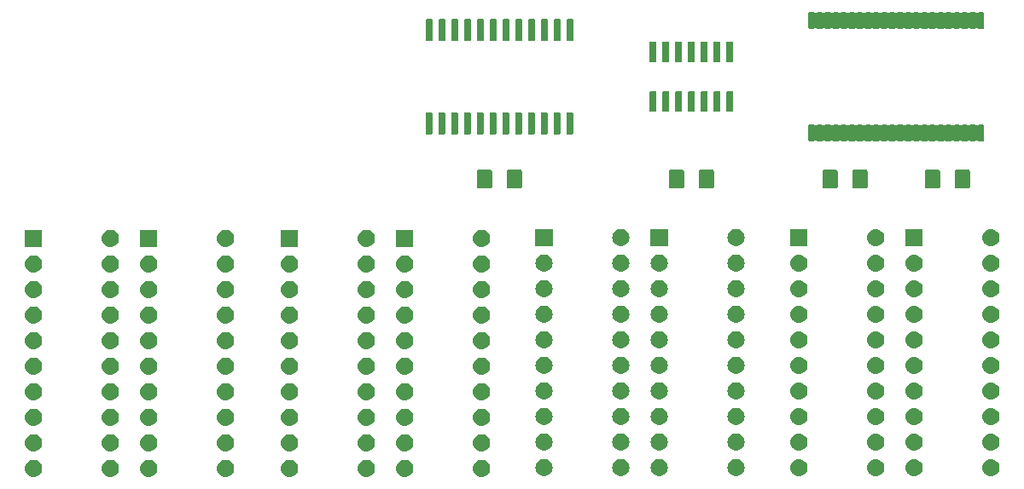
<source format=gts>
G04 #@! TF.GenerationSoftware,KiCad,Pcbnew,(5.1.2-1)-1*
G04 #@! TF.CreationDate,2019-05-18T21:09:39+01:00*
G04 #@! TF.ProjectId,SRAM Board,5352414d-2042-46f6-9172-642e6b696361,rev?*
G04 #@! TF.SameCoordinates,Original*
G04 #@! TF.FileFunction,Soldermask,Top*
G04 #@! TF.FilePolarity,Negative*
%FSLAX46Y46*%
G04 Gerber Fmt 4.6, Leading zero omitted, Abs format (unit mm)*
G04 Created by KiCad (PCBNEW (5.1.2-1)-1) date 2019-05-18 21:09:39*
%MOMM*%
%LPD*%
G04 APERTURE LIST*
%ADD10C,0.100000*%
G04 APERTURE END LIST*
D10*
G36*
X187618823Y-96494313D02*
G01*
X187779242Y-96542976D01*
X187911906Y-96613886D01*
X187927078Y-96621996D01*
X188056659Y-96728341D01*
X188163004Y-96857922D01*
X188163005Y-96857924D01*
X188242024Y-97005758D01*
X188290687Y-97166177D01*
X188307117Y-97333000D01*
X188290687Y-97499823D01*
X188242024Y-97660242D01*
X188190265Y-97757076D01*
X188163004Y-97808078D01*
X188056659Y-97937659D01*
X187927078Y-98044004D01*
X187927076Y-98044005D01*
X187779242Y-98123024D01*
X187618823Y-98171687D01*
X187493804Y-98184000D01*
X187410196Y-98184000D01*
X187285177Y-98171687D01*
X187124758Y-98123024D01*
X186976924Y-98044005D01*
X186976922Y-98044004D01*
X186847341Y-97937659D01*
X186740996Y-97808078D01*
X186713735Y-97757076D01*
X186661976Y-97660242D01*
X186613313Y-97499823D01*
X186596883Y-97333000D01*
X186613313Y-97166177D01*
X186661976Y-97005758D01*
X186740995Y-96857924D01*
X186740996Y-96857922D01*
X186847341Y-96728341D01*
X186976922Y-96621996D01*
X186992094Y-96613886D01*
X187124758Y-96542976D01*
X187285177Y-96494313D01*
X187410196Y-96482000D01*
X187493804Y-96482000D01*
X187618823Y-96494313D01*
X187618823Y-96494313D01*
G37*
G36*
X179998823Y-96494313D02*
G01*
X180159242Y-96542976D01*
X180291906Y-96613886D01*
X180307078Y-96621996D01*
X180436659Y-96728341D01*
X180543004Y-96857922D01*
X180543005Y-96857924D01*
X180622024Y-97005758D01*
X180670687Y-97166177D01*
X180687117Y-97333000D01*
X180670687Y-97499823D01*
X180622024Y-97660242D01*
X180570265Y-97757076D01*
X180543004Y-97808078D01*
X180436659Y-97937659D01*
X180307078Y-98044004D01*
X180307076Y-98044005D01*
X180159242Y-98123024D01*
X179998823Y-98171687D01*
X179873804Y-98184000D01*
X179790196Y-98184000D01*
X179665177Y-98171687D01*
X179504758Y-98123024D01*
X179356924Y-98044005D01*
X179356922Y-98044004D01*
X179227341Y-97937659D01*
X179120996Y-97808078D01*
X179093735Y-97757076D01*
X179041976Y-97660242D01*
X178993313Y-97499823D01*
X178976883Y-97333000D01*
X178993313Y-97166177D01*
X179041976Y-97005758D01*
X179120995Y-96857924D01*
X179120996Y-96857922D01*
X179227341Y-96728341D01*
X179356922Y-96621996D01*
X179372094Y-96613886D01*
X179504758Y-96542976D01*
X179665177Y-96494313D01*
X179790196Y-96482000D01*
X179873804Y-96482000D01*
X179998823Y-96494313D01*
X179998823Y-96494313D01*
G37*
G36*
X176188823Y-96494313D02*
G01*
X176349242Y-96542976D01*
X176481906Y-96613886D01*
X176497078Y-96621996D01*
X176626659Y-96728341D01*
X176733004Y-96857922D01*
X176733005Y-96857924D01*
X176812024Y-97005758D01*
X176860687Y-97166177D01*
X176877117Y-97333000D01*
X176860687Y-97499823D01*
X176812024Y-97660242D01*
X176760265Y-97757076D01*
X176733004Y-97808078D01*
X176626659Y-97937659D01*
X176497078Y-98044004D01*
X176497076Y-98044005D01*
X176349242Y-98123024D01*
X176188823Y-98171687D01*
X176063804Y-98184000D01*
X175980196Y-98184000D01*
X175855177Y-98171687D01*
X175694758Y-98123024D01*
X175546924Y-98044005D01*
X175546922Y-98044004D01*
X175417341Y-97937659D01*
X175310996Y-97808078D01*
X175283735Y-97757076D01*
X175231976Y-97660242D01*
X175183313Y-97499823D01*
X175166883Y-97333000D01*
X175183313Y-97166177D01*
X175231976Y-97005758D01*
X175310995Y-96857924D01*
X175310996Y-96857922D01*
X175417341Y-96728341D01*
X175546922Y-96621996D01*
X175562094Y-96613886D01*
X175694758Y-96542976D01*
X175855177Y-96494313D01*
X175980196Y-96482000D01*
X176063804Y-96482000D01*
X176188823Y-96494313D01*
X176188823Y-96494313D01*
G37*
G36*
X168568823Y-96494313D02*
G01*
X168729242Y-96542976D01*
X168861906Y-96613886D01*
X168877078Y-96621996D01*
X169006659Y-96728341D01*
X169113004Y-96857922D01*
X169113005Y-96857924D01*
X169192024Y-97005758D01*
X169240687Y-97166177D01*
X169257117Y-97333000D01*
X169240687Y-97499823D01*
X169192024Y-97660242D01*
X169140265Y-97757076D01*
X169113004Y-97808078D01*
X169006659Y-97937659D01*
X168877078Y-98044004D01*
X168877076Y-98044005D01*
X168729242Y-98123024D01*
X168568823Y-98171687D01*
X168443804Y-98184000D01*
X168360196Y-98184000D01*
X168235177Y-98171687D01*
X168074758Y-98123024D01*
X167926924Y-98044005D01*
X167926922Y-98044004D01*
X167797341Y-97937659D01*
X167690996Y-97808078D01*
X167663735Y-97757076D01*
X167611976Y-97660242D01*
X167563313Y-97499823D01*
X167546883Y-97333000D01*
X167563313Y-97166177D01*
X167611976Y-97005758D01*
X167690995Y-96857924D01*
X167690996Y-96857922D01*
X167797341Y-96728341D01*
X167926922Y-96621996D01*
X167942094Y-96613886D01*
X168074758Y-96542976D01*
X168235177Y-96494313D01*
X168360196Y-96482000D01*
X168443804Y-96482000D01*
X168568823Y-96494313D01*
X168568823Y-96494313D01*
G37*
G36*
X162218823Y-96494313D02*
G01*
X162379242Y-96542976D01*
X162511906Y-96613886D01*
X162527078Y-96621996D01*
X162656659Y-96728341D01*
X162763004Y-96857922D01*
X162763005Y-96857924D01*
X162842024Y-97005758D01*
X162890687Y-97166177D01*
X162907117Y-97333000D01*
X162890687Y-97499823D01*
X162842024Y-97660242D01*
X162790265Y-97757076D01*
X162763004Y-97808078D01*
X162656659Y-97937659D01*
X162527078Y-98044004D01*
X162527076Y-98044005D01*
X162379242Y-98123024D01*
X162218823Y-98171687D01*
X162093804Y-98184000D01*
X162010196Y-98184000D01*
X161885177Y-98171687D01*
X161724758Y-98123024D01*
X161576924Y-98044005D01*
X161576922Y-98044004D01*
X161447341Y-97937659D01*
X161340996Y-97808078D01*
X161313735Y-97757076D01*
X161261976Y-97660242D01*
X161213313Y-97499823D01*
X161196883Y-97333000D01*
X161213313Y-97166177D01*
X161261976Y-97005758D01*
X161340995Y-96857924D01*
X161340996Y-96857922D01*
X161447341Y-96728341D01*
X161576922Y-96621996D01*
X161592094Y-96613886D01*
X161724758Y-96542976D01*
X161885177Y-96494313D01*
X162010196Y-96482000D01*
X162093804Y-96482000D01*
X162218823Y-96494313D01*
X162218823Y-96494313D01*
G37*
G36*
X154598823Y-96494313D02*
G01*
X154759242Y-96542976D01*
X154891906Y-96613886D01*
X154907078Y-96621996D01*
X155036659Y-96728341D01*
X155143004Y-96857922D01*
X155143005Y-96857924D01*
X155222024Y-97005758D01*
X155270687Y-97166177D01*
X155287117Y-97333000D01*
X155270687Y-97499823D01*
X155222024Y-97660242D01*
X155170265Y-97757076D01*
X155143004Y-97808078D01*
X155036659Y-97937659D01*
X154907078Y-98044004D01*
X154907076Y-98044005D01*
X154759242Y-98123024D01*
X154598823Y-98171687D01*
X154473804Y-98184000D01*
X154390196Y-98184000D01*
X154265177Y-98171687D01*
X154104758Y-98123024D01*
X153956924Y-98044005D01*
X153956922Y-98044004D01*
X153827341Y-97937659D01*
X153720996Y-97808078D01*
X153693735Y-97757076D01*
X153641976Y-97660242D01*
X153593313Y-97499823D01*
X153576883Y-97333000D01*
X153593313Y-97166177D01*
X153641976Y-97005758D01*
X153720995Y-96857924D01*
X153720996Y-96857922D01*
X153827341Y-96728341D01*
X153956922Y-96621996D01*
X153972094Y-96613886D01*
X154104758Y-96542976D01*
X154265177Y-96494313D01*
X154390196Y-96482000D01*
X154473804Y-96482000D01*
X154598823Y-96494313D01*
X154598823Y-96494313D01*
G37*
G36*
X150788823Y-96494313D02*
G01*
X150949242Y-96542976D01*
X151081906Y-96613886D01*
X151097078Y-96621996D01*
X151226659Y-96728341D01*
X151333004Y-96857922D01*
X151333005Y-96857924D01*
X151412024Y-97005758D01*
X151460687Y-97166177D01*
X151477117Y-97333000D01*
X151460687Y-97499823D01*
X151412024Y-97660242D01*
X151360265Y-97757076D01*
X151333004Y-97808078D01*
X151226659Y-97937659D01*
X151097078Y-98044004D01*
X151097076Y-98044005D01*
X150949242Y-98123024D01*
X150788823Y-98171687D01*
X150663804Y-98184000D01*
X150580196Y-98184000D01*
X150455177Y-98171687D01*
X150294758Y-98123024D01*
X150146924Y-98044005D01*
X150146922Y-98044004D01*
X150017341Y-97937659D01*
X149910996Y-97808078D01*
X149883735Y-97757076D01*
X149831976Y-97660242D01*
X149783313Y-97499823D01*
X149766883Y-97333000D01*
X149783313Y-97166177D01*
X149831976Y-97005758D01*
X149910995Y-96857924D01*
X149910996Y-96857922D01*
X150017341Y-96728341D01*
X150146922Y-96621996D01*
X150162094Y-96613886D01*
X150294758Y-96542976D01*
X150455177Y-96494313D01*
X150580196Y-96482000D01*
X150663804Y-96482000D01*
X150788823Y-96494313D01*
X150788823Y-96494313D01*
G37*
G36*
X143168823Y-96494313D02*
G01*
X143329242Y-96542976D01*
X143461906Y-96613886D01*
X143477078Y-96621996D01*
X143606659Y-96728341D01*
X143713004Y-96857922D01*
X143713005Y-96857924D01*
X143792024Y-97005758D01*
X143840687Y-97166177D01*
X143857117Y-97333000D01*
X143840687Y-97499823D01*
X143792024Y-97660242D01*
X143740265Y-97757076D01*
X143713004Y-97808078D01*
X143606659Y-97937659D01*
X143477078Y-98044004D01*
X143477076Y-98044005D01*
X143329242Y-98123024D01*
X143168823Y-98171687D01*
X143043804Y-98184000D01*
X142960196Y-98184000D01*
X142835177Y-98171687D01*
X142674758Y-98123024D01*
X142526924Y-98044005D01*
X142526922Y-98044004D01*
X142397341Y-97937659D01*
X142290996Y-97808078D01*
X142263735Y-97757076D01*
X142211976Y-97660242D01*
X142163313Y-97499823D01*
X142146883Y-97333000D01*
X142163313Y-97166177D01*
X142211976Y-97005758D01*
X142290995Y-96857924D01*
X142290996Y-96857922D01*
X142397341Y-96728341D01*
X142526922Y-96621996D01*
X142542094Y-96613886D01*
X142674758Y-96542976D01*
X142835177Y-96494313D01*
X142960196Y-96482000D01*
X143043804Y-96482000D01*
X143168823Y-96494313D01*
X143168823Y-96494313D01*
G37*
G36*
X226734823Y-96443313D02*
G01*
X226895242Y-96491976D01*
X226990654Y-96542975D01*
X227043078Y-96570996D01*
X227172659Y-96677341D01*
X227279004Y-96806922D01*
X227279005Y-96806924D01*
X227358024Y-96954758D01*
X227406687Y-97115177D01*
X227423117Y-97282000D01*
X227406687Y-97448823D01*
X227358024Y-97609242D01*
X227287114Y-97741906D01*
X227279004Y-97757078D01*
X227172659Y-97886659D01*
X227043078Y-97993004D01*
X227043076Y-97993005D01*
X226895242Y-98072024D01*
X226734823Y-98120687D01*
X226609804Y-98133000D01*
X226526196Y-98133000D01*
X226401177Y-98120687D01*
X226240758Y-98072024D01*
X226092924Y-97993005D01*
X226092922Y-97993004D01*
X225963341Y-97886659D01*
X225856996Y-97757078D01*
X225848886Y-97741906D01*
X225777976Y-97609242D01*
X225729313Y-97448823D01*
X225712883Y-97282000D01*
X225729313Y-97115177D01*
X225777976Y-96954758D01*
X225856995Y-96806924D01*
X225856996Y-96806922D01*
X225963341Y-96677341D01*
X226092922Y-96570996D01*
X226145346Y-96542975D01*
X226240758Y-96491976D01*
X226401177Y-96443313D01*
X226526196Y-96431000D01*
X226609804Y-96431000D01*
X226734823Y-96443313D01*
X226734823Y-96443313D01*
G37*
G36*
X219114823Y-96443313D02*
G01*
X219275242Y-96491976D01*
X219370654Y-96542975D01*
X219423078Y-96570996D01*
X219552659Y-96677341D01*
X219659004Y-96806922D01*
X219659005Y-96806924D01*
X219738024Y-96954758D01*
X219786687Y-97115177D01*
X219803117Y-97282000D01*
X219786687Y-97448823D01*
X219738024Y-97609242D01*
X219667114Y-97741906D01*
X219659004Y-97757078D01*
X219552659Y-97886659D01*
X219423078Y-97993004D01*
X219423076Y-97993005D01*
X219275242Y-98072024D01*
X219114823Y-98120687D01*
X218989804Y-98133000D01*
X218906196Y-98133000D01*
X218781177Y-98120687D01*
X218620758Y-98072024D01*
X218472924Y-97993005D01*
X218472922Y-97993004D01*
X218343341Y-97886659D01*
X218236996Y-97757078D01*
X218228886Y-97741906D01*
X218157976Y-97609242D01*
X218109313Y-97448823D01*
X218092883Y-97282000D01*
X218109313Y-97115177D01*
X218157976Y-96954758D01*
X218236995Y-96806924D01*
X218236996Y-96806922D01*
X218343341Y-96677341D01*
X218472922Y-96570996D01*
X218525346Y-96542975D01*
X218620758Y-96491976D01*
X218781177Y-96443313D01*
X218906196Y-96431000D01*
X218989804Y-96431000D01*
X219114823Y-96443313D01*
X219114823Y-96443313D01*
G37*
G36*
X238164823Y-96443313D02*
G01*
X238325242Y-96491976D01*
X238420654Y-96542975D01*
X238473078Y-96570996D01*
X238602659Y-96677341D01*
X238709004Y-96806922D01*
X238709005Y-96806924D01*
X238788024Y-96954758D01*
X238836687Y-97115177D01*
X238853117Y-97282000D01*
X238836687Y-97448823D01*
X238788024Y-97609242D01*
X238717114Y-97741906D01*
X238709004Y-97757078D01*
X238602659Y-97886659D01*
X238473078Y-97993004D01*
X238473076Y-97993005D01*
X238325242Y-98072024D01*
X238164823Y-98120687D01*
X238039804Y-98133000D01*
X237956196Y-98133000D01*
X237831177Y-98120687D01*
X237670758Y-98072024D01*
X237522924Y-97993005D01*
X237522922Y-97993004D01*
X237393341Y-97886659D01*
X237286996Y-97757078D01*
X237278886Y-97741906D01*
X237207976Y-97609242D01*
X237159313Y-97448823D01*
X237142883Y-97282000D01*
X237159313Y-97115177D01*
X237207976Y-96954758D01*
X237286995Y-96806924D01*
X237286996Y-96806922D01*
X237393341Y-96677341D01*
X237522922Y-96570996D01*
X237575346Y-96542975D01*
X237670758Y-96491976D01*
X237831177Y-96443313D01*
X237956196Y-96431000D01*
X238039804Y-96431000D01*
X238164823Y-96443313D01*
X238164823Y-96443313D01*
G37*
G36*
X230544823Y-96443313D02*
G01*
X230705242Y-96491976D01*
X230800654Y-96542975D01*
X230853078Y-96570996D01*
X230982659Y-96677341D01*
X231089004Y-96806922D01*
X231089005Y-96806924D01*
X231168024Y-96954758D01*
X231216687Y-97115177D01*
X231233117Y-97282000D01*
X231216687Y-97448823D01*
X231168024Y-97609242D01*
X231097114Y-97741906D01*
X231089004Y-97757078D01*
X230982659Y-97886659D01*
X230853078Y-97993004D01*
X230853076Y-97993005D01*
X230705242Y-98072024D01*
X230544823Y-98120687D01*
X230419804Y-98133000D01*
X230336196Y-98133000D01*
X230211177Y-98120687D01*
X230050758Y-98072024D01*
X229902924Y-97993005D01*
X229902922Y-97993004D01*
X229773341Y-97886659D01*
X229666996Y-97757078D01*
X229658886Y-97741906D01*
X229587976Y-97609242D01*
X229539313Y-97448823D01*
X229522883Y-97282000D01*
X229539313Y-97115177D01*
X229587976Y-96954758D01*
X229666995Y-96806924D01*
X229666996Y-96806922D01*
X229773341Y-96677341D01*
X229902922Y-96570996D01*
X229955346Y-96542975D01*
X230050758Y-96491976D01*
X230211177Y-96443313D01*
X230336196Y-96431000D01*
X230419804Y-96431000D01*
X230544823Y-96443313D01*
X230544823Y-96443313D01*
G37*
G36*
X193816823Y-96417913D02*
G01*
X193977242Y-96466576D01*
X194109906Y-96537486D01*
X194125078Y-96545596D01*
X194254659Y-96651941D01*
X194361004Y-96781522D01*
X194361005Y-96781524D01*
X194440024Y-96929358D01*
X194488687Y-97089777D01*
X194505117Y-97256600D01*
X194488687Y-97423423D01*
X194440024Y-97583842D01*
X194426449Y-97609239D01*
X194361004Y-97731678D01*
X194254659Y-97861259D01*
X194125078Y-97967604D01*
X194125076Y-97967605D01*
X193977242Y-98046624D01*
X193816823Y-98095287D01*
X193691804Y-98107600D01*
X193608196Y-98107600D01*
X193483177Y-98095287D01*
X193322758Y-98046624D01*
X193174924Y-97967605D01*
X193174922Y-97967604D01*
X193045341Y-97861259D01*
X192938996Y-97731678D01*
X192873551Y-97609239D01*
X192859976Y-97583842D01*
X192811313Y-97423423D01*
X192794883Y-97256600D01*
X192811313Y-97089777D01*
X192859976Y-96929358D01*
X192938995Y-96781524D01*
X192938996Y-96781522D01*
X193045341Y-96651941D01*
X193174922Y-96545596D01*
X193190094Y-96537486D01*
X193322758Y-96466576D01*
X193483177Y-96417913D01*
X193608196Y-96405600D01*
X193691804Y-96405600D01*
X193816823Y-96417913D01*
X193816823Y-96417913D01*
G37*
G36*
X201436823Y-96417913D02*
G01*
X201597242Y-96466576D01*
X201729906Y-96537486D01*
X201745078Y-96545596D01*
X201874659Y-96651941D01*
X201981004Y-96781522D01*
X201981005Y-96781524D01*
X202060024Y-96929358D01*
X202108687Y-97089777D01*
X202125117Y-97256600D01*
X202108687Y-97423423D01*
X202060024Y-97583842D01*
X202046449Y-97609239D01*
X201981004Y-97731678D01*
X201874659Y-97861259D01*
X201745078Y-97967604D01*
X201745076Y-97967605D01*
X201597242Y-98046624D01*
X201436823Y-98095287D01*
X201311804Y-98107600D01*
X201228196Y-98107600D01*
X201103177Y-98095287D01*
X200942758Y-98046624D01*
X200794924Y-97967605D01*
X200794922Y-97967604D01*
X200665341Y-97861259D01*
X200558996Y-97731678D01*
X200493551Y-97609239D01*
X200479976Y-97583842D01*
X200431313Y-97423423D01*
X200414883Y-97256600D01*
X200431313Y-97089777D01*
X200479976Y-96929358D01*
X200558995Y-96781524D01*
X200558996Y-96781522D01*
X200665341Y-96651941D01*
X200794922Y-96545596D01*
X200810094Y-96537486D01*
X200942758Y-96466576D01*
X201103177Y-96417913D01*
X201228196Y-96405600D01*
X201311804Y-96405600D01*
X201436823Y-96417913D01*
X201436823Y-96417913D01*
G37*
G36*
X205246823Y-96417913D02*
G01*
X205407242Y-96466576D01*
X205539906Y-96537486D01*
X205555078Y-96545596D01*
X205684659Y-96651941D01*
X205791004Y-96781522D01*
X205791005Y-96781524D01*
X205870024Y-96929358D01*
X205918687Y-97089777D01*
X205935117Y-97256600D01*
X205918687Y-97423423D01*
X205870024Y-97583842D01*
X205856449Y-97609239D01*
X205791004Y-97731678D01*
X205684659Y-97861259D01*
X205555078Y-97967604D01*
X205555076Y-97967605D01*
X205407242Y-98046624D01*
X205246823Y-98095287D01*
X205121804Y-98107600D01*
X205038196Y-98107600D01*
X204913177Y-98095287D01*
X204752758Y-98046624D01*
X204604924Y-97967605D01*
X204604922Y-97967604D01*
X204475341Y-97861259D01*
X204368996Y-97731678D01*
X204303551Y-97609239D01*
X204289976Y-97583842D01*
X204241313Y-97423423D01*
X204224883Y-97256600D01*
X204241313Y-97089777D01*
X204289976Y-96929358D01*
X204368995Y-96781524D01*
X204368996Y-96781522D01*
X204475341Y-96651941D01*
X204604922Y-96545596D01*
X204620094Y-96537486D01*
X204752758Y-96466576D01*
X204913177Y-96417913D01*
X205038196Y-96405600D01*
X205121804Y-96405600D01*
X205246823Y-96417913D01*
X205246823Y-96417913D01*
G37*
G36*
X212866823Y-96417913D02*
G01*
X213027242Y-96466576D01*
X213159906Y-96537486D01*
X213175078Y-96545596D01*
X213304659Y-96651941D01*
X213411004Y-96781522D01*
X213411005Y-96781524D01*
X213490024Y-96929358D01*
X213538687Y-97089777D01*
X213555117Y-97256600D01*
X213538687Y-97423423D01*
X213490024Y-97583842D01*
X213476449Y-97609239D01*
X213411004Y-97731678D01*
X213304659Y-97861259D01*
X213175078Y-97967604D01*
X213175076Y-97967605D01*
X213027242Y-98046624D01*
X212866823Y-98095287D01*
X212741804Y-98107600D01*
X212658196Y-98107600D01*
X212533177Y-98095287D01*
X212372758Y-98046624D01*
X212224924Y-97967605D01*
X212224922Y-97967604D01*
X212095341Y-97861259D01*
X211988996Y-97731678D01*
X211923551Y-97609239D01*
X211909976Y-97583842D01*
X211861313Y-97423423D01*
X211844883Y-97256600D01*
X211861313Y-97089777D01*
X211909976Y-96929358D01*
X211988995Y-96781524D01*
X211988996Y-96781522D01*
X212095341Y-96651941D01*
X212224922Y-96545596D01*
X212240094Y-96537486D01*
X212372758Y-96466576D01*
X212533177Y-96417913D01*
X212658196Y-96405600D01*
X212741804Y-96405600D01*
X212866823Y-96417913D01*
X212866823Y-96417913D01*
G37*
G36*
X187618823Y-93954313D02*
G01*
X187779242Y-94002976D01*
X187911906Y-94073886D01*
X187927078Y-94081996D01*
X188056659Y-94188341D01*
X188163004Y-94317922D01*
X188163005Y-94317924D01*
X188242024Y-94465758D01*
X188290687Y-94626177D01*
X188307117Y-94793000D01*
X188290687Y-94959823D01*
X188242024Y-95120242D01*
X188190265Y-95217076D01*
X188163004Y-95268078D01*
X188056659Y-95397659D01*
X187927078Y-95504004D01*
X187927076Y-95504005D01*
X187779242Y-95583024D01*
X187618823Y-95631687D01*
X187493804Y-95644000D01*
X187410196Y-95644000D01*
X187285177Y-95631687D01*
X187124758Y-95583024D01*
X186976924Y-95504005D01*
X186976922Y-95504004D01*
X186847341Y-95397659D01*
X186740996Y-95268078D01*
X186713735Y-95217076D01*
X186661976Y-95120242D01*
X186613313Y-94959823D01*
X186596883Y-94793000D01*
X186613313Y-94626177D01*
X186661976Y-94465758D01*
X186740995Y-94317924D01*
X186740996Y-94317922D01*
X186847341Y-94188341D01*
X186976922Y-94081996D01*
X186992094Y-94073886D01*
X187124758Y-94002976D01*
X187285177Y-93954313D01*
X187410196Y-93942000D01*
X187493804Y-93942000D01*
X187618823Y-93954313D01*
X187618823Y-93954313D01*
G37*
G36*
X179998823Y-93954313D02*
G01*
X180159242Y-94002976D01*
X180291906Y-94073886D01*
X180307078Y-94081996D01*
X180436659Y-94188341D01*
X180543004Y-94317922D01*
X180543005Y-94317924D01*
X180622024Y-94465758D01*
X180670687Y-94626177D01*
X180687117Y-94793000D01*
X180670687Y-94959823D01*
X180622024Y-95120242D01*
X180570265Y-95217076D01*
X180543004Y-95268078D01*
X180436659Y-95397659D01*
X180307078Y-95504004D01*
X180307076Y-95504005D01*
X180159242Y-95583024D01*
X179998823Y-95631687D01*
X179873804Y-95644000D01*
X179790196Y-95644000D01*
X179665177Y-95631687D01*
X179504758Y-95583024D01*
X179356924Y-95504005D01*
X179356922Y-95504004D01*
X179227341Y-95397659D01*
X179120996Y-95268078D01*
X179093735Y-95217076D01*
X179041976Y-95120242D01*
X178993313Y-94959823D01*
X178976883Y-94793000D01*
X178993313Y-94626177D01*
X179041976Y-94465758D01*
X179120995Y-94317924D01*
X179120996Y-94317922D01*
X179227341Y-94188341D01*
X179356922Y-94081996D01*
X179372094Y-94073886D01*
X179504758Y-94002976D01*
X179665177Y-93954313D01*
X179790196Y-93942000D01*
X179873804Y-93942000D01*
X179998823Y-93954313D01*
X179998823Y-93954313D01*
G37*
G36*
X176188823Y-93954313D02*
G01*
X176349242Y-94002976D01*
X176481906Y-94073886D01*
X176497078Y-94081996D01*
X176626659Y-94188341D01*
X176733004Y-94317922D01*
X176733005Y-94317924D01*
X176812024Y-94465758D01*
X176860687Y-94626177D01*
X176877117Y-94793000D01*
X176860687Y-94959823D01*
X176812024Y-95120242D01*
X176760265Y-95217076D01*
X176733004Y-95268078D01*
X176626659Y-95397659D01*
X176497078Y-95504004D01*
X176497076Y-95504005D01*
X176349242Y-95583024D01*
X176188823Y-95631687D01*
X176063804Y-95644000D01*
X175980196Y-95644000D01*
X175855177Y-95631687D01*
X175694758Y-95583024D01*
X175546924Y-95504005D01*
X175546922Y-95504004D01*
X175417341Y-95397659D01*
X175310996Y-95268078D01*
X175283735Y-95217076D01*
X175231976Y-95120242D01*
X175183313Y-94959823D01*
X175166883Y-94793000D01*
X175183313Y-94626177D01*
X175231976Y-94465758D01*
X175310995Y-94317924D01*
X175310996Y-94317922D01*
X175417341Y-94188341D01*
X175546922Y-94081996D01*
X175562094Y-94073886D01*
X175694758Y-94002976D01*
X175855177Y-93954313D01*
X175980196Y-93942000D01*
X176063804Y-93942000D01*
X176188823Y-93954313D01*
X176188823Y-93954313D01*
G37*
G36*
X168568823Y-93954313D02*
G01*
X168729242Y-94002976D01*
X168861906Y-94073886D01*
X168877078Y-94081996D01*
X169006659Y-94188341D01*
X169113004Y-94317922D01*
X169113005Y-94317924D01*
X169192024Y-94465758D01*
X169240687Y-94626177D01*
X169257117Y-94793000D01*
X169240687Y-94959823D01*
X169192024Y-95120242D01*
X169140265Y-95217076D01*
X169113004Y-95268078D01*
X169006659Y-95397659D01*
X168877078Y-95504004D01*
X168877076Y-95504005D01*
X168729242Y-95583024D01*
X168568823Y-95631687D01*
X168443804Y-95644000D01*
X168360196Y-95644000D01*
X168235177Y-95631687D01*
X168074758Y-95583024D01*
X167926924Y-95504005D01*
X167926922Y-95504004D01*
X167797341Y-95397659D01*
X167690996Y-95268078D01*
X167663735Y-95217076D01*
X167611976Y-95120242D01*
X167563313Y-94959823D01*
X167546883Y-94793000D01*
X167563313Y-94626177D01*
X167611976Y-94465758D01*
X167690995Y-94317924D01*
X167690996Y-94317922D01*
X167797341Y-94188341D01*
X167926922Y-94081996D01*
X167942094Y-94073886D01*
X168074758Y-94002976D01*
X168235177Y-93954313D01*
X168360196Y-93942000D01*
X168443804Y-93942000D01*
X168568823Y-93954313D01*
X168568823Y-93954313D01*
G37*
G36*
X162218823Y-93954313D02*
G01*
X162379242Y-94002976D01*
X162511906Y-94073886D01*
X162527078Y-94081996D01*
X162656659Y-94188341D01*
X162763004Y-94317922D01*
X162763005Y-94317924D01*
X162842024Y-94465758D01*
X162890687Y-94626177D01*
X162907117Y-94793000D01*
X162890687Y-94959823D01*
X162842024Y-95120242D01*
X162790265Y-95217076D01*
X162763004Y-95268078D01*
X162656659Y-95397659D01*
X162527078Y-95504004D01*
X162527076Y-95504005D01*
X162379242Y-95583024D01*
X162218823Y-95631687D01*
X162093804Y-95644000D01*
X162010196Y-95644000D01*
X161885177Y-95631687D01*
X161724758Y-95583024D01*
X161576924Y-95504005D01*
X161576922Y-95504004D01*
X161447341Y-95397659D01*
X161340996Y-95268078D01*
X161313735Y-95217076D01*
X161261976Y-95120242D01*
X161213313Y-94959823D01*
X161196883Y-94793000D01*
X161213313Y-94626177D01*
X161261976Y-94465758D01*
X161340995Y-94317924D01*
X161340996Y-94317922D01*
X161447341Y-94188341D01*
X161576922Y-94081996D01*
X161592094Y-94073886D01*
X161724758Y-94002976D01*
X161885177Y-93954313D01*
X162010196Y-93942000D01*
X162093804Y-93942000D01*
X162218823Y-93954313D01*
X162218823Y-93954313D01*
G37*
G36*
X154598823Y-93954313D02*
G01*
X154759242Y-94002976D01*
X154891906Y-94073886D01*
X154907078Y-94081996D01*
X155036659Y-94188341D01*
X155143004Y-94317922D01*
X155143005Y-94317924D01*
X155222024Y-94465758D01*
X155270687Y-94626177D01*
X155287117Y-94793000D01*
X155270687Y-94959823D01*
X155222024Y-95120242D01*
X155170265Y-95217076D01*
X155143004Y-95268078D01*
X155036659Y-95397659D01*
X154907078Y-95504004D01*
X154907076Y-95504005D01*
X154759242Y-95583024D01*
X154598823Y-95631687D01*
X154473804Y-95644000D01*
X154390196Y-95644000D01*
X154265177Y-95631687D01*
X154104758Y-95583024D01*
X153956924Y-95504005D01*
X153956922Y-95504004D01*
X153827341Y-95397659D01*
X153720996Y-95268078D01*
X153693735Y-95217076D01*
X153641976Y-95120242D01*
X153593313Y-94959823D01*
X153576883Y-94793000D01*
X153593313Y-94626177D01*
X153641976Y-94465758D01*
X153720995Y-94317924D01*
X153720996Y-94317922D01*
X153827341Y-94188341D01*
X153956922Y-94081996D01*
X153972094Y-94073886D01*
X154104758Y-94002976D01*
X154265177Y-93954313D01*
X154390196Y-93942000D01*
X154473804Y-93942000D01*
X154598823Y-93954313D01*
X154598823Y-93954313D01*
G37*
G36*
X150788823Y-93954313D02*
G01*
X150949242Y-94002976D01*
X151081906Y-94073886D01*
X151097078Y-94081996D01*
X151226659Y-94188341D01*
X151333004Y-94317922D01*
X151333005Y-94317924D01*
X151412024Y-94465758D01*
X151460687Y-94626177D01*
X151477117Y-94793000D01*
X151460687Y-94959823D01*
X151412024Y-95120242D01*
X151360265Y-95217076D01*
X151333004Y-95268078D01*
X151226659Y-95397659D01*
X151097078Y-95504004D01*
X151097076Y-95504005D01*
X150949242Y-95583024D01*
X150788823Y-95631687D01*
X150663804Y-95644000D01*
X150580196Y-95644000D01*
X150455177Y-95631687D01*
X150294758Y-95583024D01*
X150146924Y-95504005D01*
X150146922Y-95504004D01*
X150017341Y-95397659D01*
X149910996Y-95268078D01*
X149883735Y-95217076D01*
X149831976Y-95120242D01*
X149783313Y-94959823D01*
X149766883Y-94793000D01*
X149783313Y-94626177D01*
X149831976Y-94465758D01*
X149910995Y-94317924D01*
X149910996Y-94317922D01*
X150017341Y-94188341D01*
X150146922Y-94081996D01*
X150162094Y-94073886D01*
X150294758Y-94002976D01*
X150455177Y-93954313D01*
X150580196Y-93942000D01*
X150663804Y-93942000D01*
X150788823Y-93954313D01*
X150788823Y-93954313D01*
G37*
G36*
X143168823Y-93954313D02*
G01*
X143329242Y-94002976D01*
X143461906Y-94073886D01*
X143477078Y-94081996D01*
X143606659Y-94188341D01*
X143713004Y-94317922D01*
X143713005Y-94317924D01*
X143792024Y-94465758D01*
X143840687Y-94626177D01*
X143857117Y-94793000D01*
X143840687Y-94959823D01*
X143792024Y-95120242D01*
X143740265Y-95217076D01*
X143713004Y-95268078D01*
X143606659Y-95397659D01*
X143477078Y-95504004D01*
X143477076Y-95504005D01*
X143329242Y-95583024D01*
X143168823Y-95631687D01*
X143043804Y-95644000D01*
X142960196Y-95644000D01*
X142835177Y-95631687D01*
X142674758Y-95583024D01*
X142526924Y-95504005D01*
X142526922Y-95504004D01*
X142397341Y-95397659D01*
X142290996Y-95268078D01*
X142263735Y-95217076D01*
X142211976Y-95120242D01*
X142163313Y-94959823D01*
X142146883Y-94793000D01*
X142163313Y-94626177D01*
X142211976Y-94465758D01*
X142290995Y-94317924D01*
X142290996Y-94317922D01*
X142397341Y-94188341D01*
X142526922Y-94081996D01*
X142542094Y-94073886D01*
X142674758Y-94002976D01*
X142835177Y-93954313D01*
X142960196Y-93942000D01*
X143043804Y-93942000D01*
X143168823Y-93954313D01*
X143168823Y-93954313D01*
G37*
G36*
X226734823Y-93903313D02*
G01*
X226895242Y-93951976D01*
X226990654Y-94002975D01*
X227043078Y-94030996D01*
X227172659Y-94137341D01*
X227279004Y-94266922D01*
X227279005Y-94266924D01*
X227358024Y-94414758D01*
X227406687Y-94575177D01*
X227423117Y-94742000D01*
X227406687Y-94908823D01*
X227358024Y-95069242D01*
X227287114Y-95201906D01*
X227279004Y-95217078D01*
X227172659Y-95346659D01*
X227043078Y-95453004D01*
X227043076Y-95453005D01*
X226895242Y-95532024D01*
X226734823Y-95580687D01*
X226609804Y-95593000D01*
X226526196Y-95593000D01*
X226401177Y-95580687D01*
X226240758Y-95532024D01*
X226092924Y-95453005D01*
X226092922Y-95453004D01*
X225963341Y-95346659D01*
X225856996Y-95217078D01*
X225848886Y-95201906D01*
X225777976Y-95069242D01*
X225729313Y-94908823D01*
X225712883Y-94742000D01*
X225729313Y-94575177D01*
X225777976Y-94414758D01*
X225856995Y-94266924D01*
X225856996Y-94266922D01*
X225963341Y-94137341D01*
X226092922Y-94030996D01*
X226145346Y-94002975D01*
X226240758Y-93951976D01*
X226401177Y-93903313D01*
X226526196Y-93891000D01*
X226609804Y-93891000D01*
X226734823Y-93903313D01*
X226734823Y-93903313D01*
G37*
G36*
X219114823Y-93903313D02*
G01*
X219275242Y-93951976D01*
X219370654Y-94002975D01*
X219423078Y-94030996D01*
X219552659Y-94137341D01*
X219659004Y-94266922D01*
X219659005Y-94266924D01*
X219738024Y-94414758D01*
X219786687Y-94575177D01*
X219803117Y-94742000D01*
X219786687Y-94908823D01*
X219738024Y-95069242D01*
X219667114Y-95201906D01*
X219659004Y-95217078D01*
X219552659Y-95346659D01*
X219423078Y-95453004D01*
X219423076Y-95453005D01*
X219275242Y-95532024D01*
X219114823Y-95580687D01*
X218989804Y-95593000D01*
X218906196Y-95593000D01*
X218781177Y-95580687D01*
X218620758Y-95532024D01*
X218472924Y-95453005D01*
X218472922Y-95453004D01*
X218343341Y-95346659D01*
X218236996Y-95217078D01*
X218228886Y-95201906D01*
X218157976Y-95069242D01*
X218109313Y-94908823D01*
X218092883Y-94742000D01*
X218109313Y-94575177D01*
X218157976Y-94414758D01*
X218236995Y-94266924D01*
X218236996Y-94266922D01*
X218343341Y-94137341D01*
X218472922Y-94030996D01*
X218525346Y-94002975D01*
X218620758Y-93951976D01*
X218781177Y-93903313D01*
X218906196Y-93891000D01*
X218989804Y-93891000D01*
X219114823Y-93903313D01*
X219114823Y-93903313D01*
G37*
G36*
X238164823Y-93903313D02*
G01*
X238325242Y-93951976D01*
X238420654Y-94002975D01*
X238473078Y-94030996D01*
X238602659Y-94137341D01*
X238709004Y-94266922D01*
X238709005Y-94266924D01*
X238788024Y-94414758D01*
X238836687Y-94575177D01*
X238853117Y-94742000D01*
X238836687Y-94908823D01*
X238788024Y-95069242D01*
X238717114Y-95201906D01*
X238709004Y-95217078D01*
X238602659Y-95346659D01*
X238473078Y-95453004D01*
X238473076Y-95453005D01*
X238325242Y-95532024D01*
X238164823Y-95580687D01*
X238039804Y-95593000D01*
X237956196Y-95593000D01*
X237831177Y-95580687D01*
X237670758Y-95532024D01*
X237522924Y-95453005D01*
X237522922Y-95453004D01*
X237393341Y-95346659D01*
X237286996Y-95217078D01*
X237278886Y-95201906D01*
X237207976Y-95069242D01*
X237159313Y-94908823D01*
X237142883Y-94742000D01*
X237159313Y-94575177D01*
X237207976Y-94414758D01*
X237286995Y-94266924D01*
X237286996Y-94266922D01*
X237393341Y-94137341D01*
X237522922Y-94030996D01*
X237575346Y-94002975D01*
X237670758Y-93951976D01*
X237831177Y-93903313D01*
X237956196Y-93891000D01*
X238039804Y-93891000D01*
X238164823Y-93903313D01*
X238164823Y-93903313D01*
G37*
G36*
X230544823Y-93903313D02*
G01*
X230705242Y-93951976D01*
X230800654Y-94002975D01*
X230853078Y-94030996D01*
X230982659Y-94137341D01*
X231089004Y-94266922D01*
X231089005Y-94266924D01*
X231168024Y-94414758D01*
X231216687Y-94575177D01*
X231233117Y-94742000D01*
X231216687Y-94908823D01*
X231168024Y-95069242D01*
X231097114Y-95201906D01*
X231089004Y-95217078D01*
X230982659Y-95346659D01*
X230853078Y-95453004D01*
X230853076Y-95453005D01*
X230705242Y-95532024D01*
X230544823Y-95580687D01*
X230419804Y-95593000D01*
X230336196Y-95593000D01*
X230211177Y-95580687D01*
X230050758Y-95532024D01*
X229902924Y-95453005D01*
X229902922Y-95453004D01*
X229773341Y-95346659D01*
X229666996Y-95217078D01*
X229658886Y-95201906D01*
X229587976Y-95069242D01*
X229539313Y-94908823D01*
X229522883Y-94742000D01*
X229539313Y-94575177D01*
X229587976Y-94414758D01*
X229666995Y-94266924D01*
X229666996Y-94266922D01*
X229773341Y-94137341D01*
X229902922Y-94030996D01*
X229955346Y-94002975D01*
X230050758Y-93951976D01*
X230211177Y-93903313D01*
X230336196Y-93891000D01*
X230419804Y-93891000D01*
X230544823Y-93903313D01*
X230544823Y-93903313D01*
G37*
G36*
X205246823Y-93877913D02*
G01*
X205407242Y-93926576D01*
X205539906Y-93997486D01*
X205555078Y-94005596D01*
X205684659Y-94111941D01*
X205791004Y-94241522D01*
X205791005Y-94241524D01*
X205870024Y-94389358D01*
X205918687Y-94549777D01*
X205935117Y-94716600D01*
X205918687Y-94883423D01*
X205870024Y-95043842D01*
X205856449Y-95069239D01*
X205791004Y-95191678D01*
X205684659Y-95321259D01*
X205555078Y-95427604D01*
X205555076Y-95427605D01*
X205407242Y-95506624D01*
X205246823Y-95555287D01*
X205121804Y-95567600D01*
X205038196Y-95567600D01*
X204913177Y-95555287D01*
X204752758Y-95506624D01*
X204604924Y-95427605D01*
X204604922Y-95427604D01*
X204475341Y-95321259D01*
X204368996Y-95191678D01*
X204303551Y-95069239D01*
X204289976Y-95043842D01*
X204241313Y-94883423D01*
X204224883Y-94716600D01*
X204241313Y-94549777D01*
X204289976Y-94389358D01*
X204368995Y-94241524D01*
X204368996Y-94241522D01*
X204475341Y-94111941D01*
X204604922Y-94005596D01*
X204620094Y-93997486D01*
X204752758Y-93926576D01*
X204913177Y-93877913D01*
X205038196Y-93865600D01*
X205121804Y-93865600D01*
X205246823Y-93877913D01*
X205246823Y-93877913D01*
G37*
G36*
X212866823Y-93877913D02*
G01*
X213027242Y-93926576D01*
X213159906Y-93997486D01*
X213175078Y-94005596D01*
X213304659Y-94111941D01*
X213411004Y-94241522D01*
X213411005Y-94241524D01*
X213490024Y-94389358D01*
X213538687Y-94549777D01*
X213555117Y-94716600D01*
X213538687Y-94883423D01*
X213490024Y-95043842D01*
X213476449Y-95069239D01*
X213411004Y-95191678D01*
X213304659Y-95321259D01*
X213175078Y-95427604D01*
X213175076Y-95427605D01*
X213027242Y-95506624D01*
X212866823Y-95555287D01*
X212741804Y-95567600D01*
X212658196Y-95567600D01*
X212533177Y-95555287D01*
X212372758Y-95506624D01*
X212224924Y-95427605D01*
X212224922Y-95427604D01*
X212095341Y-95321259D01*
X211988996Y-95191678D01*
X211923551Y-95069239D01*
X211909976Y-95043842D01*
X211861313Y-94883423D01*
X211844883Y-94716600D01*
X211861313Y-94549777D01*
X211909976Y-94389358D01*
X211988995Y-94241524D01*
X211988996Y-94241522D01*
X212095341Y-94111941D01*
X212224922Y-94005596D01*
X212240094Y-93997486D01*
X212372758Y-93926576D01*
X212533177Y-93877913D01*
X212658196Y-93865600D01*
X212741804Y-93865600D01*
X212866823Y-93877913D01*
X212866823Y-93877913D01*
G37*
G36*
X193816823Y-93877913D02*
G01*
X193977242Y-93926576D01*
X194109906Y-93997486D01*
X194125078Y-94005596D01*
X194254659Y-94111941D01*
X194361004Y-94241522D01*
X194361005Y-94241524D01*
X194440024Y-94389358D01*
X194488687Y-94549777D01*
X194505117Y-94716600D01*
X194488687Y-94883423D01*
X194440024Y-95043842D01*
X194426449Y-95069239D01*
X194361004Y-95191678D01*
X194254659Y-95321259D01*
X194125078Y-95427604D01*
X194125076Y-95427605D01*
X193977242Y-95506624D01*
X193816823Y-95555287D01*
X193691804Y-95567600D01*
X193608196Y-95567600D01*
X193483177Y-95555287D01*
X193322758Y-95506624D01*
X193174924Y-95427605D01*
X193174922Y-95427604D01*
X193045341Y-95321259D01*
X192938996Y-95191678D01*
X192873551Y-95069239D01*
X192859976Y-95043842D01*
X192811313Y-94883423D01*
X192794883Y-94716600D01*
X192811313Y-94549777D01*
X192859976Y-94389358D01*
X192938995Y-94241524D01*
X192938996Y-94241522D01*
X193045341Y-94111941D01*
X193174922Y-94005596D01*
X193190094Y-93997486D01*
X193322758Y-93926576D01*
X193483177Y-93877913D01*
X193608196Y-93865600D01*
X193691804Y-93865600D01*
X193816823Y-93877913D01*
X193816823Y-93877913D01*
G37*
G36*
X201436823Y-93877913D02*
G01*
X201597242Y-93926576D01*
X201729906Y-93997486D01*
X201745078Y-94005596D01*
X201874659Y-94111941D01*
X201981004Y-94241522D01*
X201981005Y-94241524D01*
X202060024Y-94389358D01*
X202108687Y-94549777D01*
X202125117Y-94716600D01*
X202108687Y-94883423D01*
X202060024Y-95043842D01*
X202046449Y-95069239D01*
X201981004Y-95191678D01*
X201874659Y-95321259D01*
X201745078Y-95427604D01*
X201745076Y-95427605D01*
X201597242Y-95506624D01*
X201436823Y-95555287D01*
X201311804Y-95567600D01*
X201228196Y-95567600D01*
X201103177Y-95555287D01*
X200942758Y-95506624D01*
X200794924Y-95427605D01*
X200794922Y-95427604D01*
X200665341Y-95321259D01*
X200558996Y-95191678D01*
X200493551Y-95069239D01*
X200479976Y-95043842D01*
X200431313Y-94883423D01*
X200414883Y-94716600D01*
X200431313Y-94549777D01*
X200479976Y-94389358D01*
X200558995Y-94241524D01*
X200558996Y-94241522D01*
X200665341Y-94111941D01*
X200794922Y-94005596D01*
X200810094Y-93997486D01*
X200942758Y-93926576D01*
X201103177Y-93877913D01*
X201228196Y-93865600D01*
X201311804Y-93865600D01*
X201436823Y-93877913D01*
X201436823Y-93877913D01*
G37*
G36*
X150788823Y-91414313D02*
G01*
X150949242Y-91462976D01*
X151081906Y-91533886D01*
X151097078Y-91541996D01*
X151226659Y-91648341D01*
X151333004Y-91777922D01*
X151333005Y-91777924D01*
X151412024Y-91925758D01*
X151460687Y-92086177D01*
X151477117Y-92253000D01*
X151460687Y-92419823D01*
X151412024Y-92580242D01*
X151360265Y-92677076D01*
X151333004Y-92728078D01*
X151226659Y-92857659D01*
X151097078Y-92964004D01*
X151097076Y-92964005D01*
X150949242Y-93043024D01*
X150788823Y-93091687D01*
X150663804Y-93104000D01*
X150580196Y-93104000D01*
X150455177Y-93091687D01*
X150294758Y-93043024D01*
X150146924Y-92964005D01*
X150146922Y-92964004D01*
X150017341Y-92857659D01*
X149910996Y-92728078D01*
X149883735Y-92677076D01*
X149831976Y-92580242D01*
X149783313Y-92419823D01*
X149766883Y-92253000D01*
X149783313Y-92086177D01*
X149831976Y-91925758D01*
X149910995Y-91777924D01*
X149910996Y-91777922D01*
X150017341Y-91648341D01*
X150146922Y-91541996D01*
X150162094Y-91533886D01*
X150294758Y-91462976D01*
X150455177Y-91414313D01*
X150580196Y-91402000D01*
X150663804Y-91402000D01*
X150788823Y-91414313D01*
X150788823Y-91414313D01*
G37*
G36*
X168568823Y-91414313D02*
G01*
X168729242Y-91462976D01*
X168861906Y-91533886D01*
X168877078Y-91541996D01*
X169006659Y-91648341D01*
X169113004Y-91777922D01*
X169113005Y-91777924D01*
X169192024Y-91925758D01*
X169240687Y-92086177D01*
X169257117Y-92253000D01*
X169240687Y-92419823D01*
X169192024Y-92580242D01*
X169140265Y-92677076D01*
X169113004Y-92728078D01*
X169006659Y-92857659D01*
X168877078Y-92964004D01*
X168877076Y-92964005D01*
X168729242Y-93043024D01*
X168568823Y-93091687D01*
X168443804Y-93104000D01*
X168360196Y-93104000D01*
X168235177Y-93091687D01*
X168074758Y-93043024D01*
X167926924Y-92964005D01*
X167926922Y-92964004D01*
X167797341Y-92857659D01*
X167690996Y-92728078D01*
X167663735Y-92677076D01*
X167611976Y-92580242D01*
X167563313Y-92419823D01*
X167546883Y-92253000D01*
X167563313Y-92086177D01*
X167611976Y-91925758D01*
X167690995Y-91777924D01*
X167690996Y-91777922D01*
X167797341Y-91648341D01*
X167926922Y-91541996D01*
X167942094Y-91533886D01*
X168074758Y-91462976D01*
X168235177Y-91414313D01*
X168360196Y-91402000D01*
X168443804Y-91402000D01*
X168568823Y-91414313D01*
X168568823Y-91414313D01*
G37*
G36*
X179998823Y-91414313D02*
G01*
X180159242Y-91462976D01*
X180291906Y-91533886D01*
X180307078Y-91541996D01*
X180436659Y-91648341D01*
X180543004Y-91777922D01*
X180543005Y-91777924D01*
X180622024Y-91925758D01*
X180670687Y-92086177D01*
X180687117Y-92253000D01*
X180670687Y-92419823D01*
X180622024Y-92580242D01*
X180570265Y-92677076D01*
X180543004Y-92728078D01*
X180436659Y-92857659D01*
X180307078Y-92964004D01*
X180307076Y-92964005D01*
X180159242Y-93043024D01*
X179998823Y-93091687D01*
X179873804Y-93104000D01*
X179790196Y-93104000D01*
X179665177Y-93091687D01*
X179504758Y-93043024D01*
X179356924Y-92964005D01*
X179356922Y-92964004D01*
X179227341Y-92857659D01*
X179120996Y-92728078D01*
X179093735Y-92677076D01*
X179041976Y-92580242D01*
X178993313Y-92419823D01*
X178976883Y-92253000D01*
X178993313Y-92086177D01*
X179041976Y-91925758D01*
X179120995Y-91777924D01*
X179120996Y-91777922D01*
X179227341Y-91648341D01*
X179356922Y-91541996D01*
X179372094Y-91533886D01*
X179504758Y-91462976D01*
X179665177Y-91414313D01*
X179790196Y-91402000D01*
X179873804Y-91402000D01*
X179998823Y-91414313D01*
X179998823Y-91414313D01*
G37*
G36*
X176188823Y-91414313D02*
G01*
X176349242Y-91462976D01*
X176481906Y-91533886D01*
X176497078Y-91541996D01*
X176626659Y-91648341D01*
X176733004Y-91777922D01*
X176733005Y-91777924D01*
X176812024Y-91925758D01*
X176860687Y-92086177D01*
X176877117Y-92253000D01*
X176860687Y-92419823D01*
X176812024Y-92580242D01*
X176760265Y-92677076D01*
X176733004Y-92728078D01*
X176626659Y-92857659D01*
X176497078Y-92964004D01*
X176497076Y-92964005D01*
X176349242Y-93043024D01*
X176188823Y-93091687D01*
X176063804Y-93104000D01*
X175980196Y-93104000D01*
X175855177Y-93091687D01*
X175694758Y-93043024D01*
X175546924Y-92964005D01*
X175546922Y-92964004D01*
X175417341Y-92857659D01*
X175310996Y-92728078D01*
X175283735Y-92677076D01*
X175231976Y-92580242D01*
X175183313Y-92419823D01*
X175166883Y-92253000D01*
X175183313Y-92086177D01*
X175231976Y-91925758D01*
X175310995Y-91777924D01*
X175310996Y-91777922D01*
X175417341Y-91648341D01*
X175546922Y-91541996D01*
X175562094Y-91533886D01*
X175694758Y-91462976D01*
X175855177Y-91414313D01*
X175980196Y-91402000D01*
X176063804Y-91402000D01*
X176188823Y-91414313D01*
X176188823Y-91414313D01*
G37*
G36*
X187618823Y-91414313D02*
G01*
X187779242Y-91462976D01*
X187911906Y-91533886D01*
X187927078Y-91541996D01*
X188056659Y-91648341D01*
X188163004Y-91777922D01*
X188163005Y-91777924D01*
X188242024Y-91925758D01*
X188290687Y-92086177D01*
X188307117Y-92253000D01*
X188290687Y-92419823D01*
X188242024Y-92580242D01*
X188190265Y-92677076D01*
X188163004Y-92728078D01*
X188056659Y-92857659D01*
X187927078Y-92964004D01*
X187927076Y-92964005D01*
X187779242Y-93043024D01*
X187618823Y-93091687D01*
X187493804Y-93104000D01*
X187410196Y-93104000D01*
X187285177Y-93091687D01*
X187124758Y-93043024D01*
X186976924Y-92964005D01*
X186976922Y-92964004D01*
X186847341Y-92857659D01*
X186740996Y-92728078D01*
X186713735Y-92677076D01*
X186661976Y-92580242D01*
X186613313Y-92419823D01*
X186596883Y-92253000D01*
X186613313Y-92086177D01*
X186661976Y-91925758D01*
X186740995Y-91777924D01*
X186740996Y-91777922D01*
X186847341Y-91648341D01*
X186976922Y-91541996D01*
X186992094Y-91533886D01*
X187124758Y-91462976D01*
X187285177Y-91414313D01*
X187410196Y-91402000D01*
X187493804Y-91402000D01*
X187618823Y-91414313D01*
X187618823Y-91414313D01*
G37*
G36*
X162218823Y-91414313D02*
G01*
X162379242Y-91462976D01*
X162511906Y-91533886D01*
X162527078Y-91541996D01*
X162656659Y-91648341D01*
X162763004Y-91777922D01*
X162763005Y-91777924D01*
X162842024Y-91925758D01*
X162890687Y-92086177D01*
X162907117Y-92253000D01*
X162890687Y-92419823D01*
X162842024Y-92580242D01*
X162790265Y-92677076D01*
X162763004Y-92728078D01*
X162656659Y-92857659D01*
X162527078Y-92964004D01*
X162527076Y-92964005D01*
X162379242Y-93043024D01*
X162218823Y-93091687D01*
X162093804Y-93104000D01*
X162010196Y-93104000D01*
X161885177Y-93091687D01*
X161724758Y-93043024D01*
X161576924Y-92964005D01*
X161576922Y-92964004D01*
X161447341Y-92857659D01*
X161340996Y-92728078D01*
X161313735Y-92677076D01*
X161261976Y-92580242D01*
X161213313Y-92419823D01*
X161196883Y-92253000D01*
X161213313Y-92086177D01*
X161261976Y-91925758D01*
X161340995Y-91777924D01*
X161340996Y-91777922D01*
X161447341Y-91648341D01*
X161576922Y-91541996D01*
X161592094Y-91533886D01*
X161724758Y-91462976D01*
X161885177Y-91414313D01*
X162010196Y-91402000D01*
X162093804Y-91402000D01*
X162218823Y-91414313D01*
X162218823Y-91414313D01*
G37*
G36*
X154598823Y-91414313D02*
G01*
X154759242Y-91462976D01*
X154891906Y-91533886D01*
X154907078Y-91541996D01*
X155036659Y-91648341D01*
X155143004Y-91777922D01*
X155143005Y-91777924D01*
X155222024Y-91925758D01*
X155270687Y-92086177D01*
X155287117Y-92253000D01*
X155270687Y-92419823D01*
X155222024Y-92580242D01*
X155170265Y-92677076D01*
X155143004Y-92728078D01*
X155036659Y-92857659D01*
X154907078Y-92964004D01*
X154907076Y-92964005D01*
X154759242Y-93043024D01*
X154598823Y-93091687D01*
X154473804Y-93104000D01*
X154390196Y-93104000D01*
X154265177Y-93091687D01*
X154104758Y-93043024D01*
X153956924Y-92964005D01*
X153956922Y-92964004D01*
X153827341Y-92857659D01*
X153720996Y-92728078D01*
X153693735Y-92677076D01*
X153641976Y-92580242D01*
X153593313Y-92419823D01*
X153576883Y-92253000D01*
X153593313Y-92086177D01*
X153641976Y-91925758D01*
X153720995Y-91777924D01*
X153720996Y-91777922D01*
X153827341Y-91648341D01*
X153956922Y-91541996D01*
X153972094Y-91533886D01*
X154104758Y-91462976D01*
X154265177Y-91414313D01*
X154390196Y-91402000D01*
X154473804Y-91402000D01*
X154598823Y-91414313D01*
X154598823Y-91414313D01*
G37*
G36*
X143168823Y-91414313D02*
G01*
X143329242Y-91462976D01*
X143461906Y-91533886D01*
X143477078Y-91541996D01*
X143606659Y-91648341D01*
X143713004Y-91777922D01*
X143713005Y-91777924D01*
X143792024Y-91925758D01*
X143840687Y-92086177D01*
X143857117Y-92253000D01*
X143840687Y-92419823D01*
X143792024Y-92580242D01*
X143740265Y-92677076D01*
X143713004Y-92728078D01*
X143606659Y-92857659D01*
X143477078Y-92964004D01*
X143477076Y-92964005D01*
X143329242Y-93043024D01*
X143168823Y-93091687D01*
X143043804Y-93104000D01*
X142960196Y-93104000D01*
X142835177Y-93091687D01*
X142674758Y-93043024D01*
X142526924Y-92964005D01*
X142526922Y-92964004D01*
X142397341Y-92857659D01*
X142290996Y-92728078D01*
X142263735Y-92677076D01*
X142211976Y-92580242D01*
X142163313Y-92419823D01*
X142146883Y-92253000D01*
X142163313Y-92086177D01*
X142211976Y-91925758D01*
X142290995Y-91777924D01*
X142290996Y-91777922D01*
X142397341Y-91648341D01*
X142526922Y-91541996D01*
X142542094Y-91533886D01*
X142674758Y-91462976D01*
X142835177Y-91414313D01*
X142960196Y-91402000D01*
X143043804Y-91402000D01*
X143168823Y-91414313D01*
X143168823Y-91414313D01*
G37*
G36*
X226734823Y-91363313D02*
G01*
X226895242Y-91411976D01*
X226990654Y-91462975D01*
X227043078Y-91490996D01*
X227172659Y-91597341D01*
X227279004Y-91726922D01*
X227279005Y-91726924D01*
X227358024Y-91874758D01*
X227406687Y-92035177D01*
X227423117Y-92202000D01*
X227406687Y-92368823D01*
X227358024Y-92529242D01*
X227287114Y-92661906D01*
X227279004Y-92677078D01*
X227172659Y-92806659D01*
X227043078Y-92913004D01*
X227043076Y-92913005D01*
X226895242Y-92992024D01*
X226734823Y-93040687D01*
X226609804Y-93053000D01*
X226526196Y-93053000D01*
X226401177Y-93040687D01*
X226240758Y-92992024D01*
X226092924Y-92913005D01*
X226092922Y-92913004D01*
X225963341Y-92806659D01*
X225856996Y-92677078D01*
X225848886Y-92661906D01*
X225777976Y-92529242D01*
X225729313Y-92368823D01*
X225712883Y-92202000D01*
X225729313Y-92035177D01*
X225777976Y-91874758D01*
X225856995Y-91726924D01*
X225856996Y-91726922D01*
X225963341Y-91597341D01*
X226092922Y-91490996D01*
X226145346Y-91462975D01*
X226240758Y-91411976D01*
X226401177Y-91363313D01*
X226526196Y-91351000D01*
X226609804Y-91351000D01*
X226734823Y-91363313D01*
X226734823Y-91363313D01*
G37*
G36*
X230544823Y-91363313D02*
G01*
X230705242Y-91411976D01*
X230800654Y-91462975D01*
X230853078Y-91490996D01*
X230982659Y-91597341D01*
X231089004Y-91726922D01*
X231089005Y-91726924D01*
X231168024Y-91874758D01*
X231216687Y-92035177D01*
X231233117Y-92202000D01*
X231216687Y-92368823D01*
X231168024Y-92529242D01*
X231097114Y-92661906D01*
X231089004Y-92677078D01*
X230982659Y-92806659D01*
X230853078Y-92913004D01*
X230853076Y-92913005D01*
X230705242Y-92992024D01*
X230544823Y-93040687D01*
X230419804Y-93053000D01*
X230336196Y-93053000D01*
X230211177Y-93040687D01*
X230050758Y-92992024D01*
X229902924Y-92913005D01*
X229902922Y-92913004D01*
X229773341Y-92806659D01*
X229666996Y-92677078D01*
X229658886Y-92661906D01*
X229587976Y-92529242D01*
X229539313Y-92368823D01*
X229522883Y-92202000D01*
X229539313Y-92035177D01*
X229587976Y-91874758D01*
X229666995Y-91726924D01*
X229666996Y-91726922D01*
X229773341Y-91597341D01*
X229902922Y-91490996D01*
X229955346Y-91462975D01*
X230050758Y-91411976D01*
X230211177Y-91363313D01*
X230336196Y-91351000D01*
X230419804Y-91351000D01*
X230544823Y-91363313D01*
X230544823Y-91363313D01*
G37*
G36*
X219114823Y-91363313D02*
G01*
X219275242Y-91411976D01*
X219370654Y-91462975D01*
X219423078Y-91490996D01*
X219552659Y-91597341D01*
X219659004Y-91726922D01*
X219659005Y-91726924D01*
X219738024Y-91874758D01*
X219786687Y-92035177D01*
X219803117Y-92202000D01*
X219786687Y-92368823D01*
X219738024Y-92529242D01*
X219667114Y-92661906D01*
X219659004Y-92677078D01*
X219552659Y-92806659D01*
X219423078Y-92913004D01*
X219423076Y-92913005D01*
X219275242Y-92992024D01*
X219114823Y-93040687D01*
X218989804Y-93053000D01*
X218906196Y-93053000D01*
X218781177Y-93040687D01*
X218620758Y-92992024D01*
X218472924Y-92913005D01*
X218472922Y-92913004D01*
X218343341Y-92806659D01*
X218236996Y-92677078D01*
X218228886Y-92661906D01*
X218157976Y-92529242D01*
X218109313Y-92368823D01*
X218092883Y-92202000D01*
X218109313Y-92035177D01*
X218157976Y-91874758D01*
X218236995Y-91726924D01*
X218236996Y-91726922D01*
X218343341Y-91597341D01*
X218472922Y-91490996D01*
X218525346Y-91462975D01*
X218620758Y-91411976D01*
X218781177Y-91363313D01*
X218906196Y-91351000D01*
X218989804Y-91351000D01*
X219114823Y-91363313D01*
X219114823Y-91363313D01*
G37*
G36*
X238164823Y-91363313D02*
G01*
X238325242Y-91411976D01*
X238420654Y-91462975D01*
X238473078Y-91490996D01*
X238602659Y-91597341D01*
X238709004Y-91726922D01*
X238709005Y-91726924D01*
X238788024Y-91874758D01*
X238836687Y-92035177D01*
X238853117Y-92202000D01*
X238836687Y-92368823D01*
X238788024Y-92529242D01*
X238717114Y-92661906D01*
X238709004Y-92677078D01*
X238602659Y-92806659D01*
X238473078Y-92913004D01*
X238473076Y-92913005D01*
X238325242Y-92992024D01*
X238164823Y-93040687D01*
X238039804Y-93053000D01*
X237956196Y-93053000D01*
X237831177Y-93040687D01*
X237670758Y-92992024D01*
X237522924Y-92913005D01*
X237522922Y-92913004D01*
X237393341Y-92806659D01*
X237286996Y-92677078D01*
X237278886Y-92661906D01*
X237207976Y-92529242D01*
X237159313Y-92368823D01*
X237142883Y-92202000D01*
X237159313Y-92035177D01*
X237207976Y-91874758D01*
X237286995Y-91726924D01*
X237286996Y-91726922D01*
X237393341Y-91597341D01*
X237522922Y-91490996D01*
X237575346Y-91462975D01*
X237670758Y-91411976D01*
X237831177Y-91363313D01*
X237956196Y-91351000D01*
X238039804Y-91351000D01*
X238164823Y-91363313D01*
X238164823Y-91363313D01*
G37*
G36*
X201436823Y-91337913D02*
G01*
X201597242Y-91386576D01*
X201729906Y-91457486D01*
X201745078Y-91465596D01*
X201874659Y-91571941D01*
X201981004Y-91701522D01*
X201981005Y-91701524D01*
X202060024Y-91849358D01*
X202108687Y-92009777D01*
X202125117Y-92176600D01*
X202108687Y-92343423D01*
X202060024Y-92503842D01*
X202046449Y-92529239D01*
X201981004Y-92651678D01*
X201874659Y-92781259D01*
X201745078Y-92887604D01*
X201745076Y-92887605D01*
X201597242Y-92966624D01*
X201436823Y-93015287D01*
X201311804Y-93027600D01*
X201228196Y-93027600D01*
X201103177Y-93015287D01*
X200942758Y-92966624D01*
X200794924Y-92887605D01*
X200794922Y-92887604D01*
X200665341Y-92781259D01*
X200558996Y-92651678D01*
X200493551Y-92529239D01*
X200479976Y-92503842D01*
X200431313Y-92343423D01*
X200414883Y-92176600D01*
X200431313Y-92009777D01*
X200479976Y-91849358D01*
X200558995Y-91701524D01*
X200558996Y-91701522D01*
X200665341Y-91571941D01*
X200794922Y-91465596D01*
X200810094Y-91457486D01*
X200942758Y-91386576D01*
X201103177Y-91337913D01*
X201228196Y-91325600D01*
X201311804Y-91325600D01*
X201436823Y-91337913D01*
X201436823Y-91337913D01*
G37*
G36*
X205246823Y-91337913D02*
G01*
X205407242Y-91386576D01*
X205539906Y-91457486D01*
X205555078Y-91465596D01*
X205684659Y-91571941D01*
X205791004Y-91701522D01*
X205791005Y-91701524D01*
X205870024Y-91849358D01*
X205918687Y-92009777D01*
X205935117Y-92176600D01*
X205918687Y-92343423D01*
X205870024Y-92503842D01*
X205856449Y-92529239D01*
X205791004Y-92651678D01*
X205684659Y-92781259D01*
X205555078Y-92887604D01*
X205555076Y-92887605D01*
X205407242Y-92966624D01*
X205246823Y-93015287D01*
X205121804Y-93027600D01*
X205038196Y-93027600D01*
X204913177Y-93015287D01*
X204752758Y-92966624D01*
X204604924Y-92887605D01*
X204604922Y-92887604D01*
X204475341Y-92781259D01*
X204368996Y-92651678D01*
X204303551Y-92529239D01*
X204289976Y-92503842D01*
X204241313Y-92343423D01*
X204224883Y-92176600D01*
X204241313Y-92009777D01*
X204289976Y-91849358D01*
X204368995Y-91701524D01*
X204368996Y-91701522D01*
X204475341Y-91571941D01*
X204604922Y-91465596D01*
X204620094Y-91457486D01*
X204752758Y-91386576D01*
X204913177Y-91337913D01*
X205038196Y-91325600D01*
X205121804Y-91325600D01*
X205246823Y-91337913D01*
X205246823Y-91337913D01*
G37*
G36*
X212866823Y-91337913D02*
G01*
X213027242Y-91386576D01*
X213159906Y-91457486D01*
X213175078Y-91465596D01*
X213304659Y-91571941D01*
X213411004Y-91701522D01*
X213411005Y-91701524D01*
X213490024Y-91849358D01*
X213538687Y-92009777D01*
X213555117Y-92176600D01*
X213538687Y-92343423D01*
X213490024Y-92503842D01*
X213476449Y-92529239D01*
X213411004Y-92651678D01*
X213304659Y-92781259D01*
X213175078Y-92887604D01*
X213175076Y-92887605D01*
X213027242Y-92966624D01*
X212866823Y-93015287D01*
X212741804Y-93027600D01*
X212658196Y-93027600D01*
X212533177Y-93015287D01*
X212372758Y-92966624D01*
X212224924Y-92887605D01*
X212224922Y-92887604D01*
X212095341Y-92781259D01*
X211988996Y-92651678D01*
X211923551Y-92529239D01*
X211909976Y-92503842D01*
X211861313Y-92343423D01*
X211844883Y-92176600D01*
X211861313Y-92009777D01*
X211909976Y-91849358D01*
X211988995Y-91701524D01*
X211988996Y-91701522D01*
X212095341Y-91571941D01*
X212224922Y-91465596D01*
X212240094Y-91457486D01*
X212372758Y-91386576D01*
X212533177Y-91337913D01*
X212658196Y-91325600D01*
X212741804Y-91325600D01*
X212866823Y-91337913D01*
X212866823Y-91337913D01*
G37*
G36*
X193816823Y-91337913D02*
G01*
X193977242Y-91386576D01*
X194109906Y-91457486D01*
X194125078Y-91465596D01*
X194254659Y-91571941D01*
X194361004Y-91701522D01*
X194361005Y-91701524D01*
X194440024Y-91849358D01*
X194488687Y-92009777D01*
X194505117Y-92176600D01*
X194488687Y-92343423D01*
X194440024Y-92503842D01*
X194426449Y-92529239D01*
X194361004Y-92651678D01*
X194254659Y-92781259D01*
X194125078Y-92887604D01*
X194125076Y-92887605D01*
X193977242Y-92966624D01*
X193816823Y-93015287D01*
X193691804Y-93027600D01*
X193608196Y-93027600D01*
X193483177Y-93015287D01*
X193322758Y-92966624D01*
X193174924Y-92887605D01*
X193174922Y-92887604D01*
X193045341Y-92781259D01*
X192938996Y-92651678D01*
X192873551Y-92529239D01*
X192859976Y-92503842D01*
X192811313Y-92343423D01*
X192794883Y-92176600D01*
X192811313Y-92009777D01*
X192859976Y-91849358D01*
X192938995Y-91701524D01*
X192938996Y-91701522D01*
X193045341Y-91571941D01*
X193174922Y-91465596D01*
X193190094Y-91457486D01*
X193322758Y-91386576D01*
X193483177Y-91337913D01*
X193608196Y-91325600D01*
X193691804Y-91325600D01*
X193816823Y-91337913D01*
X193816823Y-91337913D01*
G37*
G36*
X179998823Y-88874313D02*
G01*
X180159242Y-88922976D01*
X180291906Y-88993886D01*
X180307078Y-89001996D01*
X180436659Y-89108341D01*
X180543004Y-89237922D01*
X180543005Y-89237924D01*
X180622024Y-89385758D01*
X180670687Y-89546177D01*
X180687117Y-89713000D01*
X180670687Y-89879823D01*
X180622024Y-90040242D01*
X180570265Y-90137076D01*
X180543004Y-90188078D01*
X180436659Y-90317659D01*
X180307078Y-90424004D01*
X180307076Y-90424005D01*
X180159242Y-90503024D01*
X179998823Y-90551687D01*
X179873804Y-90564000D01*
X179790196Y-90564000D01*
X179665177Y-90551687D01*
X179504758Y-90503024D01*
X179356924Y-90424005D01*
X179356922Y-90424004D01*
X179227341Y-90317659D01*
X179120996Y-90188078D01*
X179093735Y-90137076D01*
X179041976Y-90040242D01*
X178993313Y-89879823D01*
X178976883Y-89713000D01*
X178993313Y-89546177D01*
X179041976Y-89385758D01*
X179120995Y-89237924D01*
X179120996Y-89237922D01*
X179227341Y-89108341D01*
X179356922Y-89001996D01*
X179372094Y-88993886D01*
X179504758Y-88922976D01*
X179665177Y-88874313D01*
X179790196Y-88862000D01*
X179873804Y-88862000D01*
X179998823Y-88874313D01*
X179998823Y-88874313D01*
G37*
G36*
X187618823Y-88874313D02*
G01*
X187779242Y-88922976D01*
X187911906Y-88993886D01*
X187927078Y-89001996D01*
X188056659Y-89108341D01*
X188163004Y-89237922D01*
X188163005Y-89237924D01*
X188242024Y-89385758D01*
X188290687Y-89546177D01*
X188307117Y-89713000D01*
X188290687Y-89879823D01*
X188242024Y-90040242D01*
X188190265Y-90137076D01*
X188163004Y-90188078D01*
X188056659Y-90317659D01*
X187927078Y-90424004D01*
X187927076Y-90424005D01*
X187779242Y-90503024D01*
X187618823Y-90551687D01*
X187493804Y-90564000D01*
X187410196Y-90564000D01*
X187285177Y-90551687D01*
X187124758Y-90503024D01*
X186976924Y-90424005D01*
X186976922Y-90424004D01*
X186847341Y-90317659D01*
X186740996Y-90188078D01*
X186713735Y-90137076D01*
X186661976Y-90040242D01*
X186613313Y-89879823D01*
X186596883Y-89713000D01*
X186613313Y-89546177D01*
X186661976Y-89385758D01*
X186740995Y-89237924D01*
X186740996Y-89237922D01*
X186847341Y-89108341D01*
X186976922Y-89001996D01*
X186992094Y-88993886D01*
X187124758Y-88922976D01*
X187285177Y-88874313D01*
X187410196Y-88862000D01*
X187493804Y-88862000D01*
X187618823Y-88874313D01*
X187618823Y-88874313D01*
G37*
G36*
X143168823Y-88874313D02*
G01*
X143329242Y-88922976D01*
X143461906Y-88993886D01*
X143477078Y-89001996D01*
X143606659Y-89108341D01*
X143713004Y-89237922D01*
X143713005Y-89237924D01*
X143792024Y-89385758D01*
X143840687Y-89546177D01*
X143857117Y-89713000D01*
X143840687Y-89879823D01*
X143792024Y-90040242D01*
X143740265Y-90137076D01*
X143713004Y-90188078D01*
X143606659Y-90317659D01*
X143477078Y-90424004D01*
X143477076Y-90424005D01*
X143329242Y-90503024D01*
X143168823Y-90551687D01*
X143043804Y-90564000D01*
X142960196Y-90564000D01*
X142835177Y-90551687D01*
X142674758Y-90503024D01*
X142526924Y-90424005D01*
X142526922Y-90424004D01*
X142397341Y-90317659D01*
X142290996Y-90188078D01*
X142263735Y-90137076D01*
X142211976Y-90040242D01*
X142163313Y-89879823D01*
X142146883Y-89713000D01*
X142163313Y-89546177D01*
X142211976Y-89385758D01*
X142290995Y-89237924D01*
X142290996Y-89237922D01*
X142397341Y-89108341D01*
X142526922Y-89001996D01*
X142542094Y-88993886D01*
X142674758Y-88922976D01*
X142835177Y-88874313D01*
X142960196Y-88862000D01*
X143043804Y-88862000D01*
X143168823Y-88874313D01*
X143168823Y-88874313D01*
G37*
G36*
X176188823Y-88874313D02*
G01*
X176349242Y-88922976D01*
X176481906Y-88993886D01*
X176497078Y-89001996D01*
X176626659Y-89108341D01*
X176733004Y-89237922D01*
X176733005Y-89237924D01*
X176812024Y-89385758D01*
X176860687Y-89546177D01*
X176877117Y-89713000D01*
X176860687Y-89879823D01*
X176812024Y-90040242D01*
X176760265Y-90137076D01*
X176733004Y-90188078D01*
X176626659Y-90317659D01*
X176497078Y-90424004D01*
X176497076Y-90424005D01*
X176349242Y-90503024D01*
X176188823Y-90551687D01*
X176063804Y-90564000D01*
X175980196Y-90564000D01*
X175855177Y-90551687D01*
X175694758Y-90503024D01*
X175546924Y-90424005D01*
X175546922Y-90424004D01*
X175417341Y-90317659D01*
X175310996Y-90188078D01*
X175283735Y-90137076D01*
X175231976Y-90040242D01*
X175183313Y-89879823D01*
X175166883Y-89713000D01*
X175183313Y-89546177D01*
X175231976Y-89385758D01*
X175310995Y-89237924D01*
X175310996Y-89237922D01*
X175417341Y-89108341D01*
X175546922Y-89001996D01*
X175562094Y-88993886D01*
X175694758Y-88922976D01*
X175855177Y-88874313D01*
X175980196Y-88862000D01*
X176063804Y-88862000D01*
X176188823Y-88874313D01*
X176188823Y-88874313D01*
G37*
G36*
X168568823Y-88874313D02*
G01*
X168729242Y-88922976D01*
X168861906Y-88993886D01*
X168877078Y-89001996D01*
X169006659Y-89108341D01*
X169113004Y-89237922D01*
X169113005Y-89237924D01*
X169192024Y-89385758D01*
X169240687Y-89546177D01*
X169257117Y-89713000D01*
X169240687Y-89879823D01*
X169192024Y-90040242D01*
X169140265Y-90137076D01*
X169113004Y-90188078D01*
X169006659Y-90317659D01*
X168877078Y-90424004D01*
X168877076Y-90424005D01*
X168729242Y-90503024D01*
X168568823Y-90551687D01*
X168443804Y-90564000D01*
X168360196Y-90564000D01*
X168235177Y-90551687D01*
X168074758Y-90503024D01*
X167926924Y-90424005D01*
X167926922Y-90424004D01*
X167797341Y-90317659D01*
X167690996Y-90188078D01*
X167663735Y-90137076D01*
X167611976Y-90040242D01*
X167563313Y-89879823D01*
X167546883Y-89713000D01*
X167563313Y-89546177D01*
X167611976Y-89385758D01*
X167690995Y-89237924D01*
X167690996Y-89237922D01*
X167797341Y-89108341D01*
X167926922Y-89001996D01*
X167942094Y-88993886D01*
X168074758Y-88922976D01*
X168235177Y-88874313D01*
X168360196Y-88862000D01*
X168443804Y-88862000D01*
X168568823Y-88874313D01*
X168568823Y-88874313D01*
G37*
G36*
X150788823Y-88874313D02*
G01*
X150949242Y-88922976D01*
X151081906Y-88993886D01*
X151097078Y-89001996D01*
X151226659Y-89108341D01*
X151333004Y-89237922D01*
X151333005Y-89237924D01*
X151412024Y-89385758D01*
X151460687Y-89546177D01*
X151477117Y-89713000D01*
X151460687Y-89879823D01*
X151412024Y-90040242D01*
X151360265Y-90137076D01*
X151333004Y-90188078D01*
X151226659Y-90317659D01*
X151097078Y-90424004D01*
X151097076Y-90424005D01*
X150949242Y-90503024D01*
X150788823Y-90551687D01*
X150663804Y-90564000D01*
X150580196Y-90564000D01*
X150455177Y-90551687D01*
X150294758Y-90503024D01*
X150146924Y-90424005D01*
X150146922Y-90424004D01*
X150017341Y-90317659D01*
X149910996Y-90188078D01*
X149883735Y-90137076D01*
X149831976Y-90040242D01*
X149783313Y-89879823D01*
X149766883Y-89713000D01*
X149783313Y-89546177D01*
X149831976Y-89385758D01*
X149910995Y-89237924D01*
X149910996Y-89237922D01*
X150017341Y-89108341D01*
X150146922Y-89001996D01*
X150162094Y-88993886D01*
X150294758Y-88922976D01*
X150455177Y-88874313D01*
X150580196Y-88862000D01*
X150663804Y-88862000D01*
X150788823Y-88874313D01*
X150788823Y-88874313D01*
G37*
G36*
X154598823Y-88874313D02*
G01*
X154759242Y-88922976D01*
X154891906Y-88993886D01*
X154907078Y-89001996D01*
X155036659Y-89108341D01*
X155143004Y-89237922D01*
X155143005Y-89237924D01*
X155222024Y-89385758D01*
X155270687Y-89546177D01*
X155287117Y-89713000D01*
X155270687Y-89879823D01*
X155222024Y-90040242D01*
X155170265Y-90137076D01*
X155143004Y-90188078D01*
X155036659Y-90317659D01*
X154907078Y-90424004D01*
X154907076Y-90424005D01*
X154759242Y-90503024D01*
X154598823Y-90551687D01*
X154473804Y-90564000D01*
X154390196Y-90564000D01*
X154265177Y-90551687D01*
X154104758Y-90503024D01*
X153956924Y-90424005D01*
X153956922Y-90424004D01*
X153827341Y-90317659D01*
X153720996Y-90188078D01*
X153693735Y-90137076D01*
X153641976Y-90040242D01*
X153593313Y-89879823D01*
X153576883Y-89713000D01*
X153593313Y-89546177D01*
X153641976Y-89385758D01*
X153720995Y-89237924D01*
X153720996Y-89237922D01*
X153827341Y-89108341D01*
X153956922Y-89001996D01*
X153972094Y-88993886D01*
X154104758Y-88922976D01*
X154265177Y-88874313D01*
X154390196Y-88862000D01*
X154473804Y-88862000D01*
X154598823Y-88874313D01*
X154598823Y-88874313D01*
G37*
G36*
X162218823Y-88874313D02*
G01*
X162379242Y-88922976D01*
X162511906Y-88993886D01*
X162527078Y-89001996D01*
X162656659Y-89108341D01*
X162763004Y-89237922D01*
X162763005Y-89237924D01*
X162842024Y-89385758D01*
X162890687Y-89546177D01*
X162907117Y-89713000D01*
X162890687Y-89879823D01*
X162842024Y-90040242D01*
X162790265Y-90137076D01*
X162763004Y-90188078D01*
X162656659Y-90317659D01*
X162527078Y-90424004D01*
X162527076Y-90424005D01*
X162379242Y-90503024D01*
X162218823Y-90551687D01*
X162093804Y-90564000D01*
X162010196Y-90564000D01*
X161885177Y-90551687D01*
X161724758Y-90503024D01*
X161576924Y-90424005D01*
X161576922Y-90424004D01*
X161447341Y-90317659D01*
X161340996Y-90188078D01*
X161313735Y-90137076D01*
X161261976Y-90040242D01*
X161213313Y-89879823D01*
X161196883Y-89713000D01*
X161213313Y-89546177D01*
X161261976Y-89385758D01*
X161340995Y-89237924D01*
X161340996Y-89237922D01*
X161447341Y-89108341D01*
X161576922Y-89001996D01*
X161592094Y-88993886D01*
X161724758Y-88922976D01*
X161885177Y-88874313D01*
X162010196Y-88862000D01*
X162093804Y-88862000D01*
X162218823Y-88874313D01*
X162218823Y-88874313D01*
G37*
G36*
X238164823Y-88823313D02*
G01*
X238325242Y-88871976D01*
X238420654Y-88922975D01*
X238473078Y-88950996D01*
X238602659Y-89057341D01*
X238709004Y-89186922D01*
X238709005Y-89186924D01*
X238788024Y-89334758D01*
X238836687Y-89495177D01*
X238853117Y-89662000D01*
X238836687Y-89828823D01*
X238788024Y-89989242D01*
X238717114Y-90121906D01*
X238709004Y-90137078D01*
X238602659Y-90266659D01*
X238473078Y-90373004D01*
X238473076Y-90373005D01*
X238325242Y-90452024D01*
X238164823Y-90500687D01*
X238039804Y-90513000D01*
X237956196Y-90513000D01*
X237831177Y-90500687D01*
X237670758Y-90452024D01*
X237522924Y-90373005D01*
X237522922Y-90373004D01*
X237393341Y-90266659D01*
X237286996Y-90137078D01*
X237278886Y-90121906D01*
X237207976Y-89989242D01*
X237159313Y-89828823D01*
X237142883Y-89662000D01*
X237159313Y-89495177D01*
X237207976Y-89334758D01*
X237286995Y-89186924D01*
X237286996Y-89186922D01*
X237393341Y-89057341D01*
X237522922Y-88950996D01*
X237575346Y-88922975D01*
X237670758Y-88871976D01*
X237831177Y-88823313D01*
X237956196Y-88811000D01*
X238039804Y-88811000D01*
X238164823Y-88823313D01*
X238164823Y-88823313D01*
G37*
G36*
X230544823Y-88823313D02*
G01*
X230705242Y-88871976D01*
X230800654Y-88922975D01*
X230853078Y-88950996D01*
X230982659Y-89057341D01*
X231089004Y-89186922D01*
X231089005Y-89186924D01*
X231168024Y-89334758D01*
X231216687Y-89495177D01*
X231233117Y-89662000D01*
X231216687Y-89828823D01*
X231168024Y-89989242D01*
X231097114Y-90121906D01*
X231089004Y-90137078D01*
X230982659Y-90266659D01*
X230853078Y-90373004D01*
X230853076Y-90373005D01*
X230705242Y-90452024D01*
X230544823Y-90500687D01*
X230419804Y-90513000D01*
X230336196Y-90513000D01*
X230211177Y-90500687D01*
X230050758Y-90452024D01*
X229902924Y-90373005D01*
X229902922Y-90373004D01*
X229773341Y-90266659D01*
X229666996Y-90137078D01*
X229658886Y-90121906D01*
X229587976Y-89989242D01*
X229539313Y-89828823D01*
X229522883Y-89662000D01*
X229539313Y-89495177D01*
X229587976Y-89334758D01*
X229666995Y-89186924D01*
X229666996Y-89186922D01*
X229773341Y-89057341D01*
X229902922Y-88950996D01*
X229955346Y-88922975D01*
X230050758Y-88871976D01*
X230211177Y-88823313D01*
X230336196Y-88811000D01*
X230419804Y-88811000D01*
X230544823Y-88823313D01*
X230544823Y-88823313D01*
G37*
G36*
X226734823Y-88823313D02*
G01*
X226895242Y-88871976D01*
X226990654Y-88922975D01*
X227043078Y-88950996D01*
X227172659Y-89057341D01*
X227279004Y-89186922D01*
X227279005Y-89186924D01*
X227358024Y-89334758D01*
X227406687Y-89495177D01*
X227423117Y-89662000D01*
X227406687Y-89828823D01*
X227358024Y-89989242D01*
X227287114Y-90121906D01*
X227279004Y-90137078D01*
X227172659Y-90266659D01*
X227043078Y-90373004D01*
X227043076Y-90373005D01*
X226895242Y-90452024D01*
X226734823Y-90500687D01*
X226609804Y-90513000D01*
X226526196Y-90513000D01*
X226401177Y-90500687D01*
X226240758Y-90452024D01*
X226092924Y-90373005D01*
X226092922Y-90373004D01*
X225963341Y-90266659D01*
X225856996Y-90137078D01*
X225848886Y-90121906D01*
X225777976Y-89989242D01*
X225729313Y-89828823D01*
X225712883Y-89662000D01*
X225729313Y-89495177D01*
X225777976Y-89334758D01*
X225856995Y-89186924D01*
X225856996Y-89186922D01*
X225963341Y-89057341D01*
X226092922Y-88950996D01*
X226145346Y-88922975D01*
X226240758Y-88871976D01*
X226401177Y-88823313D01*
X226526196Y-88811000D01*
X226609804Y-88811000D01*
X226734823Y-88823313D01*
X226734823Y-88823313D01*
G37*
G36*
X219114823Y-88823313D02*
G01*
X219275242Y-88871976D01*
X219370654Y-88922975D01*
X219423078Y-88950996D01*
X219552659Y-89057341D01*
X219659004Y-89186922D01*
X219659005Y-89186924D01*
X219738024Y-89334758D01*
X219786687Y-89495177D01*
X219803117Y-89662000D01*
X219786687Y-89828823D01*
X219738024Y-89989242D01*
X219667114Y-90121906D01*
X219659004Y-90137078D01*
X219552659Y-90266659D01*
X219423078Y-90373004D01*
X219423076Y-90373005D01*
X219275242Y-90452024D01*
X219114823Y-90500687D01*
X218989804Y-90513000D01*
X218906196Y-90513000D01*
X218781177Y-90500687D01*
X218620758Y-90452024D01*
X218472924Y-90373005D01*
X218472922Y-90373004D01*
X218343341Y-90266659D01*
X218236996Y-90137078D01*
X218228886Y-90121906D01*
X218157976Y-89989242D01*
X218109313Y-89828823D01*
X218092883Y-89662000D01*
X218109313Y-89495177D01*
X218157976Y-89334758D01*
X218236995Y-89186924D01*
X218236996Y-89186922D01*
X218343341Y-89057341D01*
X218472922Y-88950996D01*
X218525346Y-88922975D01*
X218620758Y-88871976D01*
X218781177Y-88823313D01*
X218906196Y-88811000D01*
X218989804Y-88811000D01*
X219114823Y-88823313D01*
X219114823Y-88823313D01*
G37*
G36*
X201436823Y-88797913D02*
G01*
X201597242Y-88846576D01*
X201729906Y-88917486D01*
X201745078Y-88925596D01*
X201874659Y-89031941D01*
X201981004Y-89161522D01*
X201981005Y-89161524D01*
X202060024Y-89309358D01*
X202108687Y-89469777D01*
X202125117Y-89636600D01*
X202108687Y-89803423D01*
X202060024Y-89963842D01*
X202046449Y-89989239D01*
X201981004Y-90111678D01*
X201874659Y-90241259D01*
X201745078Y-90347604D01*
X201745076Y-90347605D01*
X201597242Y-90426624D01*
X201436823Y-90475287D01*
X201311804Y-90487600D01*
X201228196Y-90487600D01*
X201103177Y-90475287D01*
X200942758Y-90426624D01*
X200794924Y-90347605D01*
X200794922Y-90347604D01*
X200665341Y-90241259D01*
X200558996Y-90111678D01*
X200493551Y-89989239D01*
X200479976Y-89963842D01*
X200431313Y-89803423D01*
X200414883Y-89636600D01*
X200431313Y-89469777D01*
X200479976Y-89309358D01*
X200558995Y-89161524D01*
X200558996Y-89161522D01*
X200665341Y-89031941D01*
X200794922Y-88925596D01*
X200810094Y-88917486D01*
X200942758Y-88846576D01*
X201103177Y-88797913D01*
X201228196Y-88785600D01*
X201311804Y-88785600D01*
X201436823Y-88797913D01*
X201436823Y-88797913D01*
G37*
G36*
X205246823Y-88797913D02*
G01*
X205407242Y-88846576D01*
X205539906Y-88917486D01*
X205555078Y-88925596D01*
X205684659Y-89031941D01*
X205791004Y-89161522D01*
X205791005Y-89161524D01*
X205870024Y-89309358D01*
X205918687Y-89469777D01*
X205935117Y-89636600D01*
X205918687Y-89803423D01*
X205870024Y-89963842D01*
X205856449Y-89989239D01*
X205791004Y-90111678D01*
X205684659Y-90241259D01*
X205555078Y-90347604D01*
X205555076Y-90347605D01*
X205407242Y-90426624D01*
X205246823Y-90475287D01*
X205121804Y-90487600D01*
X205038196Y-90487600D01*
X204913177Y-90475287D01*
X204752758Y-90426624D01*
X204604924Y-90347605D01*
X204604922Y-90347604D01*
X204475341Y-90241259D01*
X204368996Y-90111678D01*
X204303551Y-89989239D01*
X204289976Y-89963842D01*
X204241313Y-89803423D01*
X204224883Y-89636600D01*
X204241313Y-89469777D01*
X204289976Y-89309358D01*
X204368995Y-89161524D01*
X204368996Y-89161522D01*
X204475341Y-89031941D01*
X204604922Y-88925596D01*
X204620094Y-88917486D01*
X204752758Y-88846576D01*
X204913177Y-88797913D01*
X205038196Y-88785600D01*
X205121804Y-88785600D01*
X205246823Y-88797913D01*
X205246823Y-88797913D01*
G37*
G36*
X212866823Y-88797913D02*
G01*
X213027242Y-88846576D01*
X213159906Y-88917486D01*
X213175078Y-88925596D01*
X213304659Y-89031941D01*
X213411004Y-89161522D01*
X213411005Y-89161524D01*
X213490024Y-89309358D01*
X213538687Y-89469777D01*
X213555117Y-89636600D01*
X213538687Y-89803423D01*
X213490024Y-89963842D01*
X213476449Y-89989239D01*
X213411004Y-90111678D01*
X213304659Y-90241259D01*
X213175078Y-90347604D01*
X213175076Y-90347605D01*
X213027242Y-90426624D01*
X212866823Y-90475287D01*
X212741804Y-90487600D01*
X212658196Y-90487600D01*
X212533177Y-90475287D01*
X212372758Y-90426624D01*
X212224924Y-90347605D01*
X212224922Y-90347604D01*
X212095341Y-90241259D01*
X211988996Y-90111678D01*
X211923551Y-89989239D01*
X211909976Y-89963842D01*
X211861313Y-89803423D01*
X211844883Y-89636600D01*
X211861313Y-89469777D01*
X211909976Y-89309358D01*
X211988995Y-89161524D01*
X211988996Y-89161522D01*
X212095341Y-89031941D01*
X212224922Y-88925596D01*
X212240094Y-88917486D01*
X212372758Y-88846576D01*
X212533177Y-88797913D01*
X212658196Y-88785600D01*
X212741804Y-88785600D01*
X212866823Y-88797913D01*
X212866823Y-88797913D01*
G37*
G36*
X193816823Y-88797913D02*
G01*
X193977242Y-88846576D01*
X194109906Y-88917486D01*
X194125078Y-88925596D01*
X194254659Y-89031941D01*
X194361004Y-89161522D01*
X194361005Y-89161524D01*
X194440024Y-89309358D01*
X194488687Y-89469777D01*
X194505117Y-89636600D01*
X194488687Y-89803423D01*
X194440024Y-89963842D01*
X194426449Y-89989239D01*
X194361004Y-90111678D01*
X194254659Y-90241259D01*
X194125078Y-90347604D01*
X194125076Y-90347605D01*
X193977242Y-90426624D01*
X193816823Y-90475287D01*
X193691804Y-90487600D01*
X193608196Y-90487600D01*
X193483177Y-90475287D01*
X193322758Y-90426624D01*
X193174924Y-90347605D01*
X193174922Y-90347604D01*
X193045341Y-90241259D01*
X192938996Y-90111678D01*
X192873551Y-89989239D01*
X192859976Y-89963842D01*
X192811313Y-89803423D01*
X192794883Y-89636600D01*
X192811313Y-89469777D01*
X192859976Y-89309358D01*
X192938995Y-89161524D01*
X192938996Y-89161522D01*
X193045341Y-89031941D01*
X193174922Y-88925596D01*
X193190094Y-88917486D01*
X193322758Y-88846576D01*
X193483177Y-88797913D01*
X193608196Y-88785600D01*
X193691804Y-88785600D01*
X193816823Y-88797913D01*
X193816823Y-88797913D01*
G37*
G36*
X187618823Y-86334313D02*
G01*
X187779242Y-86382976D01*
X187911906Y-86453886D01*
X187927078Y-86461996D01*
X188056659Y-86568341D01*
X188163004Y-86697922D01*
X188163005Y-86697924D01*
X188242024Y-86845758D01*
X188290687Y-87006177D01*
X188307117Y-87173000D01*
X188290687Y-87339823D01*
X188242024Y-87500242D01*
X188190265Y-87597076D01*
X188163004Y-87648078D01*
X188056659Y-87777659D01*
X187927078Y-87884004D01*
X187927076Y-87884005D01*
X187779242Y-87963024D01*
X187618823Y-88011687D01*
X187493804Y-88024000D01*
X187410196Y-88024000D01*
X187285177Y-88011687D01*
X187124758Y-87963024D01*
X186976924Y-87884005D01*
X186976922Y-87884004D01*
X186847341Y-87777659D01*
X186740996Y-87648078D01*
X186713735Y-87597076D01*
X186661976Y-87500242D01*
X186613313Y-87339823D01*
X186596883Y-87173000D01*
X186613313Y-87006177D01*
X186661976Y-86845758D01*
X186740995Y-86697924D01*
X186740996Y-86697922D01*
X186847341Y-86568341D01*
X186976922Y-86461996D01*
X186992094Y-86453886D01*
X187124758Y-86382976D01*
X187285177Y-86334313D01*
X187410196Y-86322000D01*
X187493804Y-86322000D01*
X187618823Y-86334313D01*
X187618823Y-86334313D01*
G37*
G36*
X179998823Y-86334313D02*
G01*
X180159242Y-86382976D01*
X180291906Y-86453886D01*
X180307078Y-86461996D01*
X180436659Y-86568341D01*
X180543004Y-86697922D01*
X180543005Y-86697924D01*
X180622024Y-86845758D01*
X180670687Y-87006177D01*
X180687117Y-87173000D01*
X180670687Y-87339823D01*
X180622024Y-87500242D01*
X180570265Y-87597076D01*
X180543004Y-87648078D01*
X180436659Y-87777659D01*
X180307078Y-87884004D01*
X180307076Y-87884005D01*
X180159242Y-87963024D01*
X179998823Y-88011687D01*
X179873804Y-88024000D01*
X179790196Y-88024000D01*
X179665177Y-88011687D01*
X179504758Y-87963024D01*
X179356924Y-87884005D01*
X179356922Y-87884004D01*
X179227341Y-87777659D01*
X179120996Y-87648078D01*
X179093735Y-87597076D01*
X179041976Y-87500242D01*
X178993313Y-87339823D01*
X178976883Y-87173000D01*
X178993313Y-87006177D01*
X179041976Y-86845758D01*
X179120995Y-86697924D01*
X179120996Y-86697922D01*
X179227341Y-86568341D01*
X179356922Y-86461996D01*
X179372094Y-86453886D01*
X179504758Y-86382976D01*
X179665177Y-86334313D01*
X179790196Y-86322000D01*
X179873804Y-86322000D01*
X179998823Y-86334313D01*
X179998823Y-86334313D01*
G37*
G36*
X176188823Y-86334313D02*
G01*
X176349242Y-86382976D01*
X176481906Y-86453886D01*
X176497078Y-86461996D01*
X176626659Y-86568341D01*
X176733004Y-86697922D01*
X176733005Y-86697924D01*
X176812024Y-86845758D01*
X176860687Y-87006177D01*
X176877117Y-87173000D01*
X176860687Y-87339823D01*
X176812024Y-87500242D01*
X176760265Y-87597076D01*
X176733004Y-87648078D01*
X176626659Y-87777659D01*
X176497078Y-87884004D01*
X176497076Y-87884005D01*
X176349242Y-87963024D01*
X176188823Y-88011687D01*
X176063804Y-88024000D01*
X175980196Y-88024000D01*
X175855177Y-88011687D01*
X175694758Y-87963024D01*
X175546924Y-87884005D01*
X175546922Y-87884004D01*
X175417341Y-87777659D01*
X175310996Y-87648078D01*
X175283735Y-87597076D01*
X175231976Y-87500242D01*
X175183313Y-87339823D01*
X175166883Y-87173000D01*
X175183313Y-87006177D01*
X175231976Y-86845758D01*
X175310995Y-86697924D01*
X175310996Y-86697922D01*
X175417341Y-86568341D01*
X175546922Y-86461996D01*
X175562094Y-86453886D01*
X175694758Y-86382976D01*
X175855177Y-86334313D01*
X175980196Y-86322000D01*
X176063804Y-86322000D01*
X176188823Y-86334313D01*
X176188823Y-86334313D01*
G37*
G36*
X162218823Y-86334313D02*
G01*
X162379242Y-86382976D01*
X162511906Y-86453886D01*
X162527078Y-86461996D01*
X162656659Y-86568341D01*
X162763004Y-86697922D01*
X162763005Y-86697924D01*
X162842024Y-86845758D01*
X162890687Y-87006177D01*
X162907117Y-87173000D01*
X162890687Y-87339823D01*
X162842024Y-87500242D01*
X162790265Y-87597076D01*
X162763004Y-87648078D01*
X162656659Y-87777659D01*
X162527078Y-87884004D01*
X162527076Y-87884005D01*
X162379242Y-87963024D01*
X162218823Y-88011687D01*
X162093804Y-88024000D01*
X162010196Y-88024000D01*
X161885177Y-88011687D01*
X161724758Y-87963024D01*
X161576924Y-87884005D01*
X161576922Y-87884004D01*
X161447341Y-87777659D01*
X161340996Y-87648078D01*
X161313735Y-87597076D01*
X161261976Y-87500242D01*
X161213313Y-87339823D01*
X161196883Y-87173000D01*
X161213313Y-87006177D01*
X161261976Y-86845758D01*
X161340995Y-86697924D01*
X161340996Y-86697922D01*
X161447341Y-86568341D01*
X161576922Y-86461996D01*
X161592094Y-86453886D01*
X161724758Y-86382976D01*
X161885177Y-86334313D01*
X162010196Y-86322000D01*
X162093804Y-86322000D01*
X162218823Y-86334313D01*
X162218823Y-86334313D01*
G37*
G36*
X168568823Y-86334313D02*
G01*
X168729242Y-86382976D01*
X168861906Y-86453886D01*
X168877078Y-86461996D01*
X169006659Y-86568341D01*
X169113004Y-86697922D01*
X169113005Y-86697924D01*
X169192024Y-86845758D01*
X169240687Y-87006177D01*
X169257117Y-87173000D01*
X169240687Y-87339823D01*
X169192024Y-87500242D01*
X169140265Y-87597076D01*
X169113004Y-87648078D01*
X169006659Y-87777659D01*
X168877078Y-87884004D01*
X168877076Y-87884005D01*
X168729242Y-87963024D01*
X168568823Y-88011687D01*
X168443804Y-88024000D01*
X168360196Y-88024000D01*
X168235177Y-88011687D01*
X168074758Y-87963024D01*
X167926924Y-87884005D01*
X167926922Y-87884004D01*
X167797341Y-87777659D01*
X167690996Y-87648078D01*
X167663735Y-87597076D01*
X167611976Y-87500242D01*
X167563313Y-87339823D01*
X167546883Y-87173000D01*
X167563313Y-87006177D01*
X167611976Y-86845758D01*
X167690995Y-86697924D01*
X167690996Y-86697922D01*
X167797341Y-86568341D01*
X167926922Y-86461996D01*
X167942094Y-86453886D01*
X168074758Y-86382976D01*
X168235177Y-86334313D01*
X168360196Y-86322000D01*
X168443804Y-86322000D01*
X168568823Y-86334313D01*
X168568823Y-86334313D01*
G37*
G36*
X154598823Y-86334313D02*
G01*
X154759242Y-86382976D01*
X154891906Y-86453886D01*
X154907078Y-86461996D01*
X155036659Y-86568341D01*
X155143004Y-86697922D01*
X155143005Y-86697924D01*
X155222024Y-86845758D01*
X155270687Y-87006177D01*
X155287117Y-87173000D01*
X155270687Y-87339823D01*
X155222024Y-87500242D01*
X155170265Y-87597076D01*
X155143004Y-87648078D01*
X155036659Y-87777659D01*
X154907078Y-87884004D01*
X154907076Y-87884005D01*
X154759242Y-87963024D01*
X154598823Y-88011687D01*
X154473804Y-88024000D01*
X154390196Y-88024000D01*
X154265177Y-88011687D01*
X154104758Y-87963024D01*
X153956924Y-87884005D01*
X153956922Y-87884004D01*
X153827341Y-87777659D01*
X153720996Y-87648078D01*
X153693735Y-87597076D01*
X153641976Y-87500242D01*
X153593313Y-87339823D01*
X153576883Y-87173000D01*
X153593313Y-87006177D01*
X153641976Y-86845758D01*
X153720995Y-86697924D01*
X153720996Y-86697922D01*
X153827341Y-86568341D01*
X153956922Y-86461996D01*
X153972094Y-86453886D01*
X154104758Y-86382976D01*
X154265177Y-86334313D01*
X154390196Y-86322000D01*
X154473804Y-86322000D01*
X154598823Y-86334313D01*
X154598823Y-86334313D01*
G37*
G36*
X150788823Y-86334313D02*
G01*
X150949242Y-86382976D01*
X151081906Y-86453886D01*
X151097078Y-86461996D01*
X151226659Y-86568341D01*
X151333004Y-86697922D01*
X151333005Y-86697924D01*
X151412024Y-86845758D01*
X151460687Y-87006177D01*
X151477117Y-87173000D01*
X151460687Y-87339823D01*
X151412024Y-87500242D01*
X151360265Y-87597076D01*
X151333004Y-87648078D01*
X151226659Y-87777659D01*
X151097078Y-87884004D01*
X151097076Y-87884005D01*
X150949242Y-87963024D01*
X150788823Y-88011687D01*
X150663804Y-88024000D01*
X150580196Y-88024000D01*
X150455177Y-88011687D01*
X150294758Y-87963024D01*
X150146924Y-87884005D01*
X150146922Y-87884004D01*
X150017341Y-87777659D01*
X149910996Y-87648078D01*
X149883735Y-87597076D01*
X149831976Y-87500242D01*
X149783313Y-87339823D01*
X149766883Y-87173000D01*
X149783313Y-87006177D01*
X149831976Y-86845758D01*
X149910995Y-86697924D01*
X149910996Y-86697922D01*
X150017341Y-86568341D01*
X150146922Y-86461996D01*
X150162094Y-86453886D01*
X150294758Y-86382976D01*
X150455177Y-86334313D01*
X150580196Y-86322000D01*
X150663804Y-86322000D01*
X150788823Y-86334313D01*
X150788823Y-86334313D01*
G37*
G36*
X143168823Y-86334313D02*
G01*
X143329242Y-86382976D01*
X143461906Y-86453886D01*
X143477078Y-86461996D01*
X143606659Y-86568341D01*
X143713004Y-86697922D01*
X143713005Y-86697924D01*
X143792024Y-86845758D01*
X143840687Y-87006177D01*
X143857117Y-87173000D01*
X143840687Y-87339823D01*
X143792024Y-87500242D01*
X143740265Y-87597076D01*
X143713004Y-87648078D01*
X143606659Y-87777659D01*
X143477078Y-87884004D01*
X143477076Y-87884005D01*
X143329242Y-87963024D01*
X143168823Y-88011687D01*
X143043804Y-88024000D01*
X142960196Y-88024000D01*
X142835177Y-88011687D01*
X142674758Y-87963024D01*
X142526924Y-87884005D01*
X142526922Y-87884004D01*
X142397341Y-87777659D01*
X142290996Y-87648078D01*
X142263735Y-87597076D01*
X142211976Y-87500242D01*
X142163313Y-87339823D01*
X142146883Y-87173000D01*
X142163313Y-87006177D01*
X142211976Y-86845758D01*
X142290995Y-86697924D01*
X142290996Y-86697922D01*
X142397341Y-86568341D01*
X142526922Y-86461996D01*
X142542094Y-86453886D01*
X142674758Y-86382976D01*
X142835177Y-86334313D01*
X142960196Y-86322000D01*
X143043804Y-86322000D01*
X143168823Y-86334313D01*
X143168823Y-86334313D01*
G37*
G36*
X226734823Y-86283313D02*
G01*
X226895242Y-86331976D01*
X226990654Y-86382975D01*
X227043078Y-86410996D01*
X227172659Y-86517341D01*
X227279004Y-86646922D01*
X227279005Y-86646924D01*
X227358024Y-86794758D01*
X227406687Y-86955177D01*
X227423117Y-87122000D01*
X227406687Y-87288823D01*
X227358024Y-87449242D01*
X227287114Y-87581906D01*
X227279004Y-87597078D01*
X227172659Y-87726659D01*
X227043078Y-87833004D01*
X227043076Y-87833005D01*
X226895242Y-87912024D01*
X226734823Y-87960687D01*
X226609804Y-87973000D01*
X226526196Y-87973000D01*
X226401177Y-87960687D01*
X226240758Y-87912024D01*
X226092924Y-87833005D01*
X226092922Y-87833004D01*
X225963341Y-87726659D01*
X225856996Y-87597078D01*
X225848886Y-87581906D01*
X225777976Y-87449242D01*
X225729313Y-87288823D01*
X225712883Y-87122000D01*
X225729313Y-86955177D01*
X225777976Y-86794758D01*
X225856995Y-86646924D01*
X225856996Y-86646922D01*
X225963341Y-86517341D01*
X226092922Y-86410996D01*
X226145346Y-86382975D01*
X226240758Y-86331976D01*
X226401177Y-86283313D01*
X226526196Y-86271000D01*
X226609804Y-86271000D01*
X226734823Y-86283313D01*
X226734823Y-86283313D01*
G37*
G36*
X219114823Y-86283313D02*
G01*
X219275242Y-86331976D01*
X219370654Y-86382975D01*
X219423078Y-86410996D01*
X219552659Y-86517341D01*
X219659004Y-86646922D01*
X219659005Y-86646924D01*
X219738024Y-86794758D01*
X219786687Y-86955177D01*
X219803117Y-87122000D01*
X219786687Y-87288823D01*
X219738024Y-87449242D01*
X219667114Y-87581906D01*
X219659004Y-87597078D01*
X219552659Y-87726659D01*
X219423078Y-87833004D01*
X219423076Y-87833005D01*
X219275242Y-87912024D01*
X219114823Y-87960687D01*
X218989804Y-87973000D01*
X218906196Y-87973000D01*
X218781177Y-87960687D01*
X218620758Y-87912024D01*
X218472924Y-87833005D01*
X218472922Y-87833004D01*
X218343341Y-87726659D01*
X218236996Y-87597078D01*
X218228886Y-87581906D01*
X218157976Y-87449242D01*
X218109313Y-87288823D01*
X218092883Y-87122000D01*
X218109313Y-86955177D01*
X218157976Y-86794758D01*
X218236995Y-86646924D01*
X218236996Y-86646922D01*
X218343341Y-86517341D01*
X218472922Y-86410996D01*
X218525346Y-86382975D01*
X218620758Y-86331976D01*
X218781177Y-86283313D01*
X218906196Y-86271000D01*
X218989804Y-86271000D01*
X219114823Y-86283313D01*
X219114823Y-86283313D01*
G37*
G36*
X230544823Y-86283313D02*
G01*
X230705242Y-86331976D01*
X230800654Y-86382975D01*
X230853078Y-86410996D01*
X230982659Y-86517341D01*
X231089004Y-86646922D01*
X231089005Y-86646924D01*
X231168024Y-86794758D01*
X231216687Y-86955177D01*
X231233117Y-87122000D01*
X231216687Y-87288823D01*
X231168024Y-87449242D01*
X231097114Y-87581906D01*
X231089004Y-87597078D01*
X230982659Y-87726659D01*
X230853078Y-87833004D01*
X230853076Y-87833005D01*
X230705242Y-87912024D01*
X230544823Y-87960687D01*
X230419804Y-87973000D01*
X230336196Y-87973000D01*
X230211177Y-87960687D01*
X230050758Y-87912024D01*
X229902924Y-87833005D01*
X229902922Y-87833004D01*
X229773341Y-87726659D01*
X229666996Y-87597078D01*
X229658886Y-87581906D01*
X229587976Y-87449242D01*
X229539313Y-87288823D01*
X229522883Y-87122000D01*
X229539313Y-86955177D01*
X229587976Y-86794758D01*
X229666995Y-86646924D01*
X229666996Y-86646922D01*
X229773341Y-86517341D01*
X229902922Y-86410996D01*
X229955346Y-86382975D01*
X230050758Y-86331976D01*
X230211177Y-86283313D01*
X230336196Y-86271000D01*
X230419804Y-86271000D01*
X230544823Y-86283313D01*
X230544823Y-86283313D01*
G37*
G36*
X238164823Y-86283313D02*
G01*
X238325242Y-86331976D01*
X238420654Y-86382975D01*
X238473078Y-86410996D01*
X238602659Y-86517341D01*
X238709004Y-86646922D01*
X238709005Y-86646924D01*
X238788024Y-86794758D01*
X238836687Y-86955177D01*
X238853117Y-87122000D01*
X238836687Y-87288823D01*
X238788024Y-87449242D01*
X238717114Y-87581906D01*
X238709004Y-87597078D01*
X238602659Y-87726659D01*
X238473078Y-87833004D01*
X238473076Y-87833005D01*
X238325242Y-87912024D01*
X238164823Y-87960687D01*
X238039804Y-87973000D01*
X237956196Y-87973000D01*
X237831177Y-87960687D01*
X237670758Y-87912024D01*
X237522924Y-87833005D01*
X237522922Y-87833004D01*
X237393341Y-87726659D01*
X237286996Y-87597078D01*
X237278886Y-87581906D01*
X237207976Y-87449242D01*
X237159313Y-87288823D01*
X237142883Y-87122000D01*
X237159313Y-86955177D01*
X237207976Y-86794758D01*
X237286995Y-86646924D01*
X237286996Y-86646922D01*
X237393341Y-86517341D01*
X237522922Y-86410996D01*
X237575346Y-86382975D01*
X237670758Y-86331976D01*
X237831177Y-86283313D01*
X237956196Y-86271000D01*
X238039804Y-86271000D01*
X238164823Y-86283313D01*
X238164823Y-86283313D01*
G37*
G36*
X212866823Y-86257913D02*
G01*
X213027242Y-86306576D01*
X213159906Y-86377486D01*
X213175078Y-86385596D01*
X213304659Y-86491941D01*
X213411004Y-86621522D01*
X213411005Y-86621524D01*
X213490024Y-86769358D01*
X213538687Y-86929777D01*
X213555117Y-87096600D01*
X213538687Y-87263423D01*
X213490024Y-87423842D01*
X213476449Y-87449239D01*
X213411004Y-87571678D01*
X213304659Y-87701259D01*
X213175078Y-87807604D01*
X213175076Y-87807605D01*
X213027242Y-87886624D01*
X212866823Y-87935287D01*
X212741804Y-87947600D01*
X212658196Y-87947600D01*
X212533177Y-87935287D01*
X212372758Y-87886624D01*
X212224924Y-87807605D01*
X212224922Y-87807604D01*
X212095341Y-87701259D01*
X211988996Y-87571678D01*
X211923551Y-87449239D01*
X211909976Y-87423842D01*
X211861313Y-87263423D01*
X211844883Y-87096600D01*
X211861313Y-86929777D01*
X211909976Y-86769358D01*
X211988995Y-86621524D01*
X211988996Y-86621522D01*
X212095341Y-86491941D01*
X212224922Y-86385596D01*
X212240094Y-86377486D01*
X212372758Y-86306576D01*
X212533177Y-86257913D01*
X212658196Y-86245600D01*
X212741804Y-86245600D01*
X212866823Y-86257913D01*
X212866823Y-86257913D01*
G37*
G36*
X205246823Y-86257913D02*
G01*
X205407242Y-86306576D01*
X205539906Y-86377486D01*
X205555078Y-86385596D01*
X205684659Y-86491941D01*
X205791004Y-86621522D01*
X205791005Y-86621524D01*
X205870024Y-86769358D01*
X205918687Y-86929777D01*
X205935117Y-87096600D01*
X205918687Y-87263423D01*
X205870024Y-87423842D01*
X205856449Y-87449239D01*
X205791004Y-87571678D01*
X205684659Y-87701259D01*
X205555078Y-87807604D01*
X205555076Y-87807605D01*
X205407242Y-87886624D01*
X205246823Y-87935287D01*
X205121804Y-87947600D01*
X205038196Y-87947600D01*
X204913177Y-87935287D01*
X204752758Y-87886624D01*
X204604924Y-87807605D01*
X204604922Y-87807604D01*
X204475341Y-87701259D01*
X204368996Y-87571678D01*
X204303551Y-87449239D01*
X204289976Y-87423842D01*
X204241313Y-87263423D01*
X204224883Y-87096600D01*
X204241313Y-86929777D01*
X204289976Y-86769358D01*
X204368995Y-86621524D01*
X204368996Y-86621522D01*
X204475341Y-86491941D01*
X204604922Y-86385596D01*
X204620094Y-86377486D01*
X204752758Y-86306576D01*
X204913177Y-86257913D01*
X205038196Y-86245600D01*
X205121804Y-86245600D01*
X205246823Y-86257913D01*
X205246823Y-86257913D01*
G37*
G36*
X201436823Y-86257913D02*
G01*
X201597242Y-86306576D01*
X201729906Y-86377486D01*
X201745078Y-86385596D01*
X201874659Y-86491941D01*
X201981004Y-86621522D01*
X201981005Y-86621524D01*
X202060024Y-86769358D01*
X202108687Y-86929777D01*
X202125117Y-87096600D01*
X202108687Y-87263423D01*
X202060024Y-87423842D01*
X202046449Y-87449239D01*
X201981004Y-87571678D01*
X201874659Y-87701259D01*
X201745078Y-87807604D01*
X201745076Y-87807605D01*
X201597242Y-87886624D01*
X201436823Y-87935287D01*
X201311804Y-87947600D01*
X201228196Y-87947600D01*
X201103177Y-87935287D01*
X200942758Y-87886624D01*
X200794924Y-87807605D01*
X200794922Y-87807604D01*
X200665341Y-87701259D01*
X200558996Y-87571678D01*
X200493551Y-87449239D01*
X200479976Y-87423842D01*
X200431313Y-87263423D01*
X200414883Y-87096600D01*
X200431313Y-86929777D01*
X200479976Y-86769358D01*
X200558995Y-86621524D01*
X200558996Y-86621522D01*
X200665341Y-86491941D01*
X200794922Y-86385596D01*
X200810094Y-86377486D01*
X200942758Y-86306576D01*
X201103177Y-86257913D01*
X201228196Y-86245600D01*
X201311804Y-86245600D01*
X201436823Y-86257913D01*
X201436823Y-86257913D01*
G37*
G36*
X193816823Y-86257913D02*
G01*
X193977242Y-86306576D01*
X194109906Y-86377486D01*
X194125078Y-86385596D01*
X194254659Y-86491941D01*
X194361004Y-86621522D01*
X194361005Y-86621524D01*
X194440024Y-86769358D01*
X194488687Y-86929777D01*
X194505117Y-87096600D01*
X194488687Y-87263423D01*
X194440024Y-87423842D01*
X194426449Y-87449239D01*
X194361004Y-87571678D01*
X194254659Y-87701259D01*
X194125078Y-87807604D01*
X194125076Y-87807605D01*
X193977242Y-87886624D01*
X193816823Y-87935287D01*
X193691804Y-87947600D01*
X193608196Y-87947600D01*
X193483177Y-87935287D01*
X193322758Y-87886624D01*
X193174924Y-87807605D01*
X193174922Y-87807604D01*
X193045341Y-87701259D01*
X192938996Y-87571678D01*
X192873551Y-87449239D01*
X192859976Y-87423842D01*
X192811313Y-87263423D01*
X192794883Y-87096600D01*
X192811313Y-86929777D01*
X192859976Y-86769358D01*
X192938995Y-86621524D01*
X192938996Y-86621522D01*
X193045341Y-86491941D01*
X193174922Y-86385596D01*
X193190094Y-86377486D01*
X193322758Y-86306576D01*
X193483177Y-86257913D01*
X193608196Y-86245600D01*
X193691804Y-86245600D01*
X193816823Y-86257913D01*
X193816823Y-86257913D01*
G37*
G36*
X162218823Y-83794313D02*
G01*
X162379242Y-83842976D01*
X162511906Y-83913886D01*
X162527078Y-83921996D01*
X162656659Y-84028341D01*
X162763004Y-84157922D01*
X162763005Y-84157924D01*
X162842024Y-84305758D01*
X162890687Y-84466177D01*
X162907117Y-84633000D01*
X162890687Y-84799823D01*
X162842024Y-84960242D01*
X162790265Y-85057076D01*
X162763004Y-85108078D01*
X162656659Y-85237659D01*
X162527078Y-85344004D01*
X162527076Y-85344005D01*
X162379242Y-85423024D01*
X162218823Y-85471687D01*
X162093804Y-85484000D01*
X162010196Y-85484000D01*
X161885177Y-85471687D01*
X161724758Y-85423024D01*
X161576924Y-85344005D01*
X161576922Y-85344004D01*
X161447341Y-85237659D01*
X161340996Y-85108078D01*
X161313735Y-85057076D01*
X161261976Y-84960242D01*
X161213313Y-84799823D01*
X161196883Y-84633000D01*
X161213313Y-84466177D01*
X161261976Y-84305758D01*
X161340995Y-84157924D01*
X161340996Y-84157922D01*
X161447341Y-84028341D01*
X161576922Y-83921996D01*
X161592094Y-83913886D01*
X161724758Y-83842976D01*
X161885177Y-83794313D01*
X162010196Y-83782000D01*
X162093804Y-83782000D01*
X162218823Y-83794313D01*
X162218823Y-83794313D01*
G37*
G36*
X154598823Y-83794313D02*
G01*
X154759242Y-83842976D01*
X154891906Y-83913886D01*
X154907078Y-83921996D01*
X155036659Y-84028341D01*
X155143004Y-84157922D01*
X155143005Y-84157924D01*
X155222024Y-84305758D01*
X155270687Y-84466177D01*
X155287117Y-84633000D01*
X155270687Y-84799823D01*
X155222024Y-84960242D01*
X155170265Y-85057076D01*
X155143004Y-85108078D01*
X155036659Y-85237659D01*
X154907078Y-85344004D01*
X154907076Y-85344005D01*
X154759242Y-85423024D01*
X154598823Y-85471687D01*
X154473804Y-85484000D01*
X154390196Y-85484000D01*
X154265177Y-85471687D01*
X154104758Y-85423024D01*
X153956924Y-85344005D01*
X153956922Y-85344004D01*
X153827341Y-85237659D01*
X153720996Y-85108078D01*
X153693735Y-85057076D01*
X153641976Y-84960242D01*
X153593313Y-84799823D01*
X153576883Y-84633000D01*
X153593313Y-84466177D01*
X153641976Y-84305758D01*
X153720995Y-84157924D01*
X153720996Y-84157922D01*
X153827341Y-84028341D01*
X153956922Y-83921996D01*
X153972094Y-83913886D01*
X154104758Y-83842976D01*
X154265177Y-83794313D01*
X154390196Y-83782000D01*
X154473804Y-83782000D01*
X154598823Y-83794313D01*
X154598823Y-83794313D01*
G37*
G36*
X150788823Y-83794313D02*
G01*
X150949242Y-83842976D01*
X151081906Y-83913886D01*
X151097078Y-83921996D01*
X151226659Y-84028341D01*
X151333004Y-84157922D01*
X151333005Y-84157924D01*
X151412024Y-84305758D01*
X151460687Y-84466177D01*
X151477117Y-84633000D01*
X151460687Y-84799823D01*
X151412024Y-84960242D01*
X151360265Y-85057076D01*
X151333004Y-85108078D01*
X151226659Y-85237659D01*
X151097078Y-85344004D01*
X151097076Y-85344005D01*
X150949242Y-85423024D01*
X150788823Y-85471687D01*
X150663804Y-85484000D01*
X150580196Y-85484000D01*
X150455177Y-85471687D01*
X150294758Y-85423024D01*
X150146924Y-85344005D01*
X150146922Y-85344004D01*
X150017341Y-85237659D01*
X149910996Y-85108078D01*
X149883735Y-85057076D01*
X149831976Y-84960242D01*
X149783313Y-84799823D01*
X149766883Y-84633000D01*
X149783313Y-84466177D01*
X149831976Y-84305758D01*
X149910995Y-84157924D01*
X149910996Y-84157922D01*
X150017341Y-84028341D01*
X150146922Y-83921996D01*
X150162094Y-83913886D01*
X150294758Y-83842976D01*
X150455177Y-83794313D01*
X150580196Y-83782000D01*
X150663804Y-83782000D01*
X150788823Y-83794313D01*
X150788823Y-83794313D01*
G37*
G36*
X168568823Y-83794313D02*
G01*
X168729242Y-83842976D01*
X168861906Y-83913886D01*
X168877078Y-83921996D01*
X169006659Y-84028341D01*
X169113004Y-84157922D01*
X169113005Y-84157924D01*
X169192024Y-84305758D01*
X169240687Y-84466177D01*
X169257117Y-84633000D01*
X169240687Y-84799823D01*
X169192024Y-84960242D01*
X169140265Y-85057076D01*
X169113004Y-85108078D01*
X169006659Y-85237659D01*
X168877078Y-85344004D01*
X168877076Y-85344005D01*
X168729242Y-85423024D01*
X168568823Y-85471687D01*
X168443804Y-85484000D01*
X168360196Y-85484000D01*
X168235177Y-85471687D01*
X168074758Y-85423024D01*
X167926924Y-85344005D01*
X167926922Y-85344004D01*
X167797341Y-85237659D01*
X167690996Y-85108078D01*
X167663735Y-85057076D01*
X167611976Y-84960242D01*
X167563313Y-84799823D01*
X167546883Y-84633000D01*
X167563313Y-84466177D01*
X167611976Y-84305758D01*
X167690995Y-84157924D01*
X167690996Y-84157922D01*
X167797341Y-84028341D01*
X167926922Y-83921996D01*
X167942094Y-83913886D01*
X168074758Y-83842976D01*
X168235177Y-83794313D01*
X168360196Y-83782000D01*
X168443804Y-83782000D01*
X168568823Y-83794313D01*
X168568823Y-83794313D01*
G37*
G36*
X143168823Y-83794313D02*
G01*
X143329242Y-83842976D01*
X143461906Y-83913886D01*
X143477078Y-83921996D01*
X143606659Y-84028341D01*
X143713004Y-84157922D01*
X143713005Y-84157924D01*
X143792024Y-84305758D01*
X143840687Y-84466177D01*
X143857117Y-84633000D01*
X143840687Y-84799823D01*
X143792024Y-84960242D01*
X143740265Y-85057076D01*
X143713004Y-85108078D01*
X143606659Y-85237659D01*
X143477078Y-85344004D01*
X143477076Y-85344005D01*
X143329242Y-85423024D01*
X143168823Y-85471687D01*
X143043804Y-85484000D01*
X142960196Y-85484000D01*
X142835177Y-85471687D01*
X142674758Y-85423024D01*
X142526924Y-85344005D01*
X142526922Y-85344004D01*
X142397341Y-85237659D01*
X142290996Y-85108078D01*
X142263735Y-85057076D01*
X142211976Y-84960242D01*
X142163313Y-84799823D01*
X142146883Y-84633000D01*
X142163313Y-84466177D01*
X142211976Y-84305758D01*
X142290995Y-84157924D01*
X142290996Y-84157922D01*
X142397341Y-84028341D01*
X142526922Y-83921996D01*
X142542094Y-83913886D01*
X142674758Y-83842976D01*
X142835177Y-83794313D01*
X142960196Y-83782000D01*
X143043804Y-83782000D01*
X143168823Y-83794313D01*
X143168823Y-83794313D01*
G37*
G36*
X176188823Y-83794313D02*
G01*
X176349242Y-83842976D01*
X176481906Y-83913886D01*
X176497078Y-83921996D01*
X176626659Y-84028341D01*
X176733004Y-84157922D01*
X176733005Y-84157924D01*
X176812024Y-84305758D01*
X176860687Y-84466177D01*
X176877117Y-84633000D01*
X176860687Y-84799823D01*
X176812024Y-84960242D01*
X176760265Y-85057076D01*
X176733004Y-85108078D01*
X176626659Y-85237659D01*
X176497078Y-85344004D01*
X176497076Y-85344005D01*
X176349242Y-85423024D01*
X176188823Y-85471687D01*
X176063804Y-85484000D01*
X175980196Y-85484000D01*
X175855177Y-85471687D01*
X175694758Y-85423024D01*
X175546924Y-85344005D01*
X175546922Y-85344004D01*
X175417341Y-85237659D01*
X175310996Y-85108078D01*
X175283735Y-85057076D01*
X175231976Y-84960242D01*
X175183313Y-84799823D01*
X175166883Y-84633000D01*
X175183313Y-84466177D01*
X175231976Y-84305758D01*
X175310995Y-84157924D01*
X175310996Y-84157922D01*
X175417341Y-84028341D01*
X175546922Y-83921996D01*
X175562094Y-83913886D01*
X175694758Y-83842976D01*
X175855177Y-83794313D01*
X175980196Y-83782000D01*
X176063804Y-83782000D01*
X176188823Y-83794313D01*
X176188823Y-83794313D01*
G37*
G36*
X179998823Y-83794313D02*
G01*
X180159242Y-83842976D01*
X180291906Y-83913886D01*
X180307078Y-83921996D01*
X180436659Y-84028341D01*
X180543004Y-84157922D01*
X180543005Y-84157924D01*
X180622024Y-84305758D01*
X180670687Y-84466177D01*
X180687117Y-84633000D01*
X180670687Y-84799823D01*
X180622024Y-84960242D01*
X180570265Y-85057076D01*
X180543004Y-85108078D01*
X180436659Y-85237659D01*
X180307078Y-85344004D01*
X180307076Y-85344005D01*
X180159242Y-85423024D01*
X179998823Y-85471687D01*
X179873804Y-85484000D01*
X179790196Y-85484000D01*
X179665177Y-85471687D01*
X179504758Y-85423024D01*
X179356924Y-85344005D01*
X179356922Y-85344004D01*
X179227341Y-85237659D01*
X179120996Y-85108078D01*
X179093735Y-85057076D01*
X179041976Y-84960242D01*
X178993313Y-84799823D01*
X178976883Y-84633000D01*
X178993313Y-84466177D01*
X179041976Y-84305758D01*
X179120995Y-84157924D01*
X179120996Y-84157922D01*
X179227341Y-84028341D01*
X179356922Y-83921996D01*
X179372094Y-83913886D01*
X179504758Y-83842976D01*
X179665177Y-83794313D01*
X179790196Y-83782000D01*
X179873804Y-83782000D01*
X179998823Y-83794313D01*
X179998823Y-83794313D01*
G37*
G36*
X187618823Y-83794313D02*
G01*
X187779242Y-83842976D01*
X187911906Y-83913886D01*
X187927078Y-83921996D01*
X188056659Y-84028341D01*
X188163004Y-84157922D01*
X188163005Y-84157924D01*
X188242024Y-84305758D01*
X188290687Y-84466177D01*
X188307117Y-84633000D01*
X188290687Y-84799823D01*
X188242024Y-84960242D01*
X188190265Y-85057076D01*
X188163004Y-85108078D01*
X188056659Y-85237659D01*
X187927078Y-85344004D01*
X187927076Y-85344005D01*
X187779242Y-85423024D01*
X187618823Y-85471687D01*
X187493804Y-85484000D01*
X187410196Y-85484000D01*
X187285177Y-85471687D01*
X187124758Y-85423024D01*
X186976924Y-85344005D01*
X186976922Y-85344004D01*
X186847341Y-85237659D01*
X186740996Y-85108078D01*
X186713735Y-85057076D01*
X186661976Y-84960242D01*
X186613313Y-84799823D01*
X186596883Y-84633000D01*
X186613313Y-84466177D01*
X186661976Y-84305758D01*
X186740995Y-84157924D01*
X186740996Y-84157922D01*
X186847341Y-84028341D01*
X186976922Y-83921996D01*
X186992094Y-83913886D01*
X187124758Y-83842976D01*
X187285177Y-83794313D01*
X187410196Y-83782000D01*
X187493804Y-83782000D01*
X187618823Y-83794313D01*
X187618823Y-83794313D01*
G37*
G36*
X219114823Y-83743313D02*
G01*
X219275242Y-83791976D01*
X219370654Y-83842975D01*
X219423078Y-83870996D01*
X219552659Y-83977341D01*
X219659004Y-84106922D01*
X219659005Y-84106924D01*
X219738024Y-84254758D01*
X219786687Y-84415177D01*
X219803117Y-84582000D01*
X219786687Y-84748823D01*
X219738024Y-84909242D01*
X219667114Y-85041906D01*
X219659004Y-85057078D01*
X219552659Y-85186659D01*
X219423078Y-85293004D01*
X219423076Y-85293005D01*
X219275242Y-85372024D01*
X219114823Y-85420687D01*
X218989804Y-85433000D01*
X218906196Y-85433000D01*
X218781177Y-85420687D01*
X218620758Y-85372024D01*
X218472924Y-85293005D01*
X218472922Y-85293004D01*
X218343341Y-85186659D01*
X218236996Y-85057078D01*
X218228886Y-85041906D01*
X218157976Y-84909242D01*
X218109313Y-84748823D01*
X218092883Y-84582000D01*
X218109313Y-84415177D01*
X218157976Y-84254758D01*
X218236995Y-84106924D01*
X218236996Y-84106922D01*
X218343341Y-83977341D01*
X218472922Y-83870996D01*
X218525346Y-83842975D01*
X218620758Y-83791976D01*
X218781177Y-83743313D01*
X218906196Y-83731000D01*
X218989804Y-83731000D01*
X219114823Y-83743313D01*
X219114823Y-83743313D01*
G37*
G36*
X226734823Y-83743313D02*
G01*
X226895242Y-83791976D01*
X226990654Y-83842975D01*
X227043078Y-83870996D01*
X227172659Y-83977341D01*
X227279004Y-84106922D01*
X227279005Y-84106924D01*
X227358024Y-84254758D01*
X227406687Y-84415177D01*
X227423117Y-84582000D01*
X227406687Y-84748823D01*
X227358024Y-84909242D01*
X227287114Y-85041906D01*
X227279004Y-85057078D01*
X227172659Y-85186659D01*
X227043078Y-85293004D01*
X227043076Y-85293005D01*
X226895242Y-85372024D01*
X226734823Y-85420687D01*
X226609804Y-85433000D01*
X226526196Y-85433000D01*
X226401177Y-85420687D01*
X226240758Y-85372024D01*
X226092924Y-85293005D01*
X226092922Y-85293004D01*
X225963341Y-85186659D01*
X225856996Y-85057078D01*
X225848886Y-85041906D01*
X225777976Y-84909242D01*
X225729313Y-84748823D01*
X225712883Y-84582000D01*
X225729313Y-84415177D01*
X225777976Y-84254758D01*
X225856995Y-84106924D01*
X225856996Y-84106922D01*
X225963341Y-83977341D01*
X226092922Y-83870996D01*
X226145346Y-83842975D01*
X226240758Y-83791976D01*
X226401177Y-83743313D01*
X226526196Y-83731000D01*
X226609804Y-83731000D01*
X226734823Y-83743313D01*
X226734823Y-83743313D01*
G37*
G36*
X238164823Y-83743313D02*
G01*
X238325242Y-83791976D01*
X238420654Y-83842975D01*
X238473078Y-83870996D01*
X238602659Y-83977341D01*
X238709004Y-84106922D01*
X238709005Y-84106924D01*
X238788024Y-84254758D01*
X238836687Y-84415177D01*
X238853117Y-84582000D01*
X238836687Y-84748823D01*
X238788024Y-84909242D01*
X238717114Y-85041906D01*
X238709004Y-85057078D01*
X238602659Y-85186659D01*
X238473078Y-85293004D01*
X238473076Y-85293005D01*
X238325242Y-85372024D01*
X238164823Y-85420687D01*
X238039804Y-85433000D01*
X237956196Y-85433000D01*
X237831177Y-85420687D01*
X237670758Y-85372024D01*
X237522924Y-85293005D01*
X237522922Y-85293004D01*
X237393341Y-85186659D01*
X237286996Y-85057078D01*
X237278886Y-85041906D01*
X237207976Y-84909242D01*
X237159313Y-84748823D01*
X237142883Y-84582000D01*
X237159313Y-84415177D01*
X237207976Y-84254758D01*
X237286995Y-84106924D01*
X237286996Y-84106922D01*
X237393341Y-83977341D01*
X237522922Y-83870996D01*
X237575346Y-83842975D01*
X237670758Y-83791976D01*
X237831177Y-83743313D01*
X237956196Y-83731000D01*
X238039804Y-83731000D01*
X238164823Y-83743313D01*
X238164823Y-83743313D01*
G37*
G36*
X230544823Y-83743313D02*
G01*
X230705242Y-83791976D01*
X230800654Y-83842975D01*
X230853078Y-83870996D01*
X230982659Y-83977341D01*
X231089004Y-84106922D01*
X231089005Y-84106924D01*
X231168024Y-84254758D01*
X231216687Y-84415177D01*
X231233117Y-84582000D01*
X231216687Y-84748823D01*
X231168024Y-84909242D01*
X231097114Y-85041906D01*
X231089004Y-85057078D01*
X230982659Y-85186659D01*
X230853078Y-85293004D01*
X230853076Y-85293005D01*
X230705242Y-85372024D01*
X230544823Y-85420687D01*
X230419804Y-85433000D01*
X230336196Y-85433000D01*
X230211177Y-85420687D01*
X230050758Y-85372024D01*
X229902924Y-85293005D01*
X229902922Y-85293004D01*
X229773341Y-85186659D01*
X229666996Y-85057078D01*
X229658886Y-85041906D01*
X229587976Y-84909242D01*
X229539313Y-84748823D01*
X229522883Y-84582000D01*
X229539313Y-84415177D01*
X229587976Y-84254758D01*
X229666995Y-84106924D01*
X229666996Y-84106922D01*
X229773341Y-83977341D01*
X229902922Y-83870996D01*
X229955346Y-83842975D01*
X230050758Y-83791976D01*
X230211177Y-83743313D01*
X230336196Y-83731000D01*
X230419804Y-83731000D01*
X230544823Y-83743313D01*
X230544823Y-83743313D01*
G37*
G36*
X201436823Y-83717913D02*
G01*
X201597242Y-83766576D01*
X201729906Y-83837486D01*
X201745078Y-83845596D01*
X201874659Y-83951941D01*
X201981004Y-84081522D01*
X201981005Y-84081524D01*
X202060024Y-84229358D01*
X202108687Y-84389777D01*
X202125117Y-84556600D01*
X202108687Y-84723423D01*
X202060024Y-84883842D01*
X202046449Y-84909239D01*
X201981004Y-85031678D01*
X201874659Y-85161259D01*
X201745078Y-85267604D01*
X201745076Y-85267605D01*
X201597242Y-85346624D01*
X201436823Y-85395287D01*
X201311804Y-85407600D01*
X201228196Y-85407600D01*
X201103177Y-85395287D01*
X200942758Y-85346624D01*
X200794924Y-85267605D01*
X200794922Y-85267604D01*
X200665341Y-85161259D01*
X200558996Y-85031678D01*
X200493551Y-84909239D01*
X200479976Y-84883842D01*
X200431313Y-84723423D01*
X200414883Y-84556600D01*
X200431313Y-84389777D01*
X200479976Y-84229358D01*
X200558995Y-84081524D01*
X200558996Y-84081522D01*
X200665341Y-83951941D01*
X200794922Y-83845596D01*
X200810094Y-83837486D01*
X200942758Y-83766576D01*
X201103177Y-83717913D01*
X201228196Y-83705600D01*
X201311804Y-83705600D01*
X201436823Y-83717913D01*
X201436823Y-83717913D01*
G37*
G36*
X193816823Y-83717913D02*
G01*
X193977242Y-83766576D01*
X194109906Y-83837486D01*
X194125078Y-83845596D01*
X194254659Y-83951941D01*
X194361004Y-84081522D01*
X194361005Y-84081524D01*
X194440024Y-84229358D01*
X194488687Y-84389777D01*
X194505117Y-84556600D01*
X194488687Y-84723423D01*
X194440024Y-84883842D01*
X194426449Y-84909239D01*
X194361004Y-85031678D01*
X194254659Y-85161259D01*
X194125078Y-85267604D01*
X194125076Y-85267605D01*
X193977242Y-85346624D01*
X193816823Y-85395287D01*
X193691804Y-85407600D01*
X193608196Y-85407600D01*
X193483177Y-85395287D01*
X193322758Y-85346624D01*
X193174924Y-85267605D01*
X193174922Y-85267604D01*
X193045341Y-85161259D01*
X192938996Y-85031678D01*
X192873551Y-84909239D01*
X192859976Y-84883842D01*
X192811313Y-84723423D01*
X192794883Y-84556600D01*
X192811313Y-84389777D01*
X192859976Y-84229358D01*
X192938995Y-84081524D01*
X192938996Y-84081522D01*
X193045341Y-83951941D01*
X193174922Y-83845596D01*
X193190094Y-83837486D01*
X193322758Y-83766576D01*
X193483177Y-83717913D01*
X193608196Y-83705600D01*
X193691804Y-83705600D01*
X193816823Y-83717913D01*
X193816823Y-83717913D01*
G37*
G36*
X212866823Y-83717913D02*
G01*
X213027242Y-83766576D01*
X213159906Y-83837486D01*
X213175078Y-83845596D01*
X213304659Y-83951941D01*
X213411004Y-84081522D01*
X213411005Y-84081524D01*
X213490024Y-84229358D01*
X213538687Y-84389777D01*
X213555117Y-84556600D01*
X213538687Y-84723423D01*
X213490024Y-84883842D01*
X213476449Y-84909239D01*
X213411004Y-85031678D01*
X213304659Y-85161259D01*
X213175078Y-85267604D01*
X213175076Y-85267605D01*
X213027242Y-85346624D01*
X212866823Y-85395287D01*
X212741804Y-85407600D01*
X212658196Y-85407600D01*
X212533177Y-85395287D01*
X212372758Y-85346624D01*
X212224924Y-85267605D01*
X212224922Y-85267604D01*
X212095341Y-85161259D01*
X211988996Y-85031678D01*
X211923551Y-84909239D01*
X211909976Y-84883842D01*
X211861313Y-84723423D01*
X211844883Y-84556600D01*
X211861313Y-84389777D01*
X211909976Y-84229358D01*
X211988995Y-84081524D01*
X211988996Y-84081522D01*
X212095341Y-83951941D01*
X212224922Y-83845596D01*
X212240094Y-83837486D01*
X212372758Y-83766576D01*
X212533177Y-83717913D01*
X212658196Y-83705600D01*
X212741804Y-83705600D01*
X212866823Y-83717913D01*
X212866823Y-83717913D01*
G37*
G36*
X205246823Y-83717913D02*
G01*
X205407242Y-83766576D01*
X205539906Y-83837486D01*
X205555078Y-83845596D01*
X205684659Y-83951941D01*
X205791004Y-84081522D01*
X205791005Y-84081524D01*
X205870024Y-84229358D01*
X205918687Y-84389777D01*
X205935117Y-84556600D01*
X205918687Y-84723423D01*
X205870024Y-84883842D01*
X205856449Y-84909239D01*
X205791004Y-85031678D01*
X205684659Y-85161259D01*
X205555078Y-85267604D01*
X205555076Y-85267605D01*
X205407242Y-85346624D01*
X205246823Y-85395287D01*
X205121804Y-85407600D01*
X205038196Y-85407600D01*
X204913177Y-85395287D01*
X204752758Y-85346624D01*
X204604924Y-85267605D01*
X204604922Y-85267604D01*
X204475341Y-85161259D01*
X204368996Y-85031678D01*
X204303551Y-84909239D01*
X204289976Y-84883842D01*
X204241313Y-84723423D01*
X204224883Y-84556600D01*
X204241313Y-84389777D01*
X204289976Y-84229358D01*
X204368995Y-84081524D01*
X204368996Y-84081522D01*
X204475341Y-83951941D01*
X204604922Y-83845596D01*
X204620094Y-83837486D01*
X204752758Y-83766576D01*
X204913177Y-83717913D01*
X205038196Y-83705600D01*
X205121804Y-83705600D01*
X205246823Y-83717913D01*
X205246823Y-83717913D01*
G37*
G36*
X154598823Y-81254313D02*
G01*
X154759242Y-81302976D01*
X154891906Y-81373886D01*
X154907078Y-81381996D01*
X155036659Y-81488341D01*
X155143004Y-81617922D01*
X155143005Y-81617924D01*
X155222024Y-81765758D01*
X155270687Y-81926177D01*
X155287117Y-82093000D01*
X155270687Y-82259823D01*
X155222024Y-82420242D01*
X155170265Y-82517076D01*
X155143004Y-82568078D01*
X155036659Y-82697659D01*
X154907078Y-82804004D01*
X154907076Y-82804005D01*
X154759242Y-82883024D01*
X154598823Y-82931687D01*
X154473804Y-82944000D01*
X154390196Y-82944000D01*
X154265177Y-82931687D01*
X154104758Y-82883024D01*
X153956924Y-82804005D01*
X153956922Y-82804004D01*
X153827341Y-82697659D01*
X153720996Y-82568078D01*
X153693735Y-82517076D01*
X153641976Y-82420242D01*
X153593313Y-82259823D01*
X153576883Y-82093000D01*
X153593313Y-81926177D01*
X153641976Y-81765758D01*
X153720995Y-81617924D01*
X153720996Y-81617922D01*
X153827341Y-81488341D01*
X153956922Y-81381996D01*
X153972094Y-81373886D01*
X154104758Y-81302976D01*
X154265177Y-81254313D01*
X154390196Y-81242000D01*
X154473804Y-81242000D01*
X154598823Y-81254313D01*
X154598823Y-81254313D01*
G37*
G36*
X176188823Y-81254313D02*
G01*
X176349242Y-81302976D01*
X176481906Y-81373886D01*
X176497078Y-81381996D01*
X176626659Y-81488341D01*
X176733004Y-81617922D01*
X176733005Y-81617924D01*
X176812024Y-81765758D01*
X176860687Y-81926177D01*
X176877117Y-82093000D01*
X176860687Y-82259823D01*
X176812024Y-82420242D01*
X176760265Y-82517076D01*
X176733004Y-82568078D01*
X176626659Y-82697659D01*
X176497078Y-82804004D01*
X176497076Y-82804005D01*
X176349242Y-82883024D01*
X176188823Y-82931687D01*
X176063804Y-82944000D01*
X175980196Y-82944000D01*
X175855177Y-82931687D01*
X175694758Y-82883024D01*
X175546924Y-82804005D01*
X175546922Y-82804004D01*
X175417341Y-82697659D01*
X175310996Y-82568078D01*
X175283735Y-82517076D01*
X175231976Y-82420242D01*
X175183313Y-82259823D01*
X175166883Y-82093000D01*
X175183313Y-81926177D01*
X175231976Y-81765758D01*
X175310995Y-81617924D01*
X175310996Y-81617922D01*
X175417341Y-81488341D01*
X175546922Y-81381996D01*
X175562094Y-81373886D01*
X175694758Y-81302976D01*
X175855177Y-81254313D01*
X175980196Y-81242000D01*
X176063804Y-81242000D01*
X176188823Y-81254313D01*
X176188823Y-81254313D01*
G37*
G36*
X168568823Y-81254313D02*
G01*
X168729242Y-81302976D01*
X168861906Y-81373886D01*
X168877078Y-81381996D01*
X169006659Y-81488341D01*
X169113004Y-81617922D01*
X169113005Y-81617924D01*
X169192024Y-81765758D01*
X169240687Y-81926177D01*
X169257117Y-82093000D01*
X169240687Y-82259823D01*
X169192024Y-82420242D01*
X169140265Y-82517076D01*
X169113004Y-82568078D01*
X169006659Y-82697659D01*
X168877078Y-82804004D01*
X168877076Y-82804005D01*
X168729242Y-82883024D01*
X168568823Y-82931687D01*
X168443804Y-82944000D01*
X168360196Y-82944000D01*
X168235177Y-82931687D01*
X168074758Y-82883024D01*
X167926924Y-82804005D01*
X167926922Y-82804004D01*
X167797341Y-82697659D01*
X167690996Y-82568078D01*
X167663735Y-82517076D01*
X167611976Y-82420242D01*
X167563313Y-82259823D01*
X167546883Y-82093000D01*
X167563313Y-81926177D01*
X167611976Y-81765758D01*
X167690995Y-81617924D01*
X167690996Y-81617922D01*
X167797341Y-81488341D01*
X167926922Y-81381996D01*
X167942094Y-81373886D01*
X168074758Y-81302976D01*
X168235177Y-81254313D01*
X168360196Y-81242000D01*
X168443804Y-81242000D01*
X168568823Y-81254313D01*
X168568823Y-81254313D01*
G37*
G36*
X162218823Y-81254313D02*
G01*
X162379242Y-81302976D01*
X162511906Y-81373886D01*
X162527078Y-81381996D01*
X162656659Y-81488341D01*
X162763004Y-81617922D01*
X162763005Y-81617924D01*
X162842024Y-81765758D01*
X162890687Y-81926177D01*
X162907117Y-82093000D01*
X162890687Y-82259823D01*
X162842024Y-82420242D01*
X162790265Y-82517076D01*
X162763004Y-82568078D01*
X162656659Y-82697659D01*
X162527078Y-82804004D01*
X162527076Y-82804005D01*
X162379242Y-82883024D01*
X162218823Y-82931687D01*
X162093804Y-82944000D01*
X162010196Y-82944000D01*
X161885177Y-82931687D01*
X161724758Y-82883024D01*
X161576924Y-82804005D01*
X161576922Y-82804004D01*
X161447341Y-82697659D01*
X161340996Y-82568078D01*
X161313735Y-82517076D01*
X161261976Y-82420242D01*
X161213313Y-82259823D01*
X161196883Y-82093000D01*
X161213313Y-81926177D01*
X161261976Y-81765758D01*
X161340995Y-81617924D01*
X161340996Y-81617922D01*
X161447341Y-81488341D01*
X161576922Y-81381996D01*
X161592094Y-81373886D01*
X161724758Y-81302976D01*
X161885177Y-81254313D01*
X162010196Y-81242000D01*
X162093804Y-81242000D01*
X162218823Y-81254313D01*
X162218823Y-81254313D01*
G37*
G36*
X143168823Y-81254313D02*
G01*
X143329242Y-81302976D01*
X143461906Y-81373886D01*
X143477078Y-81381996D01*
X143606659Y-81488341D01*
X143713004Y-81617922D01*
X143713005Y-81617924D01*
X143792024Y-81765758D01*
X143840687Y-81926177D01*
X143857117Y-82093000D01*
X143840687Y-82259823D01*
X143792024Y-82420242D01*
X143740265Y-82517076D01*
X143713004Y-82568078D01*
X143606659Y-82697659D01*
X143477078Y-82804004D01*
X143477076Y-82804005D01*
X143329242Y-82883024D01*
X143168823Y-82931687D01*
X143043804Y-82944000D01*
X142960196Y-82944000D01*
X142835177Y-82931687D01*
X142674758Y-82883024D01*
X142526924Y-82804005D01*
X142526922Y-82804004D01*
X142397341Y-82697659D01*
X142290996Y-82568078D01*
X142263735Y-82517076D01*
X142211976Y-82420242D01*
X142163313Y-82259823D01*
X142146883Y-82093000D01*
X142163313Y-81926177D01*
X142211976Y-81765758D01*
X142290995Y-81617924D01*
X142290996Y-81617922D01*
X142397341Y-81488341D01*
X142526922Y-81381996D01*
X142542094Y-81373886D01*
X142674758Y-81302976D01*
X142835177Y-81254313D01*
X142960196Y-81242000D01*
X143043804Y-81242000D01*
X143168823Y-81254313D01*
X143168823Y-81254313D01*
G37*
G36*
X150788823Y-81254313D02*
G01*
X150949242Y-81302976D01*
X151081906Y-81373886D01*
X151097078Y-81381996D01*
X151226659Y-81488341D01*
X151333004Y-81617922D01*
X151333005Y-81617924D01*
X151412024Y-81765758D01*
X151460687Y-81926177D01*
X151477117Y-82093000D01*
X151460687Y-82259823D01*
X151412024Y-82420242D01*
X151360265Y-82517076D01*
X151333004Y-82568078D01*
X151226659Y-82697659D01*
X151097078Y-82804004D01*
X151097076Y-82804005D01*
X150949242Y-82883024D01*
X150788823Y-82931687D01*
X150663804Y-82944000D01*
X150580196Y-82944000D01*
X150455177Y-82931687D01*
X150294758Y-82883024D01*
X150146924Y-82804005D01*
X150146922Y-82804004D01*
X150017341Y-82697659D01*
X149910996Y-82568078D01*
X149883735Y-82517076D01*
X149831976Y-82420242D01*
X149783313Y-82259823D01*
X149766883Y-82093000D01*
X149783313Y-81926177D01*
X149831976Y-81765758D01*
X149910995Y-81617924D01*
X149910996Y-81617922D01*
X150017341Y-81488341D01*
X150146922Y-81381996D01*
X150162094Y-81373886D01*
X150294758Y-81302976D01*
X150455177Y-81254313D01*
X150580196Y-81242000D01*
X150663804Y-81242000D01*
X150788823Y-81254313D01*
X150788823Y-81254313D01*
G37*
G36*
X179998823Y-81254313D02*
G01*
X180159242Y-81302976D01*
X180291906Y-81373886D01*
X180307078Y-81381996D01*
X180436659Y-81488341D01*
X180543004Y-81617922D01*
X180543005Y-81617924D01*
X180622024Y-81765758D01*
X180670687Y-81926177D01*
X180687117Y-82093000D01*
X180670687Y-82259823D01*
X180622024Y-82420242D01*
X180570265Y-82517076D01*
X180543004Y-82568078D01*
X180436659Y-82697659D01*
X180307078Y-82804004D01*
X180307076Y-82804005D01*
X180159242Y-82883024D01*
X179998823Y-82931687D01*
X179873804Y-82944000D01*
X179790196Y-82944000D01*
X179665177Y-82931687D01*
X179504758Y-82883024D01*
X179356924Y-82804005D01*
X179356922Y-82804004D01*
X179227341Y-82697659D01*
X179120996Y-82568078D01*
X179093735Y-82517076D01*
X179041976Y-82420242D01*
X178993313Y-82259823D01*
X178976883Y-82093000D01*
X178993313Y-81926177D01*
X179041976Y-81765758D01*
X179120995Y-81617924D01*
X179120996Y-81617922D01*
X179227341Y-81488341D01*
X179356922Y-81381996D01*
X179372094Y-81373886D01*
X179504758Y-81302976D01*
X179665177Y-81254313D01*
X179790196Y-81242000D01*
X179873804Y-81242000D01*
X179998823Y-81254313D01*
X179998823Y-81254313D01*
G37*
G36*
X187618823Y-81254313D02*
G01*
X187779242Y-81302976D01*
X187911906Y-81373886D01*
X187927078Y-81381996D01*
X188056659Y-81488341D01*
X188163004Y-81617922D01*
X188163005Y-81617924D01*
X188242024Y-81765758D01*
X188290687Y-81926177D01*
X188307117Y-82093000D01*
X188290687Y-82259823D01*
X188242024Y-82420242D01*
X188190265Y-82517076D01*
X188163004Y-82568078D01*
X188056659Y-82697659D01*
X187927078Y-82804004D01*
X187927076Y-82804005D01*
X187779242Y-82883024D01*
X187618823Y-82931687D01*
X187493804Y-82944000D01*
X187410196Y-82944000D01*
X187285177Y-82931687D01*
X187124758Y-82883024D01*
X186976924Y-82804005D01*
X186976922Y-82804004D01*
X186847341Y-82697659D01*
X186740996Y-82568078D01*
X186713735Y-82517076D01*
X186661976Y-82420242D01*
X186613313Y-82259823D01*
X186596883Y-82093000D01*
X186613313Y-81926177D01*
X186661976Y-81765758D01*
X186740995Y-81617924D01*
X186740996Y-81617922D01*
X186847341Y-81488341D01*
X186976922Y-81381996D01*
X186992094Y-81373886D01*
X187124758Y-81302976D01*
X187285177Y-81254313D01*
X187410196Y-81242000D01*
X187493804Y-81242000D01*
X187618823Y-81254313D01*
X187618823Y-81254313D01*
G37*
G36*
X219114823Y-81203313D02*
G01*
X219275242Y-81251976D01*
X219370654Y-81302975D01*
X219423078Y-81330996D01*
X219552659Y-81437341D01*
X219659004Y-81566922D01*
X219659005Y-81566924D01*
X219738024Y-81714758D01*
X219786687Y-81875177D01*
X219803117Y-82042000D01*
X219786687Y-82208823D01*
X219738024Y-82369242D01*
X219667114Y-82501906D01*
X219659004Y-82517078D01*
X219552659Y-82646659D01*
X219423078Y-82753004D01*
X219423076Y-82753005D01*
X219275242Y-82832024D01*
X219114823Y-82880687D01*
X218989804Y-82893000D01*
X218906196Y-82893000D01*
X218781177Y-82880687D01*
X218620758Y-82832024D01*
X218472924Y-82753005D01*
X218472922Y-82753004D01*
X218343341Y-82646659D01*
X218236996Y-82517078D01*
X218228886Y-82501906D01*
X218157976Y-82369242D01*
X218109313Y-82208823D01*
X218092883Y-82042000D01*
X218109313Y-81875177D01*
X218157976Y-81714758D01*
X218236995Y-81566924D01*
X218236996Y-81566922D01*
X218343341Y-81437341D01*
X218472922Y-81330996D01*
X218525346Y-81302975D01*
X218620758Y-81251976D01*
X218781177Y-81203313D01*
X218906196Y-81191000D01*
X218989804Y-81191000D01*
X219114823Y-81203313D01*
X219114823Y-81203313D01*
G37*
G36*
X230544823Y-81203313D02*
G01*
X230705242Y-81251976D01*
X230800654Y-81302975D01*
X230853078Y-81330996D01*
X230982659Y-81437341D01*
X231089004Y-81566922D01*
X231089005Y-81566924D01*
X231168024Y-81714758D01*
X231216687Y-81875177D01*
X231233117Y-82042000D01*
X231216687Y-82208823D01*
X231168024Y-82369242D01*
X231097114Y-82501906D01*
X231089004Y-82517078D01*
X230982659Y-82646659D01*
X230853078Y-82753004D01*
X230853076Y-82753005D01*
X230705242Y-82832024D01*
X230544823Y-82880687D01*
X230419804Y-82893000D01*
X230336196Y-82893000D01*
X230211177Y-82880687D01*
X230050758Y-82832024D01*
X229902924Y-82753005D01*
X229902922Y-82753004D01*
X229773341Y-82646659D01*
X229666996Y-82517078D01*
X229658886Y-82501906D01*
X229587976Y-82369242D01*
X229539313Y-82208823D01*
X229522883Y-82042000D01*
X229539313Y-81875177D01*
X229587976Y-81714758D01*
X229666995Y-81566924D01*
X229666996Y-81566922D01*
X229773341Y-81437341D01*
X229902922Y-81330996D01*
X229955346Y-81302975D01*
X230050758Y-81251976D01*
X230211177Y-81203313D01*
X230336196Y-81191000D01*
X230419804Y-81191000D01*
X230544823Y-81203313D01*
X230544823Y-81203313D01*
G37*
G36*
X226734823Y-81203313D02*
G01*
X226895242Y-81251976D01*
X226990654Y-81302975D01*
X227043078Y-81330996D01*
X227172659Y-81437341D01*
X227279004Y-81566922D01*
X227279005Y-81566924D01*
X227358024Y-81714758D01*
X227406687Y-81875177D01*
X227423117Y-82042000D01*
X227406687Y-82208823D01*
X227358024Y-82369242D01*
X227287114Y-82501906D01*
X227279004Y-82517078D01*
X227172659Y-82646659D01*
X227043078Y-82753004D01*
X227043076Y-82753005D01*
X226895242Y-82832024D01*
X226734823Y-82880687D01*
X226609804Y-82893000D01*
X226526196Y-82893000D01*
X226401177Y-82880687D01*
X226240758Y-82832024D01*
X226092924Y-82753005D01*
X226092922Y-82753004D01*
X225963341Y-82646659D01*
X225856996Y-82517078D01*
X225848886Y-82501906D01*
X225777976Y-82369242D01*
X225729313Y-82208823D01*
X225712883Y-82042000D01*
X225729313Y-81875177D01*
X225777976Y-81714758D01*
X225856995Y-81566924D01*
X225856996Y-81566922D01*
X225963341Y-81437341D01*
X226092922Y-81330996D01*
X226145346Y-81302975D01*
X226240758Y-81251976D01*
X226401177Y-81203313D01*
X226526196Y-81191000D01*
X226609804Y-81191000D01*
X226734823Y-81203313D01*
X226734823Y-81203313D01*
G37*
G36*
X238164823Y-81203313D02*
G01*
X238325242Y-81251976D01*
X238420654Y-81302975D01*
X238473078Y-81330996D01*
X238602659Y-81437341D01*
X238709004Y-81566922D01*
X238709005Y-81566924D01*
X238788024Y-81714758D01*
X238836687Y-81875177D01*
X238853117Y-82042000D01*
X238836687Y-82208823D01*
X238788024Y-82369242D01*
X238717114Y-82501906D01*
X238709004Y-82517078D01*
X238602659Y-82646659D01*
X238473078Y-82753004D01*
X238473076Y-82753005D01*
X238325242Y-82832024D01*
X238164823Y-82880687D01*
X238039804Y-82893000D01*
X237956196Y-82893000D01*
X237831177Y-82880687D01*
X237670758Y-82832024D01*
X237522924Y-82753005D01*
X237522922Y-82753004D01*
X237393341Y-82646659D01*
X237286996Y-82517078D01*
X237278886Y-82501906D01*
X237207976Y-82369242D01*
X237159313Y-82208823D01*
X237142883Y-82042000D01*
X237159313Y-81875177D01*
X237207976Y-81714758D01*
X237286995Y-81566924D01*
X237286996Y-81566922D01*
X237393341Y-81437341D01*
X237522922Y-81330996D01*
X237575346Y-81302975D01*
X237670758Y-81251976D01*
X237831177Y-81203313D01*
X237956196Y-81191000D01*
X238039804Y-81191000D01*
X238164823Y-81203313D01*
X238164823Y-81203313D01*
G37*
G36*
X212866823Y-81177913D02*
G01*
X213027242Y-81226576D01*
X213159906Y-81297486D01*
X213175078Y-81305596D01*
X213304659Y-81411941D01*
X213411004Y-81541522D01*
X213411005Y-81541524D01*
X213490024Y-81689358D01*
X213538687Y-81849777D01*
X213555117Y-82016600D01*
X213538687Y-82183423D01*
X213490024Y-82343842D01*
X213476449Y-82369239D01*
X213411004Y-82491678D01*
X213304659Y-82621259D01*
X213175078Y-82727604D01*
X213175076Y-82727605D01*
X213027242Y-82806624D01*
X212866823Y-82855287D01*
X212741804Y-82867600D01*
X212658196Y-82867600D01*
X212533177Y-82855287D01*
X212372758Y-82806624D01*
X212224924Y-82727605D01*
X212224922Y-82727604D01*
X212095341Y-82621259D01*
X211988996Y-82491678D01*
X211923551Y-82369239D01*
X211909976Y-82343842D01*
X211861313Y-82183423D01*
X211844883Y-82016600D01*
X211861313Y-81849777D01*
X211909976Y-81689358D01*
X211988995Y-81541524D01*
X211988996Y-81541522D01*
X212095341Y-81411941D01*
X212224922Y-81305596D01*
X212240094Y-81297486D01*
X212372758Y-81226576D01*
X212533177Y-81177913D01*
X212658196Y-81165600D01*
X212741804Y-81165600D01*
X212866823Y-81177913D01*
X212866823Y-81177913D01*
G37*
G36*
X193816823Y-81177913D02*
G01*
X193977242Y-81226576D01*
X194109906Y-81297486D01*
X194125078Y-81305596D01*
X194254659Y-81411941D01*
X194361004Y-81541522D01*
X194361005Y-81541524D01*
X194440024Y-81689358D01*
X194488687Y-81849777D01*
X194505117Y-82016600D01*
X194488687Y-82183423D01*
X194440024Y-82343842D01*
X194426449Y-82369239D01*
X194361004Y-82491678D01*
X194254659Y-82621259D01*
X194125078Y-82727604D01*
X194125076Y-82727605D01*
X193977242Y-82806624D01*
X193816823Y-82855287D01*
X193691804Y-82867600D01*
X193608196Y-82867600D01*
X193483177Y-82855287D01*
X193322758Y-82806624D01*
X193174924Y-82727605D01*
X193174922Y-82727604D01*
X193045341Y-82621259D01*
X192938996Y-82491678D01*
X192873551Y-82369239D01*
X192859976Y-82343842D01*
X192811313Y-82183423D01*
X192794883Y-82016600D01*
X192811313Y-81849777D01*
X192859976Y-81689358D01*
X192938995Y-81541524D01*
X192938996Y-81541522D01*
X193045341Y-81411941D01*
X193174922Y-81305596D01*
X193190094Y-81297486D01*
X193322758Y-81226576D01*
X193483177Y-81177913D01*
X193608196Y-81165600D01*
X193691804Y-81165600D01*
X193816823Y-81177913D01*
X193816823Y-81177913D01*
G37*
G36*
X201436823Y-81177913D02*
G01*
X201597242Y-81226576D01*
X201729906Y-81297486D01*
X201745078Y-81305596D01*
X201874659Y-81411941D01*
X201981004Y-81541522D01*
X201981005Y-81541524D01*
X202060024Y-81689358D01*
X202108687Y-81849777D01*
X202125117Y-82016600D01*
X202108687Y-82183423D01*
X202060024Y-82343842D01*
X202046449Y-82369239D01*
X201981004Y-82491678D01*
X201874659Y-82621259D01*
X201745078Y-82727604D01*
X201745076Y-82727605D01*
X201597242Y-82806624D01*
X201436823Y-82855287D01*
X201311804Y-82867600D01*
X201228196Y-82867600D01*
X201103177Y-82855287D01*
X200942758Y-82806624D01*
X200794924Y-82727605D01*
X200794922Y-82727604D01*
X200665341Y-82621259D01*
X200558996Y-82491678D01*
X200493551Y-82369239D01*
X200479976Y-82343842D01*
X200431313Y-82183423D01*
X200414883Y-82016600D01*
X200431313Y-81849777D01*
X200479976Y-81689358D01*
X200558995Y-81541524D01*
X200558996Y-81541522D01*
X200665341Y-81411941D01*
X200794922Y-81305596D01*
X200810094Y-81297486D01*
X200942758Y-81226576D01*
X201103177Y-81177913D01*
X201228196Y-81165600D01*
X201311804Y-81165600D01*
X201436823Y-81177913D01*
X201436823Y-81177913D01*
G37*
G36*
X205246823Y-81177913D02*
G01*
X205407242Y-81226576D01*
X205539906Y-81297486D01*
X205555078Y-81305596D01*
X205684659Y-81411941D01*
X205791004Y-81541522D01*
X205791005Y-81541524D01*
X205870024Y-81689358D01*
X205918687Y-81849777D01*
X205935117Y-82016600D01*
X205918687Y-82183423D01*
X205870024Y-82343842D01*
X205856449Y-82369239D01*
X205791004Y-82491678D01*
X205684659Y-82621259D01*
X205555078Y-82727604D01*
X205555076Y-82727605D01*
X205407242Y-82806624D01*
X205246823Y-82855287D01*
X205121804Y-82867600D01*
X205038196Y-82867600D01*
X204913177Y-82855287D01*
X204752758Y-82806624D01*
X204604924Y-82727605D01*
X204604922Y-82727604D01*
X204475341Y-82621259D01*
X204368996Y-82491678D01*
X204303551Y-82369239D01*
X204289976Y-82343842D01*
X204241313Y-82183423D01*
X204224883Y-82016600D01*
X204241313Y-81849777D01*
X204289976Y-81689358D01*
X204368995Y-81541524D01*
X204368996Y-81541522D01*
X204475341Y-81411941D01*
X204604922Y-81305596D01*
X204620094Y-81297486D01*
X204752758Y-81226576D01*
X204913177Y-81177913D01*
X205038196Y-81165600D01*
X205121804Y-81165600D01*
X205246823Y-81177913D01*
X205246823Y-81177913D01*
G37*
G36*
X150788823Y-78714313D02*
G01*
X150949242Y-78762976D01*
X151081906Y-78833886D01*
X151097078Y-78841996D01*
X151226659Y-78948341D01*
X151333004Y-79077922D01*
X151333005Y-79077924D01*
X151412024Y-79225758D01*
X151460687Y-79386177D01*
X151477117Y-79553000D01*
X151460687Y-79719823D01*
X151412024Y-79880242D01*
X151360265Y-79977076D01*
X151333004Y-80028078D01*
X151226659Y-80157659D01*
X151097078Y-80264004D01*
X151097076Y-80264005D01*
X150949242Y-80343024D01*
X150788823Y-80391687D01*
X150663804Y-80404000D01*
X150580196Y-80404000D01*
X150455177Y-80391687D01*
X150294758Y-80343024D01*
X150146924Y-80264005D01*
X150146922Y-80264004D01*
X150017341Y-80157659D01*
X149910996Y-80028078D01*
X149883735Y-79977076D01*
X149831976Y-79880242D01*
X149783313Y-79719823D01*
X149766883Y-79553000D01*
X149783313Y-79386177D01*
X149831976Y-79225758D01*
X149910995Y-79077924D01*
X149910996Y-79077922D01*
X150017341Y-78948341D01*
X150146922Y-78841996D01*
X150162094Y-78833886D01*
X150294758Y-78762976D01*
X150455177Y-78714313D01*
X150580196Y-78702000D01*
X150663804Y-78702000D01*
X150788823Y-78714313D01*
X150788823Y-78714313D01*
G37*
G36*
X162218823Y-78714313D02*
G01*
X162379242Y-78762976D01*
X162511906Y-78833886D01*
X162527078Y-78841996D01*
X162656659Y-78948341D01*
X162763004Y-79077922D01*
X162763005Y-79077924D01*
X162842024Y-79225758D01*
X162890687Y-79386177D01*
X162907117Y-79553000D01*
X162890687Y-79719823D01*
X162842024Y-79880242D01*
X162790265Y-79977076D01*
X162763004Y-80028078D01*
X162656659Y-80157659D01*
X162527078Y-80264004D01*
X162527076Y-80264005D01*
X162379242Y-80343024D01*
X162218823Y-80391687D01*
X162093804Y-80404000D01*
X162010196Y-80404000D01*
X161885177Y-80391687D01*
X161724758Y-80343024D01*
X161576924Y-80264005D01*
X161576922Y-80264004D01*
X161447341Y-80157659D01*
X161340996Y-80028078D01*
X161313735Y-79977076D01*
X161261976Y-79880242D01*
X161213313Y-79719823D01*
X161196883Y-79553000D01*
X161213313Y-79386177D01*
X161261976Y-79225758D01*
X161340995Y-79077924D01*
X161340996Y-79077922D01*
X161447341Y-78948341D01*
X161576922Y-78841996D01*
X161592094Y-78833886D01*
X161724758Y-78762976D01*
X161885177Y-78714313D01*
X162010196Y-78702000D01*
X162093804Y-78702000D01*
X162218823Y-78714313D01*
X162218823Y-78714313D01*
G37*
G36*
X168568823Y-78714313D02*
G01*
X168729242Y-78762976D01*
X168861906Y-78833886D01*
X168877078Y-78841996D01*
X169006659Y-78948341D01*
X169113004Y-79077922D01*
X169113005Y-79077924D01*
X169192024Y-79225758D01*
X169240687Y-79386177D01*
X169257117Y-79553000D01*
X169240687Y-79719823D01*
X169192024Y-79880242D01*
X169140265Y-79977076D01*
X169113004Y-80028078D01*
X169006659Y-80157659D01*
X168877078Y-80264004D01*
X168877076Y-80264005D01*
X168729242Y-80343024D01*
X168568823Y-80391687D01*
X168443804Y-80404000D01*
X168360196Y-80404000D01*
X168235177Y-80391687D01*
X168074758Y-80343024D01*
X167926924Y-80264005D01*
X167926922Y-80264004D01*
X167797341Y-80157659D01*
X167690996Y-80028078D01*
X167663735Y-79977076D01*
X167611976Y-79880242D01*
X167563313Y-79719823D01*
X167546883Y-79553000D01*
X167563313Y-79386177D01*
X167611976Y-79225758D01*
X167690995Y-79077924D01*
X167690996Y-79077922D01*
X167797341Y-78948341D01*
X167926922Y-78841996D01*
X167942094Y-78833886D01*
X168074758Y-78762976D01*
X168235177Y-78714313D01*
X168360196Y-78702000D01*
X168443804Y-78702000D01*
X168568823Y-78714313D01*
X168568823Y-78714313D01*
G37*
G36*
X143168823Y-78714313D02*
G01*
X143329242Y-78762976D01*
X143461906Y-78833886D01*
X143477078Y-78841996D01*
X143606659Y-78948341D01*
X143713004Y-79077922D01*
X143713005Y-79077924D01*
X143792024Y-79225758D01*
X143840687Y-79386177D01*
X143857117Y-79553000D01*
X143840687Y-79719823D01*
X143792024Y-79880242D01*
X143740265Y-79977076D01*
X143713004Y-80028078D01*
X143606659Y-80157659D01*
X143477078Y-80264004D01*
X143477076Y-80264005D01*
X143329242Y-80343024D01*
X143168823Y-80391687D01*
X143043804Y-80404000D01*
X142960196Y-80404000D01*
X142835177Y-80391687D01*
X142674758Y-80343024D01*
X142526924Y-80264005D01*
X142526922Y-80264004D01*
X142397341Y-80157659D01*
X142290996Y-80028078D01*
X142263735Y-79977076D01*
X142211976Y-79880242D01*
X142163313Y-79719823D01*
X142146883Y-79553000D01*
X142163313Y-79386177D01*
X142211976Y-79225758D01*
X142290995Y-79077924D01*
X142290996Y-79077922D01*
X142397341Y-78948341D01*
X142526922Y-78841996D01*
X142542094Y-78833886D01*
X142674758Y-78762976D01*
X142835177Y-78714313D01*
X142960196Y-78702000D01*
X143043804Y-78702000D01*
X143168823Y-78714313D01*
X143168823Y-78714313D01*
G37*
G36*
X187618823Y-78714313D02*
G01*
X187779242Y-78762976D01*
X187911906Y-78833886D01*
X187927078Y-78841996D01*
X188056659Y-78948341D01*
X188163004Y-79077922D01*
X188163005Y-79077924D01*
X188242024Y-79225758D01*
X188290687Y-79386177D01*
X188307117Y-79553000D01*
X188290687Y-79719823D01*
X188242024Y-79880242D01*
X188190265Y-79977076D01*
X188163004Y-80028078D01*
X188056659Y-80157659D01*
X187927078Y-80264004D01*
X187927076Y-80264005D01*
X187779242Y-80343024D01*
X187618823Y-80391687D01*
X187493804Y-80404000D01*
X187410196Y-80404000D01*
X187285177Y-80391687D01*
X187124758Y-80343024D01*
X186976924Y-80264005D01*
X186976922Y-80264004D01*
X186847341Y-80157659D01*
X186740996Y-80028078D01*
X186713735Y-79977076D01*
X186661976Y-79880242D01*
X186613313Y-79719823D01*
X186596883Y-79553000D01*
X186613313Y-79386177D01*
X186661976Y-79225758D01*
X186740995Y-79077924D01*
X186740996Y-79077922D01*
X186847341Y-78948341D01*
X186976922Y-78841996D01*
X186992094Y-78833886D01*
X187124758Y-78762976D01*
X187285177Y-78714313D01*
X187410196Y-78702000D01*
X187493804Y-78702000D01*
X187618823Y-78714313D01*
X187618823Y-78714313D01*
G37*
G36*
X154598823Y-78714313D02*
G01*
X154759242Y-78762976D01*
X154891906Y-78833886D01*
X154907078Y-78841996D01*
X155036659Y-78948341D01*
X155143004Y-79077922D01*
X155143005Y-79077924D01*
X155222024Y-79225758D01*
X155270687Y-79386177D01*
X155287117Y-79553000D01*
X155270687Y-79719823D01*
X155222024Y-79880242D01*
X155170265Y-79977076D01*
X155143004Y-80028078D01*
X155036659Y-80157659D01*
X154907078Y-80264004D01*
X154907076Y-80264005D01*
X154759242Y-80343024D01*
X154598823Y-80391687D01*
X154473804Y-80404000D01*
X154390196Y-80404000D01*
X154265177Y-80391687D01*
X154104758Y-80343024D01*
X153956924Y-80264005D01*
X153956922Y-80264004D01*
X153827341Y-80157659D01*
X153720996Y-80028078D01*
X153693735Y-79977076D01*
X153641976Y-79880242D01*
X153593313Y-79719823D01*
X153576883Y-79553000D01*
X153593313Y-79386177D01*
X153641976Y-79225758D01*
X153720995Y-79077924D01*
X153720996Y-79077922D01*
X153827341Y-78948341D01*
X153956922Y-78841996D01*
X153972094Y-78833886D01*
X154104758Y-78762976D01*
X154265177Y-78714313D01*
X154390196Y-78702000D01*
X154473804Y-78702000D01*
X154598823Y-78714313D01*
X154598823Y-78714313D01*
G37*
G36*
X179998823Y-78714313D02*
G01*
X180159242Y-78762976D01*
X180291906Y-78833886D01*
X180307078Y-78841996D01*
X180436659Y-78948341D01*
X180543004Y-79077922D01*
X180543005Y-79077924D01*
X180622024Y-79225758D01*
X180670687Y-79386177D01*
X180687117Y-79553000D01*
X180670687Y-79719823D01*
X180622024Y-79880242D01*
X180570265Y-79977076D01*
X180543004Y-80028078D01*
X180436659Y-80157659D01*
X180307078Y-80264004D01*
X180307076Y-80264005D01*
X180159242Y-80343024D01*
X179998823Y-80391687D01*
X179873804Y-80404000D01*
X179790196Y-80404000D01*
X179665177Y-80391687D01*
X179504758Y-80343024D01*
X179356924Y-80264005D01*
X179356922Y-80264004D01*
X179227341Y-80157659D01*
X179120996Y-80028078D01*
X179093735Y-79977076D01*
X179041976Y-79880242D01*
X178993313Y-79719823D01*
X178976883Y-79553000D01*
X178993313Y-79386177D01*
X179041976Y-79225758D01*
X179120995Y-79077924D01*
X179120996Y-79077922D01*
X179227341Y-78948341D01*
X179356922Y-78841996D01*
X179372094Y-78833886D01*
X179504758Y-78762976D01*
X179665177Y-78714313D01*
X179790196Y-78702000D01*
X179873804Y-78702000D01*
X179998823Y-78714313D01*
X179998823Y-78714313D01*
G37*
G36*
X176188823Y-78714313D02*
G01*
X176349242Y-78762976D01*
X176481906Y-78833886D01*
X176497078Y-78841996D01*
X176626659Y-78948341D01*
X176733004Y-79077922D01*
X176733005Y-79077924D01*
X176812024Y-79225758D01*
X176860687Y-79386177D01*
X176877117Y-79553000D01*
X176860687Y-79719823D01*
X176812024Y-79880242D01*
X176760265Y-79977076D01*
X176733004Y-80028078D01*
X176626659Y-80157659D01*
X176497078Y-80264004D01*
X176497076Y-80264005D01*
X176349242Y-80343024D01*
X176188823Y-80391687D01*
X176063804Y-80404000D01*
X175980196Y-80404000D01*
X175855177Y-80391687D01*
X175694758Y-80343024D01*
X175546924Y-80264005D01*
X175546922Y-80264004D01*
X175417341Y-80157659D01*
X175310996Y-80028078D01*
X175283735Y-79977076D01*
X175231976Y-79880242D01*
X175183313Y-79719823D01*
X175166883Y-79553000D01*
X175183313Y-79386177D01*
X175231976Y-79225758D01*
X175310995Y-79077924D01*
X175310996Y-79077922D01*
X175417341Y-78948341D01*
X175546922Y-78841996D01*
X175562094Y-78833886D01*
X175694758Y-78762976D01*
X175855177Y-78714313D01*
X175980196Y-78702000D01*
X176063804Y-78702000D01*
X176188823Y-78714313D01*
X176188823Y-78714313D01*
G37*
G36*
X230544823Y-78663313D02*
G01*
X230705242Y-78711976D01*
X230800654Y-78762975D01*
X230853078Y-78790996D01*
X230982659Y-78897341D01*
X231089004Y-79026922D01*
X231089005Y-79026924D01*
X231168024Y-79174758D01*
X231216687Y-79335177D01*
X231233117Y-79502000D01*
X231216687Y-79668823D01*
X231168024Y-79829242D01*
X231097114Y-79961906D01*
X231089004Y-79977078D01*
X230982659Y-80106659D01*
X230853078Y-80213004D01*
X230853076Y-80213005D01*
X230705242Y-80292024D01*
X230544823Y-80340687D01*
X230419804Y-80353000D01*
X230336196Y-80353000D01*
X230211177Y-80340687D01*
X230050758Y-80292024D01*
X229902924Y-80213005D01*
X229902922Y-80213004D01*
X229773341Y-80106659D01*
X229666996Y-79977078D01*
X229658886Y-79961906D01*
X229587976Y-79829242D01*
X229539313Y-79668823D01*
X229522883Y-79502000D01*
X229539313Y-79335177D01*
X229587976Y-79174758D01*
X229666995Y-79026924D01*
X229666996Y-79026922D01*
X229773341Y-78897341D01*
X229902922Y-78790996D01*
X229955346Y-78762975D01*
X230050758Y-78711976D01*
X230211177Y-78663313D01*
X230336196Y-78651000D01*
X230419804Y-78651000D01*
X230544823Y-78663313D01*
X230544823Y-78663313D01*
G37*
G36*
X238164823Y-78663313D02*
G01*
X238325242Y-78711976D01*
X238420654Y-78762975D01*
X238473078Y-78790996D01*
X238602659Y-78897341D01*
X238709004Y-79026922D01*
X238709005Y-79026924D01*
X238788024Y-79174758D01*
X238836687Y-79335177D01*
X238853117Y-79502000D01*
X238836687Y-79668823D01*
X238788024Y-79829242D01*
X238717114Y-79961906D01*
X238709004Y-79977078D01*
X238602659Y-80106659D01*
X238473078Y-80213004D01*
X238473076Y-80213005D01*
X238325242Y-80292024D01*
X238164823Y-80340687D01*
X238039804Y-80353000D01*
X237956196Y-80353000D01*
X237831177Y-80340687D01*
X237670758Y-80292024D01*
X237522924Y-80213005D01*
X237522922Y-80213004D01*
X237393341Y-80106659D01*
X237286996Y-79977078D01*
X237278886Y-79961906D01*
X237207976Y-79829242D01*
X237159313Y-79668823D01*
X237142883Y-79502000D01*
X237159313Y-79335177D01*
X237207976Y-79174758D01*
X237286995Y-79026924D01*
X237286996Y-79026922D01*
X237393341Y-78897341D01*
X237522922Y-78790996D01*
X237575346Y-78762975D01*
X237670758Y-78711976D01*
X237831177Y-78663313D01*
X237956196Y-78651000D01*
X238039804Y-78651000D01*
X238164823Y-78663313D01*
X238164823Y-78663313D01*
G37*
G36*
X226734823Y-78663313D02*
G01*
X226895242Y-78711976D01*
X226990654Y-78762975D01*
X227043078Y-78790996D01*
X227172659Y-78897341D01*
X227279004Y-79026922D01*
X227279005Y-79026924D01*
X227358024Y-79174758D01*
X227406687Y-79335177D01*
X227423117Y-79502000D01*
X227406687Y-79668823D01*
X227358024Y-79829242D01*
X227287114Y-79961906D01*
X227279004Y-79977078D01*
X227172659Y-80106659D01*
X227043078Y-80213004D01*
X227043076Y-80213005D01*
X226895242Y-80292024D01*
X226734823Y-80340687D01*
X226609804Y-80353000D01*
X226526196Y-80353000D01*
X226401177Y-80340687D01*
X226240758Y-80292024D01*
X226092924Y-80213005D01*
X226092922Y-80213004D01*
X225963341Y-80106659D01*
X225856996Y-79977078D01*
X225848886Y-79961906D01*
X225777976Y-79829242D01*
X225729313Y-79668823D01*
X225712883Y-79502000D01*
X225729313Y-79335177D01*
X225777976Y-79174758D01*
X225856995Y-79026924D01*
X225856996Y-79026922D01*
X225963341Y-78897341D01*
X226092922Y-78790996D01*
X226145346Y-78762975D01*
X226240758Y-78711976D01*
X226401177Y-78663313D01*
X226526196Y-78651000D01*
X226609804Y-78651000D01*
X226734823Y-78663313D01*
X226734823Y-78663313D01*
G37*
G36*
X219114823Y-78663313D02*
G01*
X219275242Y-78711976D01*
X219370654Y-78762975D01*
X219423078Y-78790996D01*
X219552659Y-78897341D01*
X219659004Y-79026922D01*
X219659005Y-79026924D01*
X219738024Y-79174758D01*
X219786687Y-79335177D01*
X219803117Y-79502000D01*
X219786687Y-79668823D01*
X219738024Y-79829242D01*
X219667114Y-79961906D01*
X219659004Y-79977078D01*
X219552659Y-80106659D01*
X219423078Y-80213004D01*
X219423076Y-80213005D01*
X219275242Y-80292024D01*
X219114823Y-80340687D01*
X218989804Y-80353000D01*
X218906196Y-80353000D01*
X218781177Y-80340687D01*
X218620758Y-80292024D01*
X218472924Y-80213005D01*
X218472922Y-80213004D01*
X218343341Y-80106659D01*
X218236996Y-79977078D01*
X218228886Y-79961906D01*
X218157976Y-79829242D01*
X218109313Y-79668823D01*
X218092883Y-79502000D01*
X218109313Y-79335177D01*
X218157976Y-79174758D01*
X218236995Y-79026924D01*
X218236996Y-79026922D01*
X218343341Y-78897341D01*
X218472922Y-78790996D01*
X218525346Y-78762975D01*
X218620758Y-78711976D01*
X218781177Y-78663313D01*
X218906196Y-78651000D01*
X218989804Y-78651000D01*
X219114823Y-78663313D01*
X219114823Y-78663313D01*
G37*
G36*
X212866823Y-78637913D02*
G01*
X213027242Y-78686576D01*
X213159906Y-78757486D01*
X213175078Y-78765596D01*
X213304659Y-78871941D01*
X213411004Y-79001522D01*
X213411005Y-79001524D01*
X213490024Y-79149358D01*
X213538687Y-79309777D01*
X213555117Y-79476600D01*
X213538687Y-79643423D01*
X213490024Y-79803842D01*
X213476449Y-79829239D01*
X213411004Y-79951678D01*
X213304659Y-80081259D01*
X213175078Y-80187604D01*
X213175076Y-80187605D01*
X213027242Y-80266624D01*
X212866823Y-80315287D01*
X212741804Y-80327600D01*
X212658196Y-80327600D01*
X212533177Y-80315287D01*
X212372758Y-80266624D01*
X212224924Y-80187605D01*
X212224922Y-80187604D01*
X212095341Y-80081259D01*
X211988996Y-79951678D01*
X211923551Y-79829239D01*
X211909976Y-79803842D01*
X211861313Y-79643423D01*
X211844883Y-79476600D01*
X211861313Y-79309777D01*
X211909976Y-79149358D01*
X211988995Y-79001524D01*
X211988996Y-79001522D01*
X212095341Y-78871941D01*
X212224922Y-78765596D01*
X212240094Y-78757486D01*
X212372758Y-78686576D01*
X212533177Y-78637913D01*
X212658196Y-78625600D01*
X212741804Y-78625600D01*
X212866823Y-78637913D01*
X212866823Y-78637913D01*
G37*
G36*
X193816823Y-78637913D02*
G01*
X193977242Y-78686576D01*
X194109906Y-78757486D01*
X194125078Y-78765596D01*
X194254659Y-78871941D01*
X194361004Y-79001522D01*
X194361005Y-79001524D01*
X194440024Y-79149358D01*
X194488687Y-79309777D01*
X194505117Y-79476600D01*
X194488687Y-79643423D01*
X194440024Y-79803842D01*
X194426449Y-79829239D01*
X194361004Y-79951678D01*
X194254659Y-80081259D01*
X194125078Y-80187604D01*
X194125076Y-80187605D01*
X193977242Y-80266624D01*
X193816823Y-80315287D01*
X193691804Y-80327600D01*
X193608196Y-80327600D01*
X193483177Y-80315287D01*
X193322758Y-80266624D01*
X193174924Y-80187605D01*
X193174922Y-80187604D01*
X193045341Y-80081259D01*
X192938996Y-79951678D01*
X192873551Y-79829239D01*
X192859976Y-79803842D01*
X192811313Y-79643423D01*
X192794883Y-79476600D01*
X192811313Y-79309777D01*
X192859976Y-79149358D01*
X192938995Y-79001524D01*
X192938996Y-79001522D01*
X193045341Y-78871941D01*
X193174922Y-78765596D01*
X193190094Y-78757486D01*
X193322758Y-78686576D01*
X193483177Y-78637913D01*
X193608196Y-78625600D01*
X193691804Y-78625600D01*
X193816823Y-78637913D01*
X193816823Y-78637913D01*
G37*
G36*
X205246823Y-78637913D02*
G01*
X205407242Y-78686576D01*
X205539906Y-78757486D01*
X205555078Y-78765596D01*
X205684659Y-78871941D01*
X205791004Y-79001522D01*
X205791005Y-79001524D01*
X205870024Y-79149358D01*
X205918687Y-79309777D01*
X205935117Y-79476600D01*
X205918687Y-79643423D01*
X205870024Y-79803842D01*
X205856449Y-79829239D01*
X205791004Y-79951678D01*
X205684659Y-80081259D01*
X205555078Y-80187604D01*
X205555076Y-80187605D01*
X205407242Y-80266624D01*
X205246823Y-80315287D01*
X205121804Y-80327600D01*
X205038196Y-80327600D01*
X204913177Y-80315287D01*
X204752758Y-80266624D01*
X204604924Y-80187605D01*
X204604922Y-80187604D01*
X204475341Y-80081259D01*
X204368996Y-79951678D01*
X204303551Y-79829239D01*
X204289976Y-79803842D01*
X204241313Y-79643423D01*
X204224883Y-79476600D01*
X204241313Y-79309777D01*
X204289976Y-79149358D01*
X204368995Y-79001524D01*
X204368996Y-79001522D01*
X204475341Y-78871941D01*
X204604922Y-78765596D01*
X204620094Y-78757486D01*
X204752758Y-78686576D01*
X204913177Y-78637913D01*
X205038196Y-78625600D01*
X205121804Y-78625600D01*
X205246823Y-78637913D01*
X205246823Y-78637913D01*
G37*
G36*
X201436823Y-78637913D02*
G01*
X201597242Y-78686576D01*
X201729906Y-78757486D01*
X201745078Y-78765596D01*
X201874659Y-78871941D01*
X201981004Y-79001522D01*
X201981005Y-79001524D01*
X202060024Y-79149358D01*
X202108687Y-79309777D01*
X202125117Y-79476600D01*
X202108687Y-79643423D01*
X202060024Y-79803842D01*
X202046449Y-79829239D01*
X201981004Y-79951678D01*
X201874659Y-80081259D01*
X201745078Y-80187604D01*
X201745076Y-80187605D01*
X201597242Y-80266624D01*
X201436823Y-80315287D01*
X201311804Y-80327600D01*
X201228196Y-80327600D01*
X201103177Y-80315287D01*
X200942758Y-80266624D01*
X200794924Y-80187605D01*
X200794922Y-80187604D01*
X200665341Y-80081259D01*
X200558996Y-79951678D01*
X200493551Y-79829239D01*
X200479976Y-79803842D01*
X200431313Y-79643423D01*
X200414883Y-79476600D01*
X200431313Y-79309777D01*
X200479976Y-79149358D01*
X200558995Y-79001524D01*
X200558996Y-79001522D01*
X200665341Y-78871941D01*
X200794922Y-78765596D01*
X200810094Y-78757486D01*
X200942758Y-78686576D01*
X201103177Y-78637913D01*
X201228196Y-78625600D01*
X201311804Y-78625600D01*
X201436823Y-78637913D01*
X201436823Y-78637913D01*
G37*
G36*
X187618823Y-76174313D02*
G01*
X187779242Y-76222976D01*
X187911906Y-76293886D01*
X187927078Y-76301996D01*
X188056659Y-76408341D01*
X188163004Y-76537922D01*
X188163005Y-76537924D01*
X188242024Y-76685758D01*
X188290687Y-76846177D01*
X188307117Y-77013000D01*
X188290687Y-77179823D01*
X188242024Y-77340242D01*
X188190265Y-77437076D01*
X188163004Y-77488078D01*
X188056659Y-77617659D01*
X187927078Y-77724004D01*
X187927076Y-77724005D01*
X187779242Y-77803024D01*
X187618823Y-77851687D01*
X187493804Y-77864000D01*
X187410196Y-77864000D01*
X187285177Y-77851687D01*
X187124758Y-77803024D01*
X186976924Y-77724005D01*
X186976922Y-77724004D01*
X186847341Y-77617659D01*
X186740996Y-77488078D01*
X186713735Y-77437076D01*
X186661976Y-77340242D01*
X186613313Y-77179823D01*
X186596883Y-77013000D01*
X186613313Y-76846177D01*
X186661976Y-76685758D01*
X186740995Y-76537924D01*
X186740996Y-76537922D01*
X186847341Y-76408341D01*
X186976922Y-76301996D01*
X186992094Y-76293886D01*
X187124758Y-76222976D01*
X187285177Y-76174313D01*
X187410196Y-76162000D01*
X187493804Y-76162000D01*
X187618823Y-76174313D01*
X187618823Y-76174313D01*
G37*
G36*
X176188823Y-76174313D02*
G01*
X176349242Y-76222976D01*
X176481906Y-76293886D01*
X176497078Y-76301996D01*
X176626659Y-76408341D01*
X176733004Y-76537922D01*
X176733005Y-76537924D01*
X176812024Y-76685758D01*
X176860687Y-76846177D01*
X176877117Y-77013000D01*
X176860687Y-77179823D01*
X176812024Y-77340242D01*
X176760265Y-77437076D01*
X176733004Y-77488078D01*
X176626659Y-77617659D01*
X176497078Y-77724004D01*
X176497076Y-77724005D01*
X176349242Y-77803024D01*
X176188823Y-77851687D01*
X176063804Y-77864000D01*
X175980196Y-77864000D01*
X175855177Y-77851687D01*
X175694758Y-77803024D01*
X175546924Y-77724005D01*
X175546922Y-77724004D01*
X175417341Y-77617659D01*
X175310996Y-77488078D01*
X175283735Y-77437076D01*
X175231976Y-77340242D01*
X175183313Y-77179823D01*
X175166883Y-77013000D01*
X175183313Y-76846177D01*
X175231976Y-76685758D01*
X175310995Y-76537924D01*
X175310996Y-76537922D01*
X175417341Y-76408341D01*
X175546922Y-76301996D01*
X175562094Y-76293886D01*
X175694758Y-76222976D01*
X175855177Y-76174313D01*
X175980196Y-76162000D01*
X176063804Y-76162000D01*
X176188823Y-76174313D01*
X176188823Y-76174313D01*
G37*
G36*
X154598823Y-76174313D02*
G01*
X154759242Y-76222976D01*
X154891906Y-76293886D01*
X154907078Y-76301996D01*
X155036659Y-76408341D01*
X155143004Y-76537922D01*
X155143005Y-76537924D01*
X155222024Y-76685758D01*
X155270687Y-76846177D01*
X155287117Y-77013000D01*
X155270687Y-77179823D01*
X155222024Y-77340242D01*
X155170265Y-77437076D01*
X155143004Y-77488078D01*
X155036659Y-77617659D01*
X154907078Y-77724004D01*
X154907076Y-77724005D01*
X154759242Y-77803024D01*
X154598823Y-77851687D01*
X154473804Y-77864000D01*
X154390196Y-77864000D01*
X154265177Y-77851687D01*
X154104758Y-77803024D01*
X153956924Y-77724005D01*
X153956922Y-77724004D01*
X153827341Y-77617659D01*
X153720996Y-77488078D01*
X153693735Y-77437076D01*
X153641976Y-77340242D01*
X153593313Y-77179823D01*
X153576883Y-77013000D01*
X153593313Y-76846177D01*
X153641976Y-76685758D01*
X153720995Y-76537924D01*
X153720996Y-76537922D01*
X153827341Y-76408341D01*
X153956922Y-76301996D01*
X153972094Y-76293886D01*
X154104758Y-76222976D01*
X154265177Y-76174313D01*
X154390196Y-76162000D01*
X154473804Y-76162000D01*
X154598823Y-76174313D01*
X154598823Y-76174313D01*
G37*
G36*
X143168823Y-76174313D02*
G01*
X143329242Y-76222976D01*
X143461906Y-76293886D01*
X143477078Y-76301996D01*
X143606659Y-76408341D01*
X143713004Y-76537922D01*
X143713005Y-76537924D01*
X143792024Y-76685758D01*
X143840687Y-76846177D01*
X143857117Y-77013000D01*
X143840687Y-77179823D01*
X143792024Y-77340242D01*
X143740265Y-77437076D01*
X143713004Y-77488078D01*
X143606659Y-77617659D01*
X143477078Y-77724004D01*
X143477076Y-77724005D01*
X143329242Y-77803024D01*
X143168823Y-77851687D01*
X143043804Y-77864000D01*
X142960196Y-77864000D01*
X142835177Y-77851687D01*
X142674758Y-77803024D01*
X142526924Y-77724005D01*
X142526922Y-77724004D01*
X142397341Y-77617659D01*
X142290996Y-77488078D01*
X142263735Y-77437076D01*
X142211976Y-77340242D01*
X142163313Y-77179823D01*
X142146883Y-77013000D01*
X142163313Y-76846177D01*
X142211976Y-76685758D01*
X142290995Y-76537924D01*
X142290996Y-76537922D01*
X142397341Y-76408341D01*
X142526922Y-76301996D01*
X142542094Y-76293886D01*
X142674758Y-76222976D01*
X142835177Y-76174313D01*
X142960196Y-76162000D01*
X143043804Y-76162000D01*
X143168823Y-76174313D01*
X143168823Y-76174313D01*
G37*
G36*
X179998823Y-76174313D02*
G01*
X180159242Y-76222976D01*
X180291906Y-76293886D01*
X180307078Y-76301996D01*
X180436659Y-76408341D01*
X180543004Y-76537922D01*
X180543005Y-76537924D01*
X180622024Y-76685758D01*
X180670687Y-76846177D01*
X180687117Y-77013000D01*
X180670687Y-77179823D01*
X180622024Y-77340242D01*
X180570265Y-77437076D01*
X180543004Y-77488078D01*
X180436659Y-77617659D01*
X180307078Y-77724004D01*
X180307076Y-77724005D01*
X180159242Y-77803024D01*
X179998823Y-77851687D01*
X179873804Y-77864000D01*
X179790196Y-77864000D01*
X179665177Y-77851687D01*
X179504758Y-77803024D01*
X179356924Y-77724005D01*
X179356922Y-77724004D01*
X179227341Y-77617659D01*
X179120996Y-77488078D01*
X179093735Y-77437076D01*
X179041976Y-77340242D01*
X178993313Y-77179823D01*
X178976883Y-77013000D01*
X178993313Y-76846177D01*
X179041976Y-76685758D01*
X179120995Y-76537924D01*
X179120996Y-76537922D01*
X179227341Y-76408341D01*
X179356922Y-76301996D01*
X179372094Y-76293886D01*
X179504758Y-76222976D01*
X179665177Y-76174313D01*
X179790196Y-76162000D01*
X179873804Y-76162000D01*
X179998823Y-76174313D01*
X179998823Y-76174313D01*
G37*
G36*
X168568823Y-76174313D02*
G01*
X168729242Y-76222976D01*
X168861906Y-76293886D01*
X168877078Y-76301996D01*
X169006659Y-76408341D01*
X169113004Y-76537922D01*
X169113005Y-76537924D01*
X169192024Y-76685758D01*
X169240687Y-76846177D01*
X169257117Y-77013000D01*
X169240687Y-77179823D01*
X169192024Y-77340242D01*
X169140265Y-77437076D01*
X169113004Y-77488078D01*
X169006659Y-77617659D01*
X168877078Y-77724004D01*
X168877076Y-77724005D01*
X168729242Y-77803024D01*
X168568823Y-77851687D01*
X168443804Y-77864000D01*
X168360196Y-77864000D01*
X168235177Y-77851687D01*
X168074758Y-77803024D01*
X167926924Y-77724005D01*
X167926922Y-77724004D01*
X167797341Y-77617659D01*
X167690996Y-77488078D01*
X167663735Y-77437076D01*
X167611976Y-77340242D01*
X167563313Y-77179823D01*
X167546883Y-77013000D01*
X167563313Y-76846177D01*
X167611976Y-76685758D01*
X167690995Y-76537924D01*
X167690996Y-76537922D01*
X167797341Y-76408341D01*
X167926922Y-76301996D01*
X167942094Y-76293886D01*
X168074758Y-76222976D01*
X168235177Y-76174313D01*
X168360196Y-76162000D01*
X168443804Y-76162000D01*
X168568823Y-76174313D01*
X168568823Y-76174313D01*
G37*
G36*
X162218823Y-76174313D02*
G01*
X162379242Y-76222976D01*
X162511906Y-76293886D01*
X162527078Y-76301996D01*
X162656659Y-76408341D01*
X162763004Y-76537922D01*
X162763005Y-76537924D01*
X162842024Y-76685758D01*
X162890687Y-76846177D01*
X162907117Y-77013000D01*
X162890687Y-77179823D01*
X162842024Y-77340242D01*
X162790265Y-77437076D01*
X162763004Y-77488078D01*
X162656659Y-77617659D01*
X162527078Y-77724004D01*
X162527076Y-77724005D01*
X162379242Y-77803024D01*
X162218823Y-77851687D01*
X162093804Y-77864000D01*
X162010196Y-77864000D01*
X161885177Y-77851687D01*
X161724758Y-77803024D01*
X161576924Y-77724005D01*
X161576922Y-77724004D01*
X161447341Y-77617659D01*
X161340996Y-77488078D01*
X161313735Y-77437076D01*
X161261976Y-77340242D01*
X161213313Y-77179823D01*
X161196883Y-77013000D01*
X161213313Y-76846177D01*
X161261976Y-76685758D01*
X161340995Y-76537924D01*
X161340996Y-76537922D01*
X161447341Y-76408341D01*
X161576922Y-76301996D01*
X161592094Y-76293886D01*
X161724758Y-76222976D01*
X161885177Y-76174313D01*
X162010196Y-76162000D01*
X162093804Y-76162000D01*
X162218823Y-76174313D01*
X162218823Y-76174313D01*
G37*
G36*
X150788823Y-76174313D02*
G01*
X150949242Y-76222976D01*
X151081906Y-76293886D01*
X151097078Y-76301996D01*
X151226659Y-76408341D01*
X151333004Y-76537922D01*
X151333005Y-76537924D01*
X151412024Y-76685758D01*
X151460687Y-76846177D01*
X151477117Y-77013000D01*
X151460687Y-77179823D01*
X151412024Y-77340242D01*
X151360265Y-77437076D01*
X151333004Y-77488078D01*
X151226659Y-77617659D01*
X151097078Y-77724004D01*
X151097076Y-77724005D01*
X150949242Y-77803024D01*
X150788823Y-77851687D01*
X150663804Y-77864000D01*
X150580196Y-77864000D01*
X150455177Y-77851687D01*
X150294758Y-77803024D01*
X150146924Y-77724005D01*
X150146922Y-77724004D01*
X150017341Y-77617659D01*
X149910996Y-77488078D01*
X149883735Y-77437076D01*
X149831976Y-77340242D01*
X149783313Y-77179823D01*
X149766883Y-77013000D01*
X149783313Y-76846177D01*
X149831976Y-76685758D01*
X149910995Y-76537924D01*
X149910996Y-76537922D01*
X150017341Y-76408341D01*
X150146922Y-76301996D01*
X150162094Y-76293886D01*
X150294758Y-76222976D01*
X150455177Y-76174313D01*
X150580196Y-76162000D01*
X150663804Y-76162000D01*
X150788823Y-76174313D01*
X150788823Y-76174313D01*
G37*
G36*
X226734823Y-76123313D02*
G01*
X226895242Y-76171976D01*
X226990654Y-76222975D01*
X227043078Y-76250996D01*
X227172659Y-76357341D01*
X227279004Y-76486922D01*
X227279005Y-76486924D01*
X227358024Y-76634758D01*
X227406687Y-76795177D01*
X227423117Y-76962000D01*
X227406687Y-77128823D01*
X227358024Y-77289242D01*
X227287114Y-77421906D01*
X227279004Y-77437078D01*
X227172659Y-77566659D01*
X227043078Y-77673004D01*
X227043076Y-77673005D01*
X226895242Y-77752024D01*
X226734823Y-77800687D01*
X226609804Y-77813000D01*
X226526196Y-77813000D01*
X226401177Y-77800687D01*
X226240758Y-77752024D01*
X226092924Y-77673005D01*
X226092922Y-77673004D01*
X225963341Y-77566659D01*
X225856996Y-77437078D01*
X225848886Y-77421906D01*
X225777976Y-77289242D01*
X225729313Y-77128823D01*
X225712883Y-76962000D01*
X225729313Y-76795177D01*
X225777976Y-76634758D01*
X225856995Y-76486924D01*
X225856996Y-76486922D01*
X225963341Y-76357341D01*
X226092922Y-76250996D01*
X226145346Y-76222975D01*
X226240758Y-76171976D01*
X226401177Y-76123313D01*
X226526196Y-76111000D01*
X226609804Y-76111000D01*
X226734823Y-76123313D01*
X226734823Y-76123313D01*
G37*
G36*
X219114823Y-76123313D02*
G01*
X219275242Y-76171976D01*
X219370654Y-76222975D01*
X219423078Y-76250996D01*
X219552659Y-76357341D01*
X219659004Y-76486922D01*
X219659005Y-76486924D01*
X219738024Y-76634758D01*
X219786687Y-76795177D01*
X219803117Y-76962000D01*
X219786687Y-77128823D01*
X219738024Y-77289242D01*
X219667114Y-77421906D01*
X219659004Y-77437078D01*
X219552659Y-77566659D01*
X219423078Y-77673004D01*
X219423076Y-77673005D01*
X219275242Y-77752024D01*
X219114823Y-77800687D01*
X218989804Y-77813000D01*
X218906196Y-77813000D01*
X218781177Y-77800687D01*
X218620758Y-77752024D01*
X218472924Y-77673005D01*
X218472922Y-77673004D01*
X218343341Y-77566659D01*
X218236996Y-77437078D01*
X218228886Y-77421906D01*
X218157976Y-77289242D01*
X218109313Y-77128823D01*
X218092883Y-76962000D01*
X218109313Y-76795177D01*
X218157976Y-76634758D01*
X218236995Y-76486924D01*
X218236996Y-76486922D01*
X218343341Y-76357341D01*
X218472922Y-76250996D01*
X218525346Y-76222975D01*
X218620758Y-76171976D01*
X218781177Y-76123313D01*
X218906196Y-76111000D01*
X218989804Y-76111000D01*
X219114823Y-76123313D01*
X219114823Y-76123313D01*
G37*
G36*
X230544823Y-76123313D02*
G01*
X230705242Y-76171976D01*
X230800654Y-76222975D01*
X230853078Y-76250996D01*
X230982659Y-76357341D01*
X231089004Y-76486922D01*
X231089005Y-76486924D01*
X231168024Y-76634758D01*
X231216687Y-76795177D01*
X231233117Y-76962000D01*
X231216687Y-77128823D01*
X231168024Y-77289242D01*
X231097114Y-77421906D01*
X231089004Y-77437078D01*
X230982659Y-77566659D01*
X230853078Y-77673004D01*
X230853076Y-77673005D01*
X230705242Y-77752024D01*
X230544823Y-77800687D01*
X230419804Y-77813000D01*
X230336196Y-77813000D01*
X230211177Y-77800687D01*
X230050758Y-77752024D01*
X229902924Y-77673005D01*
X229902922Y-77673004D01*
X229773341Y-77566659D01*
X229666996Y-77437078D01*
X229658886Y-77421906D01*
X229587976Y-77289242D01*
X229539313Y-77128823D01*
X229522883Y-76962000D01*
X229539313Y-76795177D01*
X229587976Y-76634758D01*
X229666995Y-76486924D01*
X229666996Y-76486922D01*
X229773341Y-76357341D01*
X229902922Y-76250996D01*
X229955346Y-76222975D01*
X230050758Y-76171976D01*
X230211177Y-76123313D01*
X230336196Y-76111000D01*
X230419804Y-76111000D01*
X230544823Y-76123313D01*
X230544823Y-76123313D01*
G37*
G36*
X238164823Y-76123313D02*
G01*
X238325242Y-76171976D01*
X238420654Y-76222975D01*
X238473078Y-76250996D01*
X238602659Y-76357341D01*
X238709004Y-76486922D01*
X238709005Y-76486924D01*
X238788024Y-76634758D01*
X238836687Y-76795177D01*
X238853117Y-76962000D01*
X238836687Y-77128823D01*
X238788024Y-77289242D01*
X238717114Y-77421906D01*
X238709004Y-77437078D01*
X238602659Y-77566659D01*
X238473078Y-77673004D01*
X238473076Y-77673005D01*
X238325242Y-77752024D01*
X238164823Y-77800687D01*
X238039804Y-77813000D01*
X237956196Y-77813000D01*
X237831177Y-77800687D01*
X237670758Y-77752024D01*
X237522924Y-77673005D01*
X237522922Y-77673004D01*
X237393341Y-77566659D01*
X237286996Y-77437078D01*
X237278886Y-77421906D01*
X237207976Y-77289242D01*
X237159313Y-77128823D01*
X237142883Y-76962000D01*
X237159313Y-76795177D01*
X237207976Y-76634758D01*
X237286995Y-76486924D01*
X237286996Y-76486922D01*
X237393341Y-76357341D01*
X237522922Y-76250996D01*
X237575346Y-76222975D01*
X237670758Y-76171976D01*
X237831177Y-76123313D01*
X237956196Y-76111000D01*
X238039804Y-76111000D01*
X238164823Y-76123313D01*
X238164823Y-76123313D01*
G37*
G36*
X212866823Y-76097913D02*
G01*
X213027242Y-76146576D01*
X213159906Y-76217486D01*
X213175078Y-76225596D01*
X213304659Y-76331941D01*
X213411004Y-76461522D01*
X213411005Y-76461524D01*
X213490024Y-76609358D01*
X213538687Y-76769777D01*
X213555117Y-76936600D01*
X213538687Y-77103423D01*
X213490024Y-77263842D01*
X213476449Y-77289239D01*
X213411004Y-77411678D01*
X213304659Y-77541259D01*
X213175078Y-77647604D01*
X213175076Y-77647605D01*
X213027242Y-77726624D01*
X212866823Y-77775287D01*
X212741804Y-77787600D01*
X212658196Y-77787600D01*
X212533177Y-77775287D01*
X212372758Y-77726624D01*
X212224924Y-77647605D01*
X212224922Y-77647604D01*
X212095341Y-77541259D01*
X211988996Y-77411678D01*
X211923551Y-77289239D01*
X211909976Y-77263842D01*
X211861313Y-77103423D01*
X211844883Y-76936600D01*
X211861313Y-76769777D01*
X211909976Y-76609358D01*
X211988995Y-76461524D01*
X211988996Y-76461522D01*
X212095341Y-76331941D01*
X212224922Y-76225596D01*
X212240094Y-76217486D01*
X212372758Y-76146576D01*
X212533177Y-76097913D01*
X212658196Y-76085600D01*
X212741804Y-76085600D01*
X212866823Y-76097913D01*
X212866823Y-76097913D01*
G37*
G36*
X201436823Y-76097913D02*
G01*
X201597242Y-76146576D01*
X201729906Y-76217486D01*
X201745078Y-76225596D01*
X201874659Y-76331941D01*
X201981004Y-76461522D01*
X201981005Y-76461524D01*
X202060024Y-76609358D01*
X202108687Y-76769777D01*
X202125117Y-76936600D01*
X202108687Y-77103423D01*
X202060024Y-77263842D01*
X202046449Y-77289239D01*
X201981004Y-77411678D01*
X201874659Y-77541259D01*
X201745078Y-77647604D01*
X201745076Y-77647605D01*
X201597242Y-77726624D01*
X201436823Y-77775287D01*
X201311804Y-77787600D01*
X201228196Y-77787600D01*
X201103177Y-77775287D01*
X200942758Y-77726624D01*
X200794924Y-77647605D01*
X200794922Y-77647604D01*
X200665341Y-77541259D01*
X200558996Y-77411678D01*
X200493551Y-77289239D01*
X200479976Y-77263842D01*
X200431313Y-77103423D01*
X200414883Y-76936600D01*
X200431313Y-76769777D01*
X200479976Y-76609358D01*
X200558995Y-76461524D01*
X200558996Y-76461522D01*
X200665341Y-76331941D01*
X200794922Y-76225596D01*
X200810094Y-76217486D01*
X200942758Y-76146576D01*
X201103177Y-76097913D01*
X201228196Y-76085600D01*
X201311804Y-76085600D01*
X201436823Y-76097913D01*
X201436823Y-76097913D01*
G37*
G36*
X205246823Y-76097913D02*
G01*
X205407242Y-76146576D01*
X205539906Y-76217486D01*
X205555078Y-76225596D01*
X205684659Y-76331941D01*
X205791004Y-76461522D01*
X205791005Y-76461524D01*
X205870024Y-76609358D01*
X205918687Y-76769777D01*
X205935117Y-76936600D01*
X205918687Y-77103423D01*
X205870024Y-77263842D01*
X205856449Y-77289239D01*
X205791004Y-77411678D01*
X205684659Y-77541259D01*
X205555078Y-77647604D01*
X205555076Y-77647605D01*
X205407242Y-77726624D01*
X205246823Y-77775287D01*
X205121804Y-77787600D01*
X205038196Y-77787600D01*
X204913177Y-77775287D01*
X204752758Y-77726624D01*
X204604924Y-77647605D01*
X204604922Y-77647604D01*
X204475341Y-77541259D01*
X204368996Y-77411678D01*
X204303551Y-77289239D01*
X204289976Y-77263842D01*
X204241313Y-77103423D01*
X204224883Y-76936600D01*
X204241313Y-76769777D01*
X204289976Y-76609358D01*
X204368995Y-76461524D01*
X204368996Y-76461522D01*
X204475341Y-76331941D01*
X204604922Y-76225596D01*
X204620094Y-76217486D01*
X204752758Y-76146576D01*
X204913177Y-76097913D01*
X205038196Y-76085600D01*
X205121804Y-76085600D01*
X205246823Y-76097913D01*
X205246823Y-76097913D01*
G37*
G36*
X193816823Y-76097913D02*
G01*
X193977242Y-76146576D01*
X194109906Y-76217486D01*
X194125078Y-76225596D01*
X194254659Y-76331941D01*
X194361004Y-76461522D01*
X194361005Y-76461524D01*
X194440024Y-76609358D01*
X194488687Y-76769777D01*
X194505117Y-76936600D01*
X194488687Y-77103423D01*
X194440024Y-77263842D01*
X194426449Y-77289239D01*
X194361004Y-77411678D01*
X194254659Y-77541259D01*
X194125078Y-77647604D01*
X194125076Y-77647605D01*
X193977242Y-77726624D01*
X193816823Y-77775287D01*
X193691804Y-77787600D01*
X193608196Y-77787600D01*
X193483177Y-77775287D01*
X193322758Y-77726624D01*
X193174924Y-77647605D01*
X193174922Y-77647604D01*
X193045341Y-77541259D01*
X192938996Y-77411678D01*
X192873551Y-77289239D01*
X192859976Y-77263842D01*
X192811313Y-77103423D01*
X192794883Y-76936600D01*
X192811313Y-76769777D01*
X192859976Y-76609358D01*
X192938995Y-76461524D01*
X192938996Y-76461522D01*
X193045341Y-76331941D01*
X193174922Y-76225596D01*
X193190094Y-76217486D01*
X193322758Y-76146576D01*
X193483177Y-76097913D01*
X193608196Y-76085600D01*
X193691804Y-76085600D01*
X193816823Y-76097913D01*
X193816823Y-76097913D01*
G37*
G36*
X162218823Y-73634313D02*
G01*
X162379242Y-73682976D01*
X162511906Y-73753886D01*
X162527078Y-73761996D01*
X162656659Y-73868341D01*
X162763004Y-73997922D01*
X162763005Y-73997924D01*
X162842024Y-74145758D01*
X162890687Y-74306177D01*
X162907117Y-74473000D01*
X162890687Y-74639823D01*
X162842024Y-74800242D01*
X162790265Y-74897076D01*
X162763004Y-74948078D01*
X162656659Y-75077659D01*
X162527078Y-75184004D01*
X162527076Y-75184005D01*
X162379242Y-75263024D01*
X162218823Y-75311687D01*
X162093804Y-75324000D01*
X162010196Y-75324000D01*
X161885177Y-75311687D01*
X161724758Y-75263024D01*
X161576924Y-75184005D01*
X161576922Y-75184004D01*
X161447341Y-75077659D01*
X161340996Y-74948078D01*
X161313735Y-74897076D01*
X161261976Y-74800242D01*
X161213313Y-74639823D01*
X161196883Y-74473000D01*
X161213313Y-74306177D01*
X161261976Y-74145758D01*
X161340995Y-73997924D01*
X161340996Y-73997922D01*
X161447341Y-73868341D01*
X161576922Y-73761996D01*
X161592094Y-73753886D01*
X161724758Y-73682976D01*
X161885177Y-73634313D01*
X162010196Y-73622000D01*
X162093804Y-73622000D01*
X162218823Y-73634313D01*
X162218823Y-73634313D01*
G37*
G36*
X169253000Y-75324000D02*
G01*
X167551000Y-75324000D01*
X167551000Y-73622000D01*
X169253000Y-73622000D01*
X169253000Y-75324000D01*
X169253000Y-75324000D01*
G37*
G36*
X155283000Y-75324000D02*
G01*
X153581000Y-75324000D01*
X153581000Y-73622000D01*
X155283000Y-73622000D01*
X155283000Y-75324000D01*
X155283000Y-75324000D01*
G37*
G36*
X187618823Y-73634313D02*
G01*
X187779242Y-73682976D01*
X187911906Y-73753886D01*
X187927078Y-73761996D01*
X188056659Y-73868341D01*
X188163004Y-73997922D01*
X188163005Y-73997924D01*
X188242024Y-74145758D01*
X188290687Y-74306177D01*
X188307117Y-74473000D01*
X188290687Y-74639823D01*
X188242024Y-74800242D01*
X188190265Y-74897076D01*
X188163004Y-74948078D01*
X188056659Y-75077659D01*
X187927078Y-75184004D01*
X187927076Y-75184005D01*
X187779242Y-75263024D01*
X187618823Y-75311687D01*
X187493804Y-75324000D01*
X187410196Y-75324000D01*
X187285177Y-75311687D01*
X187124758Y-75263024D01*
X186976924Y-75184005D01*
X186976922Y-75184004D01*
X186847341Y-75077659D01*
X186740996Y-74948078D01*
X186713735Y-74897076D01*
X186661976Y-74800242D01*
X186613313Y-74639823D01*
X186596883Y-74473000D01*
X186613313Y-74306177D01*
X186661976Y-74145758D01*
X186740995Y-73997924D01*
X186740996Y-73997922D01*
X186847341Y-73868341D01*
X186976922Y-73761996D01*
X186992094Y-73753886D01*
X187124758Y-73682976D01*
X187285177Y-73634313D01*
X187410196Y-73622000D01*
X187493804Y-73622000D01*
X187618823Y-73634313D01*
X187618823Y-73634313D01*
G37*
G36*
X150788823Y-73634313D02*
G01*
X150949242Y-73682976D01*
X151081906Y-73753886D01*
X151097078Y-73761996D01*
X151226659Y-73868341D01*
X151333004Y-73997922D01*
X151333005Y-73997924D01*
X151412024Y-74145758D01*
X151460687Y-74306177D01*
X151477117Y-74473000D01*
X151460687Y-74639823D01*
X151412024Y-74800242D01*
X151360265Y-74897076D01*
X151333004Y-74948078D01*
X151226659Y-75077659D01*
X151097078Y-75184004D01*
X151097076Y-75184005D01*
X150949242Y-75263024D01*
X150788823Y-75311687D01*
X150663804Y-75324000D01*
X150580196Y-75324000D01*
X150455177Y-75311687D01*
X150294758Y-75263024D01*
X150146924Y-75184005D01*
X150146922Y-75184004D01*
X150017341Y-75077659D01*
X149910996Y-74948078D01*
X149883735Y-74897076D01*
X149831976Y-74800242D01*
X149783313Y-74639823D01*
X149766883Y-74473000D01*
X149783313Y-74306177D01*
X149831976Y-74145758D01*
X149910995Y-73997924D01*
X149910996Y-73997922D01*
X150017341Y-73868341D01*
X150146922Y-73761996D01*
X150162094Y-73753886D01*
X150294758Y-73682976D01*
X150455177Y-73634313D01*
X150580196Y-73622000D01*
X150663804Y-73622000D01*
X150788823Y-73634313D01*
X150788823Y-73634313D01*
G37*
G36*
X180683000Y-75324000D02*
G01*
X178981000Y-75324000D01*
X178981000Y-73622000D01*
X180683000Y-73622000D01*
X180683000Y-75324000D01*
X180683000Y-75324000D01*
G37*
G36*
X143853000Y-75324000D02*
G01*
X142151000Y-75324000D01*
X142151000Y-73622000D01*
X143853000Y-73622000D01*
X143853000Y-75324000D01*
X143853000Y-75324000D01*
G37*
G36*
X176188823Y-73634313D02*
G01*
X176349242Y-73682976D01*
X176481906Y-73753886D01*
X176497078Y-73761996D01*
X176626659Y-73868341D01*
X176733004Y-73997922D01*
X176733005Y-73997924D01*
X176812024Y-74145758D01*
X176860687Y-74306177D01*
X176877117Y-74473000D01*
X176860687Y-74639823D01*
X176812024Y-74800242D01*
X176760265Y-74897076D01*
X176733004Y-74948078D01*
X176626659Y-75077659D01*
X176497078Y-75184004D01*
X176497076Y-75184005D01*
X176349242Y-75263024D01*
X176188823Y-75311687D01*
X176063804Y-75324000D01*
X175980196Y-75324000D01*
X175855177Y-75311687D01*
X175694758Y-75263024D01*
X175546924Y-75184005D01*
X175546922Y-75184004D01*
X175417341Y-75077659D01*
X175310996Y-74948078D01*
X175283735Y-74897076D01*
X175231976Y-74800242D01*
X175183313Y-74639823D01*
X175166883Y-74473000D01*
X175183313Y-74306177D01*
X175231976Y-74145758D01*
X175310995Y-73997924D01*
X175310996Y-73997922D01*
X175417341Y-73868341D01*
X175546922Y-73761996D01*
X175562094Y-73753886D01*
X175694758Y-73682976D01*
X175855177Y-73634313D01*
X175980196Y-73622000D01*
X176063804Y-73622000D01*
X176188823Y-73634313D01*
X176188823Y-73634313D01*
G37*
G36*
X219799000Y-75273000D02*
G01*
X218097000Y-75273000D01*
X218097000Y-73571000D01*
X219799000Y-73571000D01*
X219799000Y-75273000D01*
X219799000Y-75273000D01*
G37*
G36*
X238164823Y-73583313D02*
G01*
X238325242Y-73631976D01*
X238420654Y-73682975D01*
X238473078Y-73710996D01*
X238602659Y-73817341D01*
X238709004Y-73946922D01*
X238709005Y-73946924D01*
X238788024Y-74094758D01*
X238836687Y-74255177D01*
X238853117Y-74422000D01*
X238836687Y-74588823D01*
X238788024Y-74749242D01*
X238717114Y-74881906D01*
X238709004Y-74897078D01*
X238602659Y-75026659D01*
X238473078Y-75133004D01*
X238473076Y-75133005D01*
X238325242Y-75212024D01*
X238164823Y-75260687D01*
X238039804Y-75273000D01*
X237956196Y-75273000D01*
X237831177Y-75260687D01*
X237670758Y-75212024D01*
X237522924Y-75133005D01*
X237522922Y-75133004D01*
X237393341Y-75026659D01*
X237286996Y-74897078D01*
X237278886Y-74881906D01*
X237207976Y-74749242D01*
X237159313Y-74588823D01*
X237142883Y-74422000D01*
X237159313Y-74255177D01*
X237207976Y-74094758D01*
X237286995Y-73946924D01*
X237286996Y-73946922D01*
X237393341Y-73817341D01*
X237522922Y-73710996D01*
X237575346Y-73682975D01*
X237670758Y-73631976D01*
X237831177Y-73583313D01*
X237956196Y-73571000D01*
X238039804Y-73571000D01*
X238164823Y-73583313D01*
X238164823Y-73583313D01*
G37*
G36*
X231229000Y-75273000D02*
G01*
X229527000Y-75273000D01*
X229527000Y-73571000D01*
X231229000Y-73571000D01*
X231229000Y-75273000D01*
X231229000Y-75273000D01*
G37*
G36*
X226734823Y-73583313D02*
G01*
X226895242Y-73631976D01*
X226990654Y-73682975D01*
X227043078Y-73710996D01*
X227172659Y-73817341D01*
X227279004Y-73946922D01*
X227279005Y-73946924D01*
X227358024Y-74094758D01*
X227406687Y-74255177D01*
X227423117Y-74422000D01*
X227406687Y-74588823D01*
X227358024Y-74749242D01*
X227287114Y-74881906D01*
X227279004Y-74897078D01*
X227172659Y-75026659D01*
X227043078Y-75133004D01*
X227043076Y-75133005D01*
X226895242Y-75212024D01*
X226734823Y-75260687D01*
X226609804Y-75273000D01*
X226526196Y-75273000D01*
X226401177Y-75260687D01*
X226240758Y-75212024D01*
X226092924Y-75133005D01*
X226092922Y-75133004D01*
X225963341Y-75026659D01*
X225856996Y-74897078D01*
X225848886Y-74881906D01*
X225777976Y-74749242D01*
X225729313Y-74588823D01*
X225712883Y-74422000D01*
X225729313Y-74255177D01*
X225777976Y-74094758D01*
X225856995Y-73946924D01*
X225856996Y-73946922D01*
X225963341Y-73817341D01*
X226092922Y-73710996D01*
X226145346Y-73682975D01*
X226240758Y-73631976D01*
X226401177Y-73583313D01*
X226526196Y-73571000D01*
X226609804Y-73571000D01*
X226734823Y-73583313D01*
X226734823Y-73583313D01*
G37*
G36*
X212866823Y-73557913D02*
G01*
X213027242Y-73606576D01*
X213159906Y-73677486D01*
X213175078Y-73685596D01*
X213304659Y-73791941D01*
X213411004Y-73921522D01*
X213411005Y-73921524D01*
X213490024Y-74069358D01*
X213538687Y-74229777D01*
X213555117Y-74396600D01*
X213538687Y-74563423D01*
X213490024Y-74723842D01*
X213476449Y-74749239D01*
X213411004Y-74871678D01*
X213304659Y-75001259D01*
X213175078Y-75107604D01*
X213175076Y-75107605D01*
X213027242Y-75186624D01*
X212866823Y-75235287D01*
X212741804Y-75247600D01*
X212658196Y-75247600D01*
X212533177Y-75235287D01*
X212372758Y-75186624D01*
X212224924Y-75107605D01*
X212224922Y-75107604D01*
X212095341Y-75001259D01*
X211988996Y-74871678D01*
X211923551Y-74749239D01*
X211909976Y-74723842D01*
X211861313Y-74563423D01*
X211844883Y-74396600D01*
X211861313Y-74229777D01*
X211909976Y-74069358D01*
X211988995Y-73921524D01*
X211988996Y-73921522D01*
X212095341Y-73791941D01*
X212224922Y-73685596D01*
X212240094Y-73677486D01*
X212372758Y-73606576D01*
X212533177Y-73557913D01*
X212658196Y-73545600D01*
X212741804Y-73545600D01*
X212866823Y-73557913D01*
X212866823Y-73557913D01*
G37*
G36*
X205931000Y-75247600D02*
G01*
X204229000Y-75247600D01*
X204229000Y-73545600D01*
X205931000Y-73545600D01*
X205931000Y-75247600D01*
X205931000Y-75247600D01*
G37*
G36*
X201436823Y-73557913D02*
G01*
X201597242Y-73606576D01*
X201729906Y-73677486D01*
X201745078Y-73685596D01*
X201874659Y-73791941D01*
X201981004Y-73921522D01*
X201981005Y-73921524D01*
X202060024Y-74069358D01*
X202108687Y-74229777D01*
X202125117Y-74396600D01*
X202108687Y-74563423D01*
X202060024Y-74723842D01*
X202046449Y-74749239D01*
X201981004Y-74871678D01*
X201874659Y-75001259D01*
X201745078Y-75107604D01*
X201745076Y-75107605D01*
X201597242Y-75186624D01*
X201436823Y-75235287D01*
X201311804Y-75247600D01*
X201228196Y-75247600D01*
X201103177Y-75235287D01*
X200942758Y-75186624D01*
X200794924Y-75107605D01*
X200794922Y-75107604D01*
X200665341Y-75001259D01*
X200558996Y-74871678D01*
X200493551Y-74749239D01*
X200479976Y-74723842D01*
X200431313Y-74563423D01*
X200414883Y-74396600D01*
X200431313Y-74229777D01*
X200479976Y-74069358D01*
X200558995Y-73921524D01*
X200558996Y-73921522D01*
X200665341Y-73791941D01*
X200794922Y-73685596D01*
X200810094Y-73677486D01*
X200942758Y-73606576D01*
X201103177Y-73557913D01*
X201228196Y-73545600D01*
X201311804Y-73545600D01*
X201436823Y-73557913D01*
X201436823Y-73557913D01*
G37*
G36*
X194501000Y-75247600D02*
G01*
X192799000Y-75247600D01*
X192799000Y-73545600D01*
X194501000Y-73545600D01*
X194501000Y-75247600D01*
X194501000Y-75247600D01*
G37*
G36*
X191330562Y-67658181D02*
G01*
X191365481Y-67668774D01*
X191397663Y-67685976D01*
X191425873Y-67709127D01*
X191449024Y-67737337D01*
X191466226Y-67769519D01*
X191476819Y-67804438D01*
X191481000Y-67846895D01*
X191481000Y-69313105D01*
X191476819Y-69355562D01*
X191466226Y-69390481D01*
X191449024Y-69422663D01*
X191425873Y-69450873D01*
X191397663Y-69474024D01*
X191365481Y-69491226D01*
X191330562Y-69501819D01*
X191288105Y-69506000D01*
X190146895Y-69506000D01*
X190104438Y-69501819D01*
X190069519Y-69491226D01*
X190037337Y-69474024D01*
X190009127Y-69450873D01*
X189985976Y-69422663D01*
X189968774Y-69390481D01*
X189958181Y-69355562D01*
X189954000Y-69313105D01*
X189954000Y-67846895D01*
X189958181Y-67804438D01*
X189968774Y-67769519D01*
X189985976Y-67737337D01*
X190009127Y-67709127D01*
X190037337Y-67685976D01*
X190069519Y-67668774D01*
X190104438Y-67658181D01*
X190146895Y-67654000D01*
X191288105Y-67654000D01*
X191330562Y-67658181D01*
X191330562Y-67658181D01*
G37*
G36*
X207405562Y-67658181D02*
G01*
X207440481Y-67668774D01*
X207472663Y-67685976D01*
X207500873Y-67709127D01*
X207524024Y-67737337D01*
X207541226Y-67769519D01*
X207551819Y-67804438D01*
X207556000Y-67846895D01*
X207556000Y-69313105D01*
X207551819Y-69355562D01*
X207541226Y-69390481D01*
X207524024Y-69422663D01*
X207500873Y-69450873D01*
X207472663Y-69474024D01*
X207440481Y-69491226D01*
X207405562Y-69501819D01*
X207363105Y-69506000D01*
X206221895Y-69506000D01*
X206179438Y-69501819D01*
X206144519Y-69491226D01*
X206112337Y-69474024D01*
X206084127Y-69450873D01*
X206060976Y-69422663D01*
X206043774Y-69390481D01*
X206033181Y-69355562D01*
X206029000Y-69313105D01*
X206029000Y-67846895D01*
X206033181Y-67804438D01*
X206043774Y-67769519D01*
X206060976Y-67737337D01*
X206084127Y-67709127D01*
X206112337Y-67685976D01*
X206144519Y-67668774D01*
X206179438Y-67658181D01*
X206221895Y-67654000D01*
X207363105Y-67654000D01*
X207405562Y-67658181D01*
X207405562Y-67658181D01*
G37*
G36*
X210380562Y-67658181D02*
G01*
X210415481Y-67668774D01*
X210447663Y-67685976D01*
X210475873Y-67709127D01*
X210499024Y-67737337D01*
X210516226Y-67769519D01*
X210526819Y-67804438D01*
X210531000Y-67846895D01*
X210531000Y-69313105D01*
X210526819Y-69355562D01*
X210516226Y-69390481D01*
X210499024Y-69422663D01*
X210475873Y-69450873D01*
X210447663Y-69474024D01*
X210415481Y-69491226D01*
X210380562Y-69501819D01*
X210338105Y-69506000D01*
X209196895Y-69506000D01*
X209154438Y-69501819D01*
X209119519Y-69491226D01*
X209087337Y-69474024D01*
X209059127Y-69450873D01*
X209035976Y-69422663D01*
X209018774Y-69390481D01*
X209008181Y-69355562D01*
X209004000Y-69313105D01*
X209004000Y-67846895D01*
X209008181Y-67804438D01*
X209018774Y-67769519D01*
X209035976Y-67737337D01*
X209059127Y-67709127D01*
X209087337Y-67685976D01*
X209119519Y-67668774D01*
X209154438Y-67658181D01*
X209196895Y-67654000D01*
X210338105Y-67654000D01*
X210380562Y-67658181D01*
X210380562Y-67658181D01*
G37*
G36*
X222645562Y-67658181D02*
G01*
X222680481Y-67668774D01*
X222712663Y-67685976D01*
X222740873Y-67709127D01*
X222764024Y-67737337D01*
X222781226Y-67769519D01*
X222791819Y-67804438D01*
X222796000Y-67846895D01*
X222796000Y-69313105D01*
X222791819Y-69355562D01*
X222781226Y-69390481D01*
X222764024Y-69422663D01*
X222740873Y-69450873D01*
X222712663Y-69474024D01*
X222680481Y-69491226D01*
X222645562Y-69501819D01*
X222603105Y-69506000D01*
X221461895Y-69506000D01*
X221419438Y-69501819D01*
X221384519Y-69491226D01*
X221352337Y-69474024D01*
X221324127Y-69450873D01*
X221300976Y-69422663D01*
X221283774Y-69390481D01*
X221273181Y-69355562D01*
X221269000Y-69313105D01*
X221269000Y-67846895D01*
X221273181Y-67804438D01*
X221283774Y-67769519D01*
X221300976Y-67737337D01*
X221324127Y-67709127D01*
X221352337Y-67685976D01*
X221384519Y-67668774D01*
X221419438Y-67658181D01*
X221461895Y-67654000D01*
X222603105Y-67654000D01*
X222645562Y-67658181D01*
X222645562Y-67658181D01*
G37*
G36*
X225620562Y-67658181D02*
G01*
X225655481Y-67668774D01*
X225687663Y-67685976D01*
X225715873Y-67709127D01*
X225739024Y-67737337D01*
X225756226Y-67769519D01*
X225766819Y-67804438D01*
X225771000Y-67846895D01*
X225771000Y-69313105D01*
X225766819Y-69355562D01*
X225756226Y-69390481D01*
X225739024Y-69422663D01*
X225715873Y-69450873D01*
X225687663Y-69474024D01*
X225655481Y-69491226D01*
X225620562Y-69501819D01*
X225578105Y-69506000D01*
X224436895Y-69506000D01*
X224394438Y-69501819D01*
X224359519Y-69491226D01*
X224327337Y-69474024D01*
X224299127Y-69450873D01*
X224275976Y-69422663D01*
X224258774Y-69390481D01*
X224248181Y-69355562D01*
X224244000Y-69313105D01*
X224244000Y-67846895D01*
X224248181Y-67804438D01*
X224258774Y-67769519D01*
X224275976Y-67737337D01*
X224299127Y-67709127D01*
X224327337Y-67685976D01*
X224359519Y-67668774D01*
X224394438Y-67658181D01*
X224436895Y-67654000D01*
X225578105Y-67654000D01*
X225620562Y-67658181D01*
X225620562Y-67658181D01*
G37*
G36*
X232805562Y-67658181D02*
G01*
X232840481Y-67668774D01*
X232872663Y-67685976D01*
X232900873Y-67709127D01*
X232924024Y-67737337D01*
X232941226Y-67769519D01*
X232951819Y-67804438D01*
X232956000Y-67846895D01*
X232956000Y-69313105D01*
X232951819Y-69355562D01*
X232941226Y-69390481D01*
X232924024Y-69422663D01*
X232900873Y-69450873D01*
X232872663Y-69474024D01*
X232840481Y-69491226D01*
X232805562Y-69501819D01*
X232763105Y-69506000D01*
X231621895Y-69506000D01*
X231579438Y-69501819D01*
X231544519Y-69491226D01*
X231512337Y-69474024D01*
X231484127Y-69450873D01*
X231460976Y-69422663D01*
X231443774Y-69390481D01*
X231433181Y-69355562D01*
X231429000Y-69313105D01*
X231429000Y-67846895D01*
X231433181Y-67804438D01*
X231443774Y-67769519D01*
X231460976Y-67737337D01*
X231484127Y-67709127D01*
X231512337Y-67685976D01*
X231544519Y-67668774D01*
X231579438Y-67658181D01*
X231621895Y-67654000D01*
X232763105Y-67654000D01*
X232805562Y-67658181D01*
X232805562Y-67658181D01*
G37*
G36*
X235780562Y-67658181D02*
G01*
X235815481Y-67668774D01*
X235847663Y-67685976D01*
X235875873Y-67709127D01*
X235899024Y-67737337D01*
X235916226Y-67769519D01*
X235926819Y-67804438D01*
X235931000Y-67846895D01*
X235931000Y-69313105D01*
X235926819Y-69355562D01*
X235916226Y-69390481D01*
X235899024Y-69422663D01*
X235875873Y-69450873D01*
X235847663Y-69474024D01*
X235815481Y-69491226D01*
X235780562Y-69501819D01*
X235738105Y-69506000D01*
X234596895Y-69506000D01*
X234554438Y-69501819D01*
X234519519Y-69491226D01*
X234487337Y-69474024D01*
X234459127Y-69450873D01*
X234435976Y-69422663D01*
X234418774Y-69390481D01*
X234408181Y-69355562D01*
X234404000Y-69313105D01*
X234404000Y-67846895D01*
X234408181Y-67804438D01*
X234418774Y-67769519D01*
X234435976Y-67737337D01*
X234459127Y-67709127D01*
X234487337Y-67685976D01*
X234519519Y-67668774D01*
X234554438Y-67658181D01*
X234596895Y-67654000D01*
X235738105Y-67654000D01*
X235780562Y-67658181D01*
X235780562Y-67658181D01*
G37*
G36*
X188355562Y-67658181D02*
G01*
X188390481Y-67668774D01*
X188422663Y-67685976D01*
X188450873Y-67709127D01*
X188474024Y-67737337D01*
X188491226Y-67769519D01*
X188501819Y-67804438D01*
X188506000Y-67846895D01*
X188506000Y-69313105D01*
X188501819Y-69355562D01*
X188491226Y-69390481D01*
X188474024Y-69422663D01*
X188450873Y-69450873D01*
X188422663Y-69474024D01*
X188390481Y-69491226D01*
X188355562Y-69501819D01*
X188313105Y-69506000D01*
X187171895Y-69506000D01*
X187129438Y-69501819D01*
X187094519Y-69491226D01*
X187062337Y-69474024D01*
X187034127Y-69450873D01*
X187010976Y-69422663D01*
X186993774Y-69390481D01*
X186983181Y-69355562D01*
X186979000Y-69313105D01*
X186979000Y-67846895D01*
X186983181Y-67804438D01*
X186993774Y-67769519D01*
X187010976Y-67737337D01*
X187034127Y-67709127D01*
X187062337Y-67685976D01*
X187094519Y-67668774D01*
X187129438Y-67658181D01*
X187171895Y-67654000D01*
X188313105Y-67654000D01*
X188355562Y-67658181D01*
X188355562Y-67658181D01*
G37*
G36*
X220444987Y-63196524D02*
G01*
X220463730Y-63202210D01*
X220480997Y-63211439D01*
X220496138Y-63223865D01*
X220503375Y-63232683D01*
X220520702Y-63250010D01*
X220541076Y-63263623D01*
X220563715Y-63273001D01*
X220587748Y-63277781D01*
X220612252Y-63277781D01*
X220636285Y-63273001D01*
X220658924Y-63263623D01*
X220679299Y-63250009D01*
X220696625Y-63232683D01*
X220703862Y-63223865D01*
X220719003Y-63211439D01*
X220736270Y-63202210D01*
X220755013Y-63196524D01*
X220780640Y-63194000D01*
X221219360Y-63194000D01*
X221244987Y-63196524D01*
X221263730Y-63202210D01*
X221280997Y-63211439D01*
X221296138Y-63223865D01*
X221303375Y-63232683D01*
X221320702Y-63250010D01*
X221341076Y-63263623D01*
X221363715Y-63273001D01*
X221387748Y-63277781D01*
X221412252Y-63277781D01*
X221436285Y-63273001D01*
X221458924Y-63263623D01*
X221479299Y-63250009D01*
X221496625Y-63232683D01*
X221503862Y-63223865D01*
X221519003Y-63211439D01*
X221536270Y-63202210D01*
X221555013Y-63196524D01*
X221580640Y-63194000D01*
X222019360Y-63194000D01*
X222044987Y-63196524D01*
X222063730Y-63202210D01*
X222080997Y-63211439D01*
X222096138Y-63223865D01*
X222103375Y-63232683D01*
X222120702Y-63250010D01*
X222141076Y-63263623D01*
X222163715Y-63273001D01*
X222187748Y-63277781D01*
X222212252Y-63277781D01*
X222236285Y-63273001D01*
X222258924Y-63263623D01*
X222279299Y-63250009D01*
X222296625Y-63232683D01*
X222303862Y-63223865D01*
X222319003Y-63211439D01*
X222336270Y-63202210D01*
X222355013Y-63196524D01*
X222380640Y-63194000D01*
X222819360Y-63194000D01*
X222844987Y-63196524D01*
X222863730Y-63202210D01*
X222880997Y-63211439D01*
X222896138Y-63223865D01*
X222903375Y-63232683D01*
X222920702Y-63250010D01*
X222941076Y-63263623D01*
X222963715Y-63273001D01*
X222987748Y-63277781D01*
X223012252Y-63277781D01*
X223036285Y-63273001D01*
X223058924Y-63263623D01*
X223079299Y-63250009D01*
X223096625Y-63232683D01*
X223103862Y-63223865D01*
X223119003Y-63211439D01*
X223136270Y-63202210D01*
X223155013Y-63196524D01*
X223180640Y-63194000D01*
X223619360Y-63194000D01*
X223644987Y-63196524D01*
X223663730Y-63202210D01*
X223680997Y-63211439D01*
X223696138Y-63223865D01*
X223703375Y-63232683D01*
X223720702Y-63250010D01*
X223741076Y-63263623D01*
X223763715Y-63273001D01*
X223787748Y-63277781D01*
X223812252Y-63277781D01*
X223836285Y-63273001D01*
X223858924Y-63263623D01*
X223879299Y-63250009D01*
X223896625Y-63232683D01*
X223903862Y-63223865D01*
X223919003Y-63211439D01*
X223936270Y-63202210D01*
X223955013Y-63196524D01*
X223980640Y-63194000D01*
X224419360Y-63194000D01*
X224444987Y-63196524D01*
X224463730Y-63202210D01*
X224480997Y-63211439D01*
X224496138Y-63223865D01*
X224503375Y-63232683D01*
X224520702Y-63250010D01*
X224541076Y-63263623D01*
X224563715Y-63273001D01*
X224587748Y-63277781D01*
X224612252Y-63277781D01*
X224636285Y-63273001D01*
X224658924Y-63263623D01*
X224679299Y-63250009D01*
X224696625Y-63232683D01*
X224703862Y-63223865D01*
X224719003Y-63211439D01*
X224736270Y-63202210D01*
X224755013Y-63196524D01*
X224780640Y-63194000D01*
X225219360Y-63194000D01*
X225244987Y-63196524D01*
X225263730Y-63202210D01*
X225280997Y-63211439D01*
X225296138Y-63223865D01*
X225303375Y-63232683D01*
X225320702Y-63250010D01*
X225341076Y-63263623D01*
X225363715Y-63273001D01*
X225387748Y-63277781D01*
X225412252Y-63277781D01*
X225436285Y-63273001D01*
X225458924Y-63263623D01*
X225479299Y-63250009D01*
X225496625Y-63232683D01*
X225503862Y-63223865D01*
X225519003Y-63211439D01*
X225536270Y-63202210D01*
X225555013Y-63196524D01*
X225580640Y-63194000D01*
X226019360Y-63194000D01*
X226044987Y-63196524D01*
X226063730Y-63202210D01*
X226080997Y-63211439D01*
X226096138Y-63223865D01*
X226103375Y-63232683D01*
X226120702Y-63250010D01*
X226141076Y-63263623D01*
X226163715Y-63273001D01*
X226187748Y-63277781D01*
X226212252Y-63277781D01*
X226236285Y-63273001D01*
X226258924Y-63263623D01*
X226279299Y-63250009D01*
X226296625Y-63232683D01*
X226303862Y-63223865D01*
X226319003Y-63211439D01*
X226336270Y-63202210D01*
X226355013Y-63196524D01*
X226380640Y-63194000D01*
X226819360Y-63194000D01*
X226844987Y-63196524D01*
X226863730Y-63202210D01*
X226880997Y-63211439D01*
X226896138Y-63223865D01*
X226903375Y-63232683D01*
X226920702Y-63250010D01*
X226941076Y-63263623D01*
X226963715Y-63273001D01*
X226987748Y-63277781D01*
X227012252Y-63277781D01*
X227036285Y-63273001D01*
X227058924Y-63263623D01*
X227079299Y-63250009D01*
X227096625Y-63232683D01*
X227103862Y-63223865D01*
X227119003Y-63211439D01*
X227136270Y-63202210D01*
X227155013Y-63196524D01*
X227180640Y-63194000D01*
X227619360Y-63194000D01*
X227644987Y-63196524D01*
X227663730Y-63202210D01*
X227680997Y-63211439D01*
X227696138Y-63223865D01*
X227703375Y-63232683D01*
X227720702Y-63250010D01*
X227741076Y-63263623D01*
X227763715Y-63273001D01*
X227787748Y-63277781D01*
X227812252Y-63277781D01*
X227836285Y-63273001D01*
X227858924Y-63263623D01*
X227879299Y-63250009D01*
X227896625Y-63232683D01*
X227903862Y-63223865D01*
X227919003Y-63211439D01*
X227936270Y-63202210D01*
X227955013Y-63196524D01*
X227980640Y-63194000D01*
X228419360Y-63194000D01*
X228444987Y-63196524D01*
X228463730Y-63202210D01*
X228480997Y-63211439D01*
X228496138Y-63223865D01*
X228503375Y-63232683D01*
X228520702Y-63250010D01*
X228541076Y-63263623D01*
X228563715Y-63273001D01*
X228587748Y-63277781D01*
X228612252Y-63277781D01*
X228636285Y-63273001D01*
X228658924Y-63263623D01*
X228679299Y-63250009D01*
X228696625Y-63232683D01*
X228703862Y-63223865D01*
X228719003Y-63211439D01*
X228736270Y-63202210D01*
X228755013Y-63196524D01*
X228780640Y-63194000D01*
X229219360Y-63194000D01*
X229244987Y-63196524D01*
X229263730Y-63202210D01*
X229280997Y-63211439D01*
X229296138Y-63223865D01*
X229303375Y-63232683D01*
X229320702Y-63250010D01*
X229341076Y-63263623D01*
X229363715Y-63273001D01*
X229387748Y-63277781D01*
X229412252Y-63277781D01*
X229436285Y-63273001D01*
X229458924Y-63263623D01*
X229479299Y-63250009D01*
X229496625Y-63232683D01*
X229503862Y-63223865D01*
X229519003Y-63211439D01*
X229536270Y-63202210D01*
X229555013Y-63196524D01*
X229580640Y-63194000D01*
X230019360Y-63194000D01*
X230044987Y-63196524D01*
X230063730Y-63202210D01*
X230080997Y-63211439D01*
X230096138Y-63223865D01*
X230103375Y-63232683D01*
X230120702Y-63250010D01*
X230141076Y-63263623D01*
X230163715Y-63273001D01*
X230187748Y-63277781D01*
X230212252Y-63277781D01*
X230236285Y-63273001D01*
X230258924Y-63263623D01*
X230279299Y-63250009D01*
X230296625Y-63232683D01*
X230303862Y-63223865D01*
X230319003Y-63211439D01*
X230336270Y-63202210D01*
X230355013Y-63196524D01*
X230380640Y-63194000D01*
X230819360Y-63194000D01*
X230844987Y-63196524D01*
X230863730Y-63202210D01*
X230880997Y-63211439D01*
X230896138Y-63223865D01*
X230903375Y-63232683D01*
X230920702Y-63250010D01*
X230941076Y-63263623D01*
X230963715Y-63273001D01*
X230987748Y-63277781D01*
X231012252Y-63277781D01*
X231036285Y-63273001D01*
X231058924Y-63263623D01*
X231079299Y-63250009D01*
X231096625Y-63232683D01*
X231103862Y-63223865D01*
X231119003Y-63211439D01*
X231136270Y-63202210D01*
X231155013Y-63196524D01*
X231180640Y-63194000D01*
X231619360Y-63194000D01*
X231644987Y-63196524D01*
X231663730Y-63202210D01*
X231680997Y-63211439D01*
X231696138Y-63223865D01*
X231703375Y-63232683D01*
X231720702Y-63250010D01*
X231741076Y-63263623D01*
X231763715Y-63273001D01*
X231787748Y-63277781D01*
X231812252Y-63277781D01*
X231836285Y-63273001D01*
X231858924Y-63263623D01*
X231879299Y-63250009D01*
X231896625Y-63232683D01*
X231903862Y-63223865D01*
X231919003Y-63211439D01*
X231936270Y-63202210D01*
X231955013Y-63196524D01*
X231980640Y-63194000D01*
X232419360Y-63194000D01*
X232444987Y-63196524D01*
X232463730Y-63202210D01*
X232480997Y-63211439D01*
X232496138Y-63223865D01*
X232503375Y-63232683D01*
X232520702Y-63250010D01*
X232541076Y-63263623D01*
X232563715Y-63273001D01*
X232587748Y-63277781D01*
X232612252Y-63277781D01*
X232636285Y-63273001D01*
X232658924Y-63263623D01*
X232679299Y-63250009D01*
X232696625Y-63232683D01*
X232703862Y-63223865D01*
X232719003Y-63211439D01*
X232736270Y-63202210D01*
X232755013Y-63196524D01*
X232780640Y-63194000D01*
X233219360Y-63194000D01*
X233244987Y-63196524D01*
X233263730Y-63202210D01*
X233280997Y-63211439D01*
X233296138Y-63223865D01*
X233303375Y-63232683D01*
X233320702Y-63250010D01*
X233341076Y-63263623D01*
X233363715Y-63273001D01*
X233387748Y-63277781D01*
X233412252Y-63277781D01*
X233436285Y-63273001D01*
X233458924Y-63263623D01*
X233479299Y-63250009D01*
X233496625Y-63232683D01*
X233503862Y-63223865D01*
X233519003Y-63211439D01*
X233536270Y-63202210D01*
X233555013Y-63196524D01*
X233580640Y-63194000D01*
X234019360Y-63194000D01*
X234044987Y-63196524D01*
X234063730Y-63202210D01*
X234080997Y-63211439D01*
X234096138Y-63223865D01*
X234103375Y-63232683D01*
X234120702Y-63250010D01*
X234141076Y-63263623D01*
X234163715Y-63273001D01*
X234187748Y-63277781D01*
X234212252Y-63277781D01*
X234236285Y-63273001D01*
X234258924Y-63263623D01*
X234279299Y-63250009D01*
X234296625Y-63232683D01*
X234303862Y-63223865D01*
X234319003Y-63211439D01*
X234336270Y-63202210D01*
X234355013Y-63196524D01*
X234380640Y-63194000D01*
X234819360Y-63194000D01*
X234844987Y-63196524D01*
X234863730Y-63202210D01*
X234880997Y-63211439D01*
X234896138Y-63223865D01*
X234903375Y-63232683D01*
X234920702Y-63250010D01*
X234941076Y-63263623D01*
X234963715Y-63273001D01*
X234987748Y-63277781D01*
X235012252Y-63277781D01*
X235036285Y-63273001D01*
X235058924Y-63263623D01*
X235079299Y-63250009D01*
X235096625Y-63232683D01*
X235103862Y-63223865D01*
X235119003Y-63211439D01*
X235136270Y-63202210D01*
X235155013Y-63196524D01*
X235180640Y-63194000D01*
X235619360Y-63194000D01*
X235644987Y-63196524D01*
X235663730Y-63202210D01*
X235680997Y-63211439D01*
X235696138Y-63223865D01*
X235703375Y-63232683D01*
X235720702Y-63250010D01*
X235741076Y-63263623D01*
X235763715Y-63273001D01*
X235787748Y-63277781D01*
X235812252Y-63277781D01*
X235836285Y-63273001D01*
X235858924Y-63263623D01*
X235879299Y-63250009D01*
X235896625Y-63232683D01*
X235903862Y-63223865D01*
X235919003Y-63211439D01*
X235936270Y-63202210D01*
X235955013Y-63196524D01*
X235980640Y-63194000D01*
X236419360Y-63194000D01*
X236444987Y-63196524D01*
X236463730Y-63202210D01*
X236480997Y-63211439D01*
X236496138Y-63223865D01*
X236503375Y-63232683D01*
X236520702Y-63250010D01*
X236541076Y-63263623D01*
X236563715Y-63273001D01*
X236587748Y-63277781D01*
X236612252Y-63277781D01*
X236636285Y-63273001D01*
X236658924Y-63263623D01*
X236679299Y-63250009D01*
X236696625Y-63232683D01*
X236703862Y-63223865D01*
X236719003Y-63211439D01*
X236736270Y-63202210D01*
X236755013Y-63196524D01*
X236780640Y-63194000D01*
X237219360Y-63194000D01*
X237244987Y-63196524D01*
X237263730Y-63202210D01*
X237280997Y-63211439D01*
X237296136Y-63223864D01*
X237308561Y-63239003D01*
X237317790Y-63256270D01*
X237323476Y-63275013D01*
X237326000Y-63300640D01*
X237326000Y-64714360D01*
X237323476Y-64739987D01*
X237317790Y-64758730D01*
X237308561Y-64775997D01*
X237296136Y-64791136D01*
X237280997Y-64803561D01*
X237263730Y-64812790D01*
X237244987Y-64818476D01*
X237219360Y-64821000D01*
X236780640Y-64821000D01*
X236755013Y-64818476D01*
X236736270Y-64812790D01*
X236719003Y-64803561D01*
X236703862Y-64791135D01*
X236696625Y-64782317D01*
X236679298Y-64764990D01*
X236658924Y-64751377D01*
X236636285Y-64741999D01*
X236612252Y-64737219D01*
X236587748Y-64737219D01*
X236563715Y-64741999D01*
X236541076Y-64751377D01*
X236520701Y-64764991D01*
X236503375Y-64782317D01*
X236496138Y-64791135D01*
X236480997Y-64803561D01*
X236463730Y-64812790D01*
X236444987Y-64818476D01*
X236419360Y-64821000D01*
X235980640Y-64821000D01*
X235955013Y-64818476D01*
X235936270Y-64812790D01*
X235919003Y-64803561D01*
X235903862Y-64791135D01*
X235896625Y-64782317D01*
X235879298Y-64764990D01*
X235858924Y-64751377D01*
X235836285Y-64741999D01*
X235812252Y-64737219D01*
X235787748Y-64737219D01*
X235763715Y-64741999D01*
X235741076Y-64751377D01*
X235720701Y-64764991D01*
X235703375Y-64782317D01*
X235696138Y-64791135D01*
X235680997Y-64803561D01*
X235663730Y-64812790D01*
X235644987Y-64818476D01*
X235619360Y-64821000D01*
X235180640Y-64821000D01*
X235155013Y-64818476D01*
X235136270Y-64812790D01*
X235119003Y-64803561D01*
X235103862Y-64791135D01*
X235096625Y-64782317D01*
X235079298Y-64764990D01*
X235058924Y-64751377D01*
X235036285Y-64741999D01*
X235012252Y-64737219D01*
X234987748Y-64737219D01*
X234963715Y-64741999D01*
X234941076Y-64751377D01*
X234920701Y-64764991D01*
X234903375Y-64782317D01*
X234896138Y-64791135D01*
X234880997Y-64803561D01*
X234863730Y-64812790D01*
X234844987Y-64818476D01*
X234819360Y-64821000D01*
X234380640Y-64821000D01*
X234355013Y-64818476D01*
X234336270Y-64812790D01*
X234319003Y-64803561D01*
X234303862Y-64791135D01*
X234296625Y-64782317D01*
X234279298Y-64764990D01*
X234258924Y-64751377D01*
X234236285Y-64741999D01*
X234212252Y-64737219D01*
X234187748Y-64737219D01*
X234163715Y-64741999D01*
X234141076Y-64751377D01*
X234120701Y-64764991D01*
X234103375Y-64782317D01*
X234096138Y-64791135D01*
X234080997Y-64803561D01*
X234063730Y-64812790D01*
X234044987Y-64818476D01*
X234019360Y-64821000D01*
X233580640Y-64821000D01*
X233555013Y-64818476D01*
X233536270Y-64812790D01*
X233519003Y-64803561D01*
X233503862Y-64791135D01*
X233496625Y-64782317D01*
X233479298Y-64764990D01*
X233458924Y-64751377D01*
X233436285Y-64741999D01*
X233412252Y-64737219D01*
X233387748Y-64737219D01*
X233363715Y-64741999D01*
X233341076Y-64751377D01*
X233320701Y-64764991D01*
X233303375Y-64782317D01*
X233296138Y-64791135D01*
X233280997Y-64803561D01*
X233263730Y-64812790D01*
X233244987Y-64818476D01*
X233219360Y-64821000D01*
X232780640Y-64821000D01*
X232755013Y-64818476D01*
X232736270Y-64812790D01*
X232719003Y-64803561D01*
X232703862Y-64791135D01*
X232696625Y-64782317D01*
X232679298Y-64764990D01*
X232658924Y-64751377D01*
X232636285Y-64741999D01*
X232612252Y-64737219D01*
X232587748Y-64737219D01*
X232563715Y-64741999D01*
X232541076Y-64751377D01*
X232520701Y-64764991D01*
X232503375Y-64782317D01*
X232496138Y-64791135D01*
X232480997Y-64803561D01*
X232463730Y-64812790D01*
X232444987Y-64818476D01*
X232419360Y-64821000D01*
X231980640Y-64821000D01*
X231955013Y-64818476D01*
X231936270Y-64812790D01*
X231919003Y-64803561D01*
X231903862Y-64791135D01*
X231896625Y-64782317D01*
X231879298Y-64764990D01*
X231858924Y-64751377D01*
X231836285Y-64741999D01*
X231812252Y-64737219D01*
X231787748Y-64737219D01*
X231763715Y-64741999D01*
X231741076Y-64751377D01*
X231720701Y-64764991D01*
X231703375Y-64782317D01*
X231696138Y-64791135D01*
X231680997Y-64803561D01*
X231663730Y-64812790D01*
X231644987Y-64818476D01*
X231619360Y-64821000D01*
X231180640Y-64821000D01*
X231155013Y-64818476D01*
X231136270Y-64812790D01*
X231119003Y-64803561D01*
X231103862Y-64791135D01*
X231096625Y-64782317D01*
X231079298Y-64764990D01*
X231058924Y-64751377D01*
X231036285Y-64741999D01*
X231012252Y-64737219D01*
X230987748Y-64737219D01*
X230963715Y-64741999D01*
X230941076Y-64751377D01*
X230920701Y-64764991D01*
X230903375Y-64782317D01*
X230896138Y-64791135D01*
X230880997Y-64803561D01*
X230863730Y-64812790D01*
X230844987Y-64818476D01*
X230819360Y-64821000D01*
X230380640Y-64821000D01*
X230355013Y-64818476D01*
X230336270Y-64812790D01*
X230319003Y-64803561D01*
X230303862Y-64791135D01*
X230296625Y-64782317D01*
X230279298Y-64764990D01*
X230258924Y-64751377D01*
X230236285Y-64741999D01*
X230212252Y-64737219D01*
X230187748Y-64737219D01*
X230163715Y-64741999D01*
X230141076Y-64751377D01*
X230120701Y-64764991D01*
X230103375Y-64782317D01*
X230096138Y-64791135D01*
X230080997Y-64803561D01*
X230063730Y-64812790D01*
X230044987Y-64818476D01*
X230019360Y-64821000D01*
X229580640Y-64821000D01*
X229555013Y-64818476D01*
X229536270Y-64812790D01*
X229519003Y-64803561D01*
X229503862Y-64791135D01*
X229496625Y-64782317D01*
X229479298Y-64764990D01*
X229458924Y-64751377D01*
X229436285Y-64741999D01*
X229412252Y-64737219D01*
X229387748Y-64737219D01*
X229363715Y-64741999D01*
X229341076Y-64751377D01*
X229320701Y-64764991D01*
X229303375Y-64782317D01*
X229296138Y-64791135D01*
X229280997Y-64803561D01*
X229263730Y-64812790D01*
X229244987Y-64818476D01*
X229219360Y-64821000D01*
X228780640Y-64821000D01*
X228755013Y-64818476D01*
X228736270Y-64812790D01*
X228719003Y-64803561D01*
X228703862Y-64791135D01*
X228696625Y-64782317D01*
X228679298Y-64764990D01*
X228658924Y-64751377D01*
X228636285Y-64741999D01*
X228612252Y-64737219D01*
X228587748Y-64737219D01*
X228563715Y-64741999D01*
X228541076Y-64751377D01*
X228520701Y-64764991D01*
X228503375Y-64782317D01*
X228496138Y-64791135D01*
X228480997Y-64803561D01*
X228463730Y-64812790D01*
X228444987Y-64818476D01*
X228419360Y-64821000D01*
X227980640Y-64821000D01*
X227955013Y-64818476D01*
X227936270Y-64812790D01*
X227919003Y-64803561D01*
X227903862Y-64791135D01*
X227896625Y-64782317D01*
X227879298Y-64764990D01*
X227858924Y-64751377D01*
X227836285Y-64741999D01*
X227812252Y-64737219D01*
X227787748Y-64737219D01*
X227763715Y-64741999D01*
X227741076Y-64751377D01*
X227720701Y-64764991D01*
X227703375Y-64782317D01*
X227696138Y-64791135D01*
X227680997Y-64803561D01*
X227663730Y-64812790D01*
X227644987Y-64818476D01*
X227619360Y-64821000D01*
X227180640Y-64821000D01*
X227155013Y-64818476D01*
X227136270Y-64812790D01*
X227119003Y-64803561D01*
X227103862Y-64791135D01*
X227096625Y-64782317D01*
X227079298Y-64764990D01*
X227058924Y-64751377D01*
X227036285Y-64741999D01*
X227012252Y-64737219D01*
X226987748Y-64737219D01*
X226963715Y-64741999D01*
X226941076Y-64751377D01*
X226920701Y-64764991D01*
X226903375Y-64782317D01*
X226896138Y-64791135D01*
X226880997Y-64803561D01*
X226863730Y-64812790D01*
X226844987Y-64818476D01*
X226819360Y-64821000D01*
X226380640Y-64821000D01*
X226355013Y-64818476D01*
X226336270Y-64812790D01*
X226319003Y-64803561D01*
X226303862Y-64791135D01*
X226296625Y-64782317D01*
X226279298Y-64764990D01*
X226258924Y-64751377D01*
X226236285Y-64741999D01*
X226212252Y-64737219D01*
X226187748Y-64737219D01*
X226163715Y-64741999D01*
X226141076Y-64751377D01*
X226120701Y-64764991D01*
X226103375Y-64782317D01*
X226096138Y-64791135D01*
X226080997Y-64803561D01*
X226063730Y-64812790D01*
X226044987Y-64818476D01*
X226019360Y-64821000D01*
X225580640Y-64821000D01*
X225555013Y-64818476D01*
X225536270Y-64812790D01*
X225519003Y-64803561D01*
X225503862Y-64791135D01*
X225496625Y-64782317D01*
X225479298Y-64764990D01*
X225458924Y-64751377D01*
X225436285Y-64741999D01*
X225412252Y-64737219D01*
X225387748Y-64737219D01*
X225363715Y-64741999D01*
X225341076Y-64751377D01*
X225320701Y-64764991D01*
X225303375Y-64782317D01*
X225296138Y-64791135D01*
X225280997Y-64803561D01*
X225263730Y-64812790D01*
X225244987Y-64818476D01*
X225219360Y-64821000D01*
X224780640Y-64821000D01*
X224755013Y-64818476D01*
X224736270Y-64812790D01*
X224719003Y-64803561D01*
X224703862Y-64791135D01*
X224696625Y-64782317D01*
X224679298Y-64764990D01*
X224658924Y-64751377D01*
X224636285Y-64741999D01*
X224612252Y-64737219D01*
X224587748Y-64737219D01*
X224563715Y-64741999D01*
X224541076Y-64751377D01*
X224520701Y-64764991D01*
X224503375Y-64782317D01*
X224496138Y-64791135D01*
X224480997Y-64803561D01*
X224463730Y-64812790D01*
X224444987Y-64818476D01*
X224419360Y-64821000D01*
X223980640Y-64821000D01*
X223955013Y-64818476D01*
X223936270Y-64812790D01*
X223919003Y-64803561D01*
X223903862Y-64791135D01*
X223896625Y-64782317D01*
X223879298Y-64764990D01*
X223858924Y-64751377D01*
X223836285Y-64741999D01*
X223812252Y-64737219D01*
X223787748Y-64737219D01*
X223763715Y-64741999D01*
X223741076Y-64751377D01*
X223720701Y-64764991D01*
X223703375Y-64782317D01*
X223696138Y-64791135D01*
X223680997Y-64803561D01*
X223663730Y-64812790D01*
X223644987Y-64818476D01*
X223619360Y-64821000D01*
X223180640Y-64821000D01*
X223155013Y-64818476D01*
X223136270Y-64812790D01*
X223119003Y-64803561D01*
X223103862Y-64791135D01*
X223096625Y-64782317D01*
X223079298Y-64764990D01*
X223058924Y-64751377D01*
X223036285Y-64741999D01*
X223012252Y-64737219D01*
X222987748Y-64737219D01*
X222963715Y-64741999D01*
X222941076Y-64751377D01*
X222920701Y-64764991D01*
X222903375Y-64782317D01*
X222896138Y-64791135D01*
X222880997Y-64803561D01*
X222863730Y-64812790D01*
X222844987Y-64818476D01*
X222819360Y-64821000D01*
X222380640Y-64821000D01*
X222355013Y-64818476D01*
X222336270Y-64812790D01*
X222319003Y-64803561D01*
X222303862Y-64791135D01*
X222296625Y-64782317D01*
X222279298Y-64764990D01*
X222258924Y-64751377D01*
X222236285Y-64741999D01*
X222212252Y-64737219D01*
X222187748Y-64737219D01*
X222163715Y-64741999D01*
X222141076Y-64751377D01*
X222120701Y-64764991D01*
X222103375Y-64782317D01*
X222096138Y-64791135D01*
X222080997Y-64803561D01*
X222063730Y-64812790D01*
X222044987Y-64818476D01*
X222019360Y-64821000D01*
X221580640Y-64821000D01*
X221555013Y-64818476D01*
X221536270Y-64812790D01*
X221519003Y-64803561D01*
X221503862Y-64791135D01*
X221496625Y-64782317D01*
X221479298Y-64764990D01*
X221458924Y-64751377D01*
X221436285Y-64741999D01*
X221412252Y-64737219D01*
X221387748Y-64737219D01*
X221363715Y-64741999D01*
X221341076Y-64751377D01*
X221320701Y-64764991D01*
X221303375Y-64782317D01*
X221296138Y-64791135D01*
X221280997Y-64803561D01*
X221263730Y-64812790D01*
X221244987Y-64818476D01*
X221219360Y-64821000D01*
X220780640Y-64821000D01*

... [59645 chars truncated]
</source>
